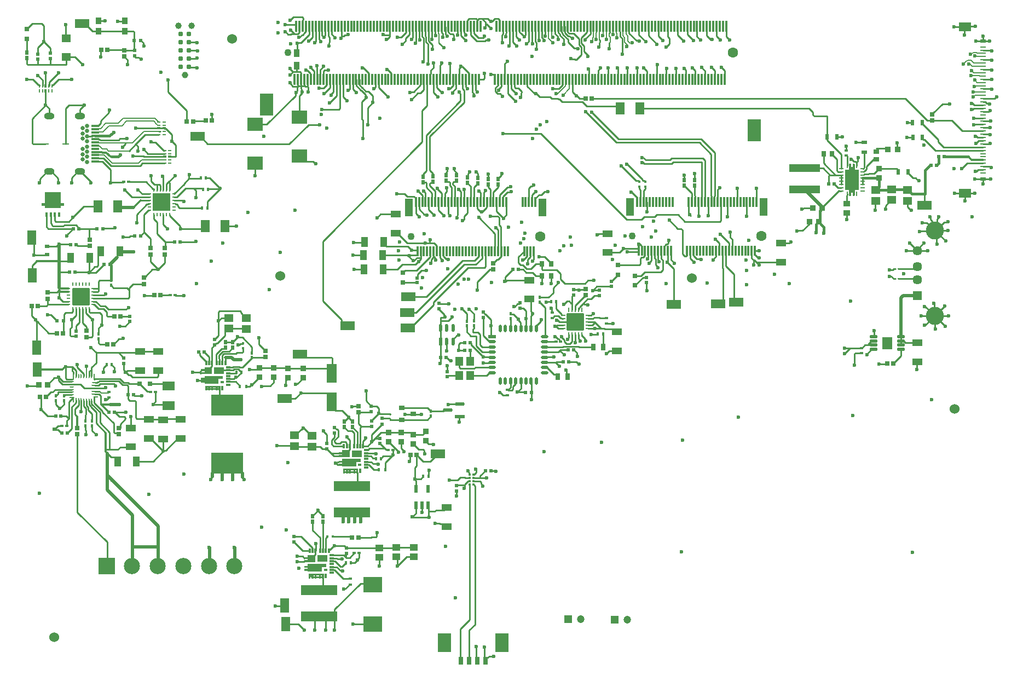
<source format=gbr>
%TF.GenerationSoftware,Altium Limited,Altium Designer,25.8.1 (18)*%
G04 Layer_Physical_Order=1*
G04 Layer_Color=255*
%FSLAX45Y45*%
%MOMM*%
%TF.SameCoordinates,C91546C2-10F2-4142-A55A-9FF34A01A7B4*%
%TF.FilePolarity,Positive*%
%TF.FileFunction,Copper,L1,Top,Signal*%
%TF.Part,Single*%
G01*
G75*
%TA.AperFunction,SMDPad,CuDef*%
%ADD10R,0.60000X0.55000*%
%ADD11R,0.90000X0.25000*%
%ADD12R,0.30000X1.75000*%
%ADD13R,0.65000X0.70000*%
%ADD14R,0.50000X0.45000*%
%ADD15R,0.45000X0.50000*%
G04:AMPARAMS|DCode=16|XSize=0.3mm|YSize=1.55mm|CornerRadius=0.0225mm|HoleSize=0mm|Usage=FLASHONLY|Rotation=0.000|XOffset=0mm|YOffset=0mm|HoleType=Round|Shape=RoundedRectangle|*
%AMROUNDEDRECTD16*
21,1,0.30000,1.50500,0,0,0.0*
21,1,0.25500,1.55000,0,0,0.0*
1,1,0.04500,0.12750,-0.75250*
1,1,0.04500,-0.12750,-0.75250*
1,1,0.04500,-0.12750,0.75250*
1,1,0.04500,0.12750,0.75250*
%
%ADD16ROUNDEDRECTD16*%
%ADD17R,0.80000X0.90000*%
%ADD18R,1.85000X1.35000*%
G04:AMPARAMS|DCode=19|XSize=0.45mm|YSize=1.15mm|CornerRadius=0.0495mm|HoleSize=0mm|Usage=FLASHONLY|Rotation=90.000|XOffset=0mm|YOffset=0mm|HoleType=Round|Shape=RoundedRectangle|*
%AMROUNDEDRECTD19*
21,1,0.45000,1.05100,0,0,90.0*
21,1,0.35100,1.15000,0,0,90.0*
1,1,0.09900,0.52550,0.17550*
1,1,0.09900,0.52550,-0.17550*
1,1,0.09900,-0.52550,-0.17550*
1,1,0.09900,-0.52550,0.17550*
%
%ADD19ROUNDEDRECTD19*%
%ADD20R,0.67248X0.71535*%
%ADD21R,0.30000X1.55000*%
%ADD22R,1.60000X1.05000*%
%ADD23R,0.47247X0.51535*%
%ADD24R,0.71535X0.67248*%
%ADD25R,0.57247X0.61535*%
%ADD26R,0.61535X0.57247*%
%ADD27R,1.05000X1.60000*%
G04:AMPARAMS|DCode=28|XSize=0.24mm|YSize=0.58mm|CornerRadius=0.0504mm|HoleSize=0mm|Usage=FLASHONLY|Rotation=0.000|XOffset=0mm|YOffset=0mm|HoleType=Round|Shape=RoundedRectangle|*
%AMROUNDEDRECTD28*
21,1,0.24000,0.47920,0,0,0.0*
21,1,0.13920,0.58000,0,0,0.0*
1,1,0.10080,0.06960,-0.23960*
1,1,0.10080,-0.06960,-0.23960*
1,1,0.10080,-0.06960,0.23960*
1,1,0.10080,0.06960,0.23960*
%
%ADD28ROUNDEDRECTD28*%
%ADD29R,2.20000X1.40000*%
%ADD30R,0.91213X0.95814*%
%ADD31R,1.60000X3.00000*%
%ADD32R,4.95300X3.17500*%
%ADD33R,0.30000X0.72500*%
%ADD34R,0.70000X0.65000*%
%ADD35R,0.90000X0.55000*%
%ADD36R,1.90000X1.40000*%
%ADD37R,0.50000X0.90000*%
%ADD38R,0.95872X0.91213*%
%ADD39R,0.90000X0.50000*%
%ADD40R,0.50000X0.40000*%
%TA.AperFunction,SMDPad,SMDef*%
%ADD41C,1.97100*%
%TA.AperFunction,SMDPad,CuDef*%
G04:AMPARAMS|DCode=42|XSize=0.24mm|YSize=0.6mm|CornerRadius=0.0504mm|HoleSize=0mm|Usage=FLASHONLY|Rotation=0.000|XOffset=0mm|YOffset=0mm|HoleType=Round|Shape=RoundedRectangle|*
%AMROUNDEDRECTD42*
21,1,0.24000,0.49920,0,0,0.0*
21,1,0.13920,0.60000,0,0,0.0*
1,1,0.10080,0.06960,-0.24960*
1,1,0.10080,-0.06960,-0.24960*
1,1,0.10080,-0.06960,0.24960*
1,1,0.10080,0.06960,0.24960*
%
%ADD42ROUNDEDRECTD42*%
%ADD43R,1.45620X1.25464*%
%ADD44R,0.95814X0.91213*%
%ADD45R,1.05000X0.95000*%
G04:AMPARAMS|DCode=46|XSize=1.57mm|YSize=1.89mm|CornerRadius=0.0471mm|HoleSize=0mm|Usage=FLASHONLY|Rotation=0.000|XOffset=0mm|YOffset=0mm|HoleType=Round|Shape=RoundedRectangle|*
%AMROUNDEDRECTD46*
21,1,1.57000,1.79580,0,0,0.0*
21,1,1.47580,1.89000,0,0,0.0*
1,1,0.09420,0.73790,-0.89790*
1,1,0.09420,-0.73790,-0.89790*
1,1,0.09420,-0.73790,0.89790*
1,1,0.09420,0.73790,0.89790*
%
%ADD46ROUNDEDRECTD46*%
G04:AMPARAMS|DCode=47|XSize=2.7mm|YSize=2.7mm|CornerRadius=0.054mm|HoleSize=0mm|Usage=FLASHONLY|Rotation=0.000|XOffset=0mm|YOffset=0mm|HoleType=Round|Shape=RoundedRectangle|*
%AMROUNDEDRECTD47*
21,1,2.70000,2.59200,0,0,0.0*
21,1,2.59200,2.70000,0,0,0.0*
1,1,0.10800,1.29600,-1.29600*
1,1,0.10800,-1.29600,-1.29600*
1,1,0.10800,-1.29600,1.29600*
1,1,0.10800,1.29600,1.29600*
%
%ADD47ROUNDEDRECTD47*%
G04:AMPARAMS|DCode=48|XSize=0.24mm|YSize=0.6mm|CornerRadius=0.0504mm|HoleSize=0mm|Usage=FLASHONLY|Rotation=90.000|XOffset=0mm|YOffset=0mm|HoleType=Round|Shape=RoundedRectangle|*
%AMROUNDEDRECTD48*
21,1,0.24000,0.49920,0,0,90.0*
21,1,0.13920,0.60000,0,0,90.0*
1,1,0.10080,0.24960,0.06960*
1,1,0.10080,0.24960,-0.06960*
1,1,0.10080,-0.24960,-0.06960*
1,1,0.10080,-0.24960,0.06960*
%
%ADD48ROUNDEDRECTD48*%
G04:AMPARAMS|DCode=49|XSize=0.48583mm|YSize=1.18828mm|CornerRadius=0.24292mm|HoleSize=0mm|Usage=FLASHONLY|Rotation=0.000|XOffset=0mm|YOffset=0mm|HoleType=Round|Shape=RoundedRectangle|*
%AMROUNDEDRECTD49*
21,1,0.48583,0.70245,0,0,0.0*
21,1,0.00000,1.18828,0,0,0.0*
1,1,0.48583,0.00000,-0.35123*
1,1,0.48583,0.00000,-0.35123*
1,1,0.48583,0.00000,0.35123*
1,1,0.48583,0.00000,0.35123*
%
%ADD49ROUNDEDRECTD49*%
G04:AMPARAMS|DCode=50|XSize=1.18828mm|YSize=0.48583mm|CornerRadius=0.24292mm|HoleSize=0mm|Usage=FLASHONLY|Rotation=0.000|XOffset=0mm|YOffset=0mm|HoleType=Round|Shape=RoundedRectangle|*
%AMROUNDEDRECTD50*
21,1,1.18828,0.00000,0,0,0.0*
21,1,0.70245,0.48583,0,0,0.0*
1,1,0.48583,0.35123,0.00000*
1,1,0.48583,-0.35123,0.00000*
1,1,0.48583,-0.35123,0.00000*
1,1,0.48583,0.35123,0.00000*
%
%ADD50ROUNDEDRECTD50*%
%ADD51R,1.18828X0.48583*%
%ADD52R,0.56000X0.52000*%
%ADD53R,0.42000X0.31000*%
%TA.AperFunction,ConnectorPad*%
%ADD54R,0.80000X1.30000*%
%TA.AperFunction,SMDPad,CuDef*%
%ADD55R,2.33000X1.99000*%
%ADD56R,0.40000X0.50000*%
%TA.AperFunction,BGAPad,CuDef*%
%ADD57C,0.78700*%
%TA.AperFunction,SMDPad,CuDef*%
%ADD58R,0.60000X0.50000*%
%ADD59R,0.90000X1.00000*%
G04:AMPARAMS|DCode=60|XSize=0.565mm|YSize=0.4mm|CornerRadius=0.05mm|HoleSize=0mm|Usage=FLASHONLY|Rotation=0.000|XOffset=0mm|YOffset=0mm|HoleType=Round|Shape=RoundedRectangle|*
%AMROUNDEDRECTD60*
21,1,0.56500,0.30000,0,0,0.0*
21,1,0.46500,0.40000,0,0,0.0*
1,1,0.10000,0.23250,-0.15000*
1,1,0.10000,-0.23250,-0.15000*
1,1,0.10000,-0.23250,0.15000*
1,1,0.10000,0.23250,0.15000*
%
%ADD60ROUNDEDRECTD60*%
%ADD61R,1.40000X1.30000*%
%ADD62R,0.80000X0.80000*%
G04:AMPARAMS|DCode=63|XSize=0.565mm|YSize=0.4mm|CornerRadius=0.05mm|HoleSize=0mm|Usage=FLASHONLY|Rotation=270.000|XOffset=0mm|YOffset=0mm|HoleType=Round|Shape=RoundedRectangle|*
%AMROUNDEDRECTD63*
21,1,0.56500,0.30000,0,0,270.0*
21,1,0.46500,0.40000,0,0,270.0*
1,1,0.10000,-0.15000,-0.23250*
1,1,0.10000,-0.15000,0.23250*
1,1,0.10000,0.15000,0.23250*
1,1,0.10000,0.15000,-0.23250*
%
%ADD63ROUNDEDRECTD63*%
%ADD64R,1.20000X0.30000*%
%ADD65R,1.00000X0.20000*%
%ADD66R,2.70000X2.70000*%
%ADD67R,0.60000X0.25000*%
%ADD68R,0.25000X0.60000*%
%ADD69R,0.52000X0.56000*%
%ADD70R,1.40000X2.20000*%
%ADD71R,0.80000X0.55000*%
G04:AMPARAMS|DCode=72|XSize=1.20524mm|YSize=0.52981mm|CornerRadius=0.2649mm|HoleSize=0mm|Usage=FLASHONLY|Rotation=90.000|XOffset=0mm|YOffset=0mm|HoleType=Round|Shape=RoundedRectangle|*
%AMROUNDEDRECTD72*
21,1,1.20524,0.00000,0,0,90.0*
21,1,0.67543,0.52981,0,0,90.0*
1,1,0.52980,0.00000,0.33772*
1,1,0.52980,0.00000,-0.33772*
1,1,0.52980,0.00000,-0.33772*
1,1,0.52980,0.00000,0.33772*
%
%ADD72ROUNDEDRECTD72*%
G04:AMPARAMS|DCode=73|XSize=1.52424mm|YSize=0.57799mm|CornerRadius=0.28899mm|HoleSize=0mm|Usage=FLASHONLY|Rotation=180.000|XOffset=0mm|YOffset=0mm|HoleType=Round|Shape=RoundedRectangle|*
%AMROUNDEDRECTD73*
21,1,1.52424,0.00000,0,0,180.0*
21,1,0.94625,0.57799,0,0,180.0*
1,1,0.57799,-0.47313,0.00000*
1,1,0.57799,0.47313,0.00000*
1,1,0.57799,0.47313,0.00000*
1,1,0.57799,-0.47313,0.00000*
%
%ADD73ROUNDEDRECTD73*%
%ADD74R,0.25000X0.36000*%
%ADD75R,0.60000X0.65000*%
%ADD76R,1.57500X1.05000*%
%ADD77R,0.72500X0.30000*%
G04:AMPARAMS|DCode=78|XSize=1.21mm|YSize=0.59mm|CornerRadius=0.07375mm|HoleSize=0mm|Usage=FLASHONLY|Rotation=90.000|XOffset=0mm|YOffset=0mm|HoleType=Round|Shape=RoundedRectangle|*
%AMROUNDEDRECTD78*
21,1,1.21000,0.44250,0,0,90.0*
21,1,1.06250,0.59000,0,0,90.0*
1,1,0.14750,0.22125,0.53125*
1,1,0.14750,0.22125,-0.53125*
1,1,0.14750,-0.22125,-0.53125*
1,1,0.14750,-0.22125,0.53125*
%
%ADD78ROUNDEDRECTD78*%
%ADD79R,0.45000X0.60000*%
%ADD80R,1.30822X1.00573*%
%ADD81R,2.90000X2.40000*%
%ADD82C,1.08000*%
%ADD83R,0.60000X0.45000*%
%TA.AperFunction,ConnectorPad*%
%ADD84R,0.71535X0.67248*%
%TA.AperFunction,SMDPad,CuDef*%
G04:AMPARAMS|DCode=85|XSize=0.2mm|YSize=0.6mm|CornerRadius=0.05mm|HoleSize=0mm|Usage=FLASHONLY|Rotation=270.000|XOffset=0mm|YOffset=0mm|HoleType=Round|Shape=RoundedRectangle|*
%AMROUNDEDRECTD85*
21,1,0.20000,0.50000,0,0,270.0*
21,1,0.10000,0.60000,0,0,270.0*
1,1,0.10000,-0.25000,-0.05000*
1,1,0.10000,-0.25000,0.05000*
1,1,0.10000,0.25000,0.05000*
1,1,0.10000,0.25000,-0.05000*
%
%ADD85ROUNDEDRECTD85*%
%ADD86R,0.85000X0.95000*%
G04:AMPARAMS|DCode=87|XSize=0.2mm|YSize=1mm|CornerRadius=0.05mm|HoleSize=0mm|Usage=FLASHONLY|Rotation=270.000|XOffset=0mm|YOffset=0mm|HoleType=Round|Shape=RoundedRectangle|*
%AMROUNDEDRECTD87*
21,1,0.20000,0.90000,0,0,270.0*
21,1,0.10000,1.00000,0,0,270.0*
1,1,0.10000,-0.45000,-0.05000*
1,1,0.10000,-0.45000,0.05000*
1,1,0.10000,0.45000,0.05000*
1,1,0.10000,0.45000,-0.05000*
%
%ADD87ROUNDEDRECTD87*%
%ADD88R,0.51535X0.47247*%
%ADD89R,0.72000X0.76000*%
%ADD90R,0.55000X0.60000*%
%ADD91R,5.60000X1.55000*%
G04:AMPARAMS|DCode=92|XSize=0.565mm|YSize=0.2mm|CornerRadius=0.05mm|HoleSize=0mm|Usage=FLASHONLY|Rotation=0.000|XOffset=0mm|YOffset=0mm|HoleType=Round|Shape=RoundedRectangle|*
%AMROUNDEDRECTD92*
21,1,0.56500,0.10000,0,0,0.0*
21,1,0.46500,0.20000,0,0,0.0*
1,1,0.10000,0.23250,-0.05000*
1,1,0.10000,-0.23250,-0.05000*
1,1,0.10000,-0.23250,0.05000*
1,1,0.10000,0.23250,0.05000*
%
%ADD92ROUNDEDRECTD92*%
%ADD93C,0.27233*%
%ADD94C,0.82688*%
%ADD95R,0.58000X0.38000*%
%ADD96R,0.30000X0.73000*%
%ADD97R,0.92000X1.30000*%
%ADD98R,0.28000X0.25000*%
%ADD99R,1.20000X2.75000*%
%ADD100R,0.57247X0.63933*%
%ADD101R,0.40000X0.75000*%
%ADD102R,2.45000X2.40000*%
G04:AMPARAMS|DCode=103|XSize=1.2mm|YSize=2.75mm|CornerRadius=0.09mm|HoleSize=0mm|Usage=FLASHONLY|Rotation=0.000|XOffset=0mm|YOffset=0mm|HoleType=Round|Shape=RoundedRectangle|*
%AMROUNDEDRECTD103*
21,1,1.20000,2.57000,0,0,0.0*
21,1,1.02000,2.75000,0,0,0.0*
1,1,0.18000,0.51000,-1.28500*
1,1,0.18000,-0.51000,-1.28500*
1,1,0.18000,-0.51000,1.28500*
1,1,0.18000,0.51000,1.28500*
%
%ADD103ROUNDEDRECTD103*%
%ADD104R,0.55000X0.55000*%
%ADD105R,0.50000X0.55000*%
%ADD106R,0.45000X0.45000*%
%ADD107R,0.43000X0.31000*%
%ADD108R,4.70000X1.18000*%
%ADD109R,0.80000X0.80000*%
%ADD110C,0.17501*%
G04:AMPARAMS|DCode=111|XSize=0.6mm|YSize=0.2mm|CornerRadius=0.05mm|HoleSize=0mm|Usage=FLASHONLY|Rotation=270.000|XOffset=0mm|YOffset=0mm|HoleType=Round|Shape=RoundedRectangle|*
%AMROUNDEDRECTD111*
21,1,0.60000,0.10000,0,0,270.0*
21,1,0.50000,0.20000,0,0,270.0*
1,1,0.10000,-0.05000,-0.25000*
1,1,0.10000,-0.05000,0.25000*
1,1,0.10000,0.05000,0.25000*
1,1,0.10000,0.05000,-0.25000*
%
%ADD111ROUNDEDRECTD111*%
G04:AMPARAMS|DCode=112|XSize=0.2mm|YSize=0.95mm|CornerRadius=0.05mm|HoleSize=0mm|Usage=FLASHONLY|Rotation=270.000|XOffset=0mm|YOffset=0mm|HoleType=Round|Shape=RoundedRectangle|*
%AMROUNDEDRECTD112*
21,1,0.20000,0.85000,0,0,270.0*
21,1,0.10000,0.95000,0,0,270.0*
1,1,0.10000,-0.42500,-0.05000*
1,1,0.10000,-0.42500,0.05000*
1,1,0.10000,0.42500,0.05000*
1,1,0.10000,0.42500,-0.05000*
%
%ADD112ROUNDEDRECTD112*%
%ADD113C,0.15750*%
G04:AMPARAMS|DCode=114|XSize=0.68mm|YSize=0.2mm|CornerRadius=0.05mm|HoleSize=0mm|Usage=FLASHONLY|Rotation=270.000|XOffset=0mm|YOffset=0mm|HoleType=Round|Shape=RoundedRectangle|*
%AMROUNDEDRECTD114*
21,1,0.68000,0.10000,0,0,270.0*
21,1,0.58000,0.20000,0,0,270.0*
1,1,0.10000,-0.05000,-0.29000*
1,1,0.10000,-0.05000,0.29000*
1,1,0.10000,0.05000,0.29000*
1,1,0.10000,0.05000,-0.29000*
%
%ADD114ROUNDEDRECTD114*%
G04:AMPARAMS|DCode=115|XSize=0.65mm|YSize=0.2mm|CornerRadius=0.05mm|HoleSize=0mm|Usage=FLASHONLY|Rotation=270.000|XOffset=0mm|YOffset=0mm|HoleType=Round|Shape=RoundedRectangle|*
%AMROUNDEDRECTD115*
21,1,0.65000,0.10000,0,0,270.0*
21,1,0.55000,0.20000,0,0,270.0*
1,1,0.10000,-0.05000,-0.27500*
1,1,0.10000,-0.05000,0.27500*
1,1,0.10000,0.05000,0.27500*
1,1,0.10000,0.05000,-0.27500*
%
%ADD115ROUNDEDRECTD115*%
G04:AMPARAMS|DCode=116|XSize=0.7mm|YSize=0.2mm|CornerRadius=0.05mm|HoleSize=0mm|Usage=FLASHONLY|Rotation=270.000|XOffset=0mm|YOffset=0mm|HoleType=Round|Shape=RoundedRectangle|*
%AMROUNDEDRECTD116*
21,1,0.70000,0.10000,0,0,270.0*
21,1,0.60000,0.20000,0,0,270.0*
1,1,0.10000,-0.05000,-0.30000*
1,1,0.10000,-0.05000,0.30000*
1,1,0.10000,0.05000,0.30000*
1,1,0.10000,0.05000,-0.30000*
%
%ADD116ROUNDEDRECTD116*%
%ADD117C,0.19159*%
G04:AMPARAMS|DCode=118|XSize=0.6mm|YSize=0.24mm|CornerRadius=0.0504mm|HoleSize=0mm|Usage=FLASHONLY|Rotation=0.000|XOffset=0mm|YOffset=0mm|HoleType=Round|Shape=RoundedRectangle|*
%AMROUNDEDRECTD118*
21,1,0.60000,0.13920,0,0,0.0*
21,1,0.49920,0.24000,0,0,0.0*
1,1,0.10080,0.24960,-0.06960*
1,1,0.10080,-0.24960,-0.06960*
1,1,0.10080,-0.24960,0.06960*
1,1,0.10080,0.24960,0.06960*
%
%ADD118ROUNDEDRECTD118*%
G04:AMPARAMS|DCode=119|XSize=0.58mm|YSize=0.24mm|CornerRadius=0.0504mm|HoleSize=0mm|Usage=FLASHONLY|Rotation=0.000|XOffset=0mm|YOffset=0mm|HoleType=Round|Shape=RoundedRectangle|*
%AMROUNDEDRECTD119*
21,1,0.58000,0.13920,0,0,0.0*
21,1,0.47920,0.24000,0,0,0.0*
1,1,0.10080,0.23960,-0.06960*
1,1,0.10080,-0.23960,-0.06960*
1,1,0.10080,-0.23960,0.06960*
1,1,0.10080,0.23960,0.06960*
%
%ADD119ROUNDEDRECTD119*%
%ADD120R,0.97200X0.80200*%
%ADD121R,0.52981X1.20524*%
%ADD122R,0.75000X1.00000*%
%ADD123R,0.86213X0.73504*%
%ADD124R,0.96213X0.93504*%
%ADD125R,0.60000X0.60000*%
%ADD126R,1.20000X1.40000*%
%TA.AperFunction,ConnectorPad*%
%ADD127R,2.10000X3.00000*%
%TA.AperFunction,SMDPad,CuDef*%
%ADD128R,1.52424X0.57799*%
%ADD129R,1.35000X1.85000*%
%ADD130R,0.73504X0.86213*%
%ADD131R,0.45000X0.45000*%
G04:AMPARAMS|DCode=132|XSize=0.565mm|YSize=0.2mm|CornerRadius=0.05mm|HoleSize=0mm|Usage=FLASHONLY|Rotation=270.000|XOffset=0mm|YOffset=0mm|HoleType=Round|Shape=RoundedRectangle|*
%AMROUNDEDRECTD132*
21,1,0.56500,0.10000,0,0,270.0*
21,1,0.46500,0.20000,0,0,270.0*
1,1,0.10000,-0.05000,-0.23250*
1,1,0.10000,-0.05000,0.23250*
1,1,0.10000,0.05000,0.23250*
1,1,0.10000,0.05000,-0.23250*
%
%ADD132ROUNDEDRECTD132*%
%ADD133R,2.00000X3.50000*%
%TA.AperFunction,Conductor*%
%ADD134C,0.25400*%
%ADD135C,0.40000*%
%ADD136C,0.20629*%
%ADD137C,0.50000*%
%ADD138C,0.35000*%
%ADD139C,0.20000*%
%ADD140C,0.15000*%
%ADD141C,0.14376*%
%ADD142C,0.24883*%
%ADD143C,0.18162*%
%ADD144C,0.45000*%
%ADD145C,0.22000*%
%ADD146C,0.18000*%
%ADD147C,0.30000*%
%ADD148C,0.17000*%
%TA.AperFunction,ComponentPad*%
%ADD149C,2.80000*%
%ADD150C,1.45000*%
%ADD151C,0.65000*%
%ADD152O,1.60000X1.00000*%
%ADD153C,2.50000*%
%ADD154C,0.99100*%
%ADD155R,1.20000X1.20000*%
%ADD156C,1.20000*%
%TA.AperFunction,WasherPad*%
%ADD157C,1.52400*%
%TA.AperFunction,ComponentPad*%
%ADD158R,1.45000X1.45000*%
%ADD159C,1.10000*%
%ADD160C,1.60000*%
%ADD161R,2.50000X2.50000*%
%TA.AperFunction,WasherPad*%
%ADD162C,1.10000*%
%ADD163C,1.60000*%
%TA.AperFunction,ViaPad*%
%ADD164C,0.60000*%
G36*
X15454572Y10394629D02*
X15458508Y10390691D01*
X15460641Y10385545D01*
X15460641Y10382760D01*
X15460641D01*
X15460640Y10344260D01*
X15481641D01*
Y10382760D01*
X15481641Y10385544D01*
X15483771Y10390689D01*
X15487708Y10394627D01*
X15492853Y10396759D01*
X15495638D01*
X15495638Y10396759D01*
X15504425D01*
X15509570Y10394628D01*
X15513509Y10390690D01*
X15515639Y10385545D01*
Y10382760D01*
X15515640D01*
Y10304260D01*
X15566640Y10304259D01*
X15569424D01*
X15574570Y10302128D01*
X15578508Y10298190D01*
X15580640Y10293044D01*
Y10290260D01*
X15580640D01*
X15580640Y9999260D01*
Y9996475D01*
X15578508Y9991330D01*
X15574570Y9987392D01*
X15569424Y9985260D01*
X15566640Y9985260D01*
X15515640Y9985260D01*
X15515640Y9906760D01*
X15515639Y9903975D01*
X15513507Y9898829D01*
X15509567Y9894891D01*
X15504424Y9892760D01*
X15501637Y9892760D01*
X15495638Y9892760D01*
X15492853Y9892760D01*
X15487708Y9894892D01*
X15483771Y9898830D01*
X15481641Y9903975D01*
Y9906760D01*
Y9906760D01*
Y9945260D01*
X15460640D01*
X15460640Y9906760D01*
Y9903975D01*
X15458508Y9898829D01*
X15454570Y9894891D01*
X15449425Y9892760D01*
X15437856D01*
X15432710Y9894891D01*
X15428772Y9898830D01*
X15426640Y9903975D01*
Y9906759D01*
X15426640Y9906760D01*
Y9985260D01*
X15372855D01*
X15367709Y9987392D01*
X15363771Y9991330D01*
X15361639Y9996475D01*
Y9999260D01*
Y9999260D01*
Y10290260D01*
Y10293044D01*
X15363771Y10298190D01*
X15367709Y10302128D01*
X15372855Y10304259D01*
X15375639D01*
X15375639Y10304260D01*
X15426640D01*
Y10382760D01*
Y10385544D01*
X15428770Y10390690D01*
X15432710Y10394628D01*
X15437856Y10396760D01*
X15440640Y10396759D01*
Y10396760D01*
X15446640Y10396759D01*
X15449425Y10396760D01*
X15454572Y10394629D01*
D02*
G37*
G36*
X3232500Y9780000D02*
X3285500D01*
Y9740000D01*
X3232500D01*
Y9710000D01*
X2987500D01*
Y9740000D01*
X2934500D01*
Y9780000D01*
X2987500D01*
Y9950000D01*
X3232500D01*
Y9780000D01*
D02*
G37*
G36*
X5571250Y7140000D02*
X5401250D01*
Y7170000D01*
X5456250D01*
Y7185000D01*
X5401250D01*
Y7215000D01*
X5456250D01*
Y7245000D01*
X5571250D01*
Y7140000D01*
D02*
G37*
G36*
X3755000Y7140000D02*
X3755994D01*
X3757832Y7139239D01*
X3759239Y7137832D01*
X3760000Y7135994D01*
Y7135000D01*
X3760000D01*
Y7065000D01*
X3805000Y7065000D01*
X3805994D01*
X3807832Y7064239D01*
X3809239Y7062832D01*
X3809999Y7060995D01*
Y7060000D01*
X3810000D01*
X3809999Y7050000D01*
X3810000Y7049005D01*
X3809239Y7047168D01*
X3807832Y7045761D01*
X3805994Y7045000D01*
X3805000D01*
X3805000Y7045000D01*
X3745000Y7045000D01*
X3744005Y7045000D01*
X3742167Y7045761D01*
X3740761Y7047168D01*
X3739999Y7049005D01*
X3740000Y7050000D01*
X3740000Y7135000D01*
X3740000Y7135995D01*
X3740761Y7137832D01*
X3742168Y7139239D01*
X3744005Y7140000D01*
X3745000Y7140000D01*
X3745000Y7140000D01*
X3755000Y7140000D01*
D02*
G37*
G36*
X3437832Y7139239D02*
X3439239Y7137832D01*
X3440000Y7135995D01*
X3440000Y7135000D01*
X3440000Y7055000D01*
X3440000Y7055000D01*
X3440000Y7054005D01*
X3439239Y7052167D01*
X3437833Y7050761D01*
X3435994Y7050000D01*
X3435000Y7050000D01*
X3375000D01*
X3374005Y7050000D01*
X3372167Y7050761D01*
X3370761Y7052168D01*
X3370000Y7054005D01*
X3370000Y7055000D01*
Y7065000D01*
X3370000Y7065995D01*
X3370761Y7067832D01*
X3372167Y7069239D01*
X3374005Y7070000D01*
X3375000Y7070000D01*
X3420000Y7070000D01*
Y7135000D01*
Y7135994D01*
X3420761Y7137832D01*
X3422168Y7139238D01*
X3424005Y7140000D01*
X3425000D01*
X3435000Y7140000D01*
Y7140000D01*
X3435994Y7140000D01*
X3437832Y7139239D01*
D02*
G37*
G36*
X5738750Y7064500D02*
X5673750D01*
Y6990000D01*
X5456250D01*
Y7005000D01*
X5401250D01*
Y7035000D01*
X5456250D01*
Y7050000D01*
X5401250D01*
Y7080000D01*
X5456250D01*
Y7110000D01*
X5738750D01*
Y7064500D01*
D02*
G37*
G36*
X5703750Y6887500D02*
X5673750D01*
Y6932500D01*
X5658750D01*
Y6887500D01*
X5628750D01*
Y6932500D01*
X5588750D01*
Y6887500D01*
X5558750D01*
Y6932500D01*
X5543750D01*
Y6887500D01*
X5513750D01*
Y6932500D01*
X5498750D01*
Y6887500D01*
X5468750D01*
Y6960000D01*
X5703750D01*
Y6887500D01*
D02*
G37*
G36*
X3805000Y6795000D02*
X3805994D01*
X3807832Y6794239D01*
X3809239Y6792832D01*
X3810000Y6790995D01*
X3809999Y6790000D01*
X3810000Y6780000D01*
X3810000Y6780000D01*
X3810000Y6779005D01*
X3809239Y6777168D01*
X3807832Y6775761D01*
X3805994Y6775000D01*
X3805000Y6775000D01*
X3760000D01*
Y6705000D01*
X3760000Y6705000D01*
X3760000Y6704006D01*
X3759239Y6702168D01*
X3757832Y6700761D01*
X3755994Y6700000D01*
X3755000Y6700000D01*
X3745000D01*
X3744005Y6700000D01*
X3742168Y6700761D01*
X3740761Y6702168D01*
X3740000Y6704005D01*
X3740000Y6705000D01*
X3740000Y6790000D01*
Y6790000D01*
X3739999Y6790995D01*
X3740761Y6792832D01*
X3742167Y6794239D01*
X3744005Y6795000D01*
X3745000Y6795000D01*
X3805000Y6795000D01*
X3805000Y6795000D01*
D02*
G37*
G36*
X3437833Y6789239D02*
X3439240Y6787833D01*
X3440000Y6785995D01*
X3440000Y6785000D01*
X3440000D01*
X3440000Y6705000D01*
X3440000Y6704005D01*
X3439239Y6702168D01*
X3437832Y6700761D01*
X3435994Y6700000D01*
X3435000Y6700000D01*
X3424005D01*
X3422168Y6700762D01*
X3420761Y6702168D01*
X3420000Y6704006D01*
Y6705000D01*
Y6705000D01*
Y6770000D01*
X3375000D01*
X3374005Y6770000D01*
X3372167Y6770761D01*
X3370761Y6772168D01*
X3370000Y6774006D01*
X3370000Y6775000D01*
Y6775000D01*
Y6785000D01*
X3370000Y6785995D01*
X3370761Y6787832D01*
X3372167Y6789239D01*
X3374005Y6790000D01*
X3375000D01*
Y6790000D01*
X3435000Y6790000D01*
X3435995Y6790000D01*
X3437833Y6789239D01*
D02*
G37*
G36*
X7701250Y5857301D02*
X7531250D01*
Y5887301D01*
X7586250D01*
Y5902301D01*
X7531250D01*
Y5932301D01*
X7586250D01*
Y5962301D01*
X7701250D01*
Y5857301D01*
D02*
G37*
G36*
X7868750Y5781801D02*
X7803750D01*
Y5707301D01*
X7586250D01*
Y5722301D01*
X7531250D01*
Y5752301D01*
X7586250D01*
Y5767301D01*
X7531250D01*
Y5797301D01*
X7586250D01*
Y5827301D01*
X7868750D01*
Y5781801D01*
D02*
G37*
G36*
X7833750Y5604801D02*
X7803750D01*
Y5649801D01*
X7788750D01*
Y5604801D01*
X7758750D01*
Y5649801D01*
X7718750D01*
Y5604801D01*
X7688750D01*
Y5649801D01*
X7673750D01*
Y5604801D01*
X7643750D01*
Y5649801D01*
X7628750D01*
Y5604801D01*
X7598750D01*
Y5677301D01*
X7833750D01*
Y5604801D01*
D02*
G37*
G36*
X7170000Y4232500D02*
X7000000D01*
Y4262500D01*
X7055000D01*
Y4277500D01*
X7000000D01*
Y4307500D01*
X7055000D01*
Y4337500D01*
X7170000D01*
Y4232500D01*
D02*
G37*
G36*
X7337500Y4157000D02*
X7272500D01*
Y4082500D01*
X7055000D01*
Y4097500D01*
X7000000D01*
Y4127500D01*
X7055000D01*
Y4142500D01*
X7000000D01*
Y4172500D01*
X7055000D01*
Y4202500D01*
X7337500D01*
Y4157000D01*
D02*
G37*
G36*
X7302500Y3980000D02*
X7272500D01*
Y4025000D01*
X7257500D01*
Y3980000D01*
X7227500D01*
Y4025000D01*
X7187500D01*
Y3980000D01*
X7157500D01*
Y4025000D01*
X7142500D01*
Y3980000D01*
X7112500D01*
Y4025000D01*
X7097500D01*
Y3980000D01*
X7067500D01*
Y4052500D01*
X7302500D01*
Y3980000D01*
D02*
G37*
%LPC*%
G36*
X15566640Y9985260D02*
X15566640D01*
D01*
X15566640D01*
D02*
G37*
G36*
X15501637Y9892760D02*
X15501637D01*
D01*
X15501637D01*
D02*
G37*
%LPD*%
D10*
X16898000Y10504105D02*
D03*
X16813000D02*
D03*
X16778560Y10365740D02*
D03*
X16693559D02*
D03*
X3515000Y9390000D02*
D03*
X3430000D02*
D03*
X4465000Y9280000D02*
D03*
X4380000D02*
D03*
X4995000Y9180000D02*
D03*
X5080000D02*
D03*
X3246040Y6229600D02*
D03*
X3331040D02*
D03*
D11*
X17500000Y11650000D02*
D03*
Y11350000D02*
D03*
Y11300000D02*
D03*
Y11250000D02*
D03*
Y11200000D02*
D03*
Y11950000D02*
D03*
Y10450000D02*
D03*
Y10900000D02*
D03*
Y11600000D02*
D03*
Y12150000D02*
D03*
Y11850000D02*
D03*
Y12000000D02*
D03*
Y11550000D02*
D03*
Y11700000D02*
D03*
Y11400000D02*
D03*
Y11100000D02*
D03*
Y11050000D02*
D03*
Y10950000D02*
D03*
Y11000000D02*
D03*
Y10850000D02*
D03*
Y10750000D02*
D03*
Y10800000D02*
D03*
Y10700000D02*
D03*
Y10350000D02*
D03*
Y10300000D02*
D03*
Y11500000D02*
D03*
Y10650000D02*
D03*
Y10400000D02*
D03*
Y11900000D02*
D03*
Y12100000D02*
D03*
Y11800000D02*
D03*
Y10600000D02*
D03*
Y11450000D02*
D03*
Y12050000D02*
D03*
Y11750000D02*
D03*
Y10250000D02*
D03*
Y10500000D02*
D03*
Y10550000D02*
D03*
Y11150000D02*
D03*
Y12200000D02*
D03*
D12*
X11975000Y12520000D02*
D03*
X11675000D02*
D03*
X11925000D02*
D03*
X13525000D02*
D03*
X13375000D02*
D03*
X13225000D02*
D03*
X13075000D02*
D03*
X12925000D02*
D03*
X12775000D02*
D03*
X13500000Y11700000D02*
D03*
X13350000D02*
D03*
X13200000D02*
D03*
X13050000D02*
D03*
X12900000D02*
D03*
X12750000D02*
D03*
X12475000Y12520000D02*
D03*
X12325000D02*
D03*
X12625000D02*
D03*
X12025000D02*
D03*
X11875000D02*
D03*
X12175000D02*
D03*
X11575000D02*
D03*
X11725000D02*
D03*
X10875000D02*
D03*
X11425000D02*
D03*
X10725000D02*
D03*
X10575000D02*
D03*
X10425000D02*
D03*
X10175000D02*
D03*
X10025000D02*
D03*
X10325000D02*
D03*
X9375000D02*
D03*
X9675000D02*
D03*
X9525000D02*
D03*
X12600000Y11700000D02*
D03*
X12450000D02*
D03*
X12300000D02*
D03*
X12150000D02*
D03*
X11700000D02*
D03*
X12000000D02*
D03*
X11850000D02*
D03*
X11400000D02*
D03*
X11550000D02*
D03*
X11000000D02*
D03*
X10250000D02*
D03*
X10100000D02*
D03*
X9550000D02*
D03*
X9400000D02*
D03*
X9950000D02*
D03*
X9700000D02*
D03*
X9075000Y12520000D02*
D03*
X9225000D02*
D03*
X8925000D02*
D03*
X8325000D02*
D03*
X7575000D02*
D03*
X7325000D02*
D03*
X7275000D02*
D03*
X7225000D02*
D03*
X7125000D02*
D03*
X7175000D02*
D03*
X9100000Y11700000D02*
D03*
X9250000D02*
D03*
X8950000D02*
D03*
X8350000D02*
D03*
X7200000D02*
D03*
X7300000D02*
D03*
X7250000D02*
D03*
X7150000D02*
D03*
X7100000D02*
D03*
X11050000D02*
D03*
X11625000Y12520000D02*
D03*
X11525000D02*
D03*
X11825000D02*
D03*
X11100000Y11700000D02*
D03*
X11475000Y12520000D02*
D03*
X11775000D02*
D03*
X7075000D02*
D03*
X7025000D02*
D03*
X6975000D02*
D03*
X7050000Y11700000D02*
D03*
X7000000D02*
D03*
X6950000D02*
D03*
X6925000Y12520000D02*
D03*
X6875000D02*
D03*
X6900000Y11700000D02*
D03*
X9600000D02*
D03*
X9650000D02*
D03*
X10475000Y12520000D02*
D03*
X10525000D02*
D03*
X10225000D02*
D03*
X9300000Y11700000D02*
D03*
X9625000Y12520000D02*
D03*
X9475000D02*
D03*
X9575000D02*
D03*
X10125000D02*
D03*
X9425000D02*
D03*
X10075000D02*
D03*
X10275000D02*
D03*
X9350000Y11700000D02*
D03*
X8825000Y12520000D02*
D03*
X10150000Y11700000D02*
D03*
X10200000D02*
D03*
X10050000D02*
D03*
X9500000D02*
D03*
X12650000D02*
D03*
X8875000Y12520000D02*
D03*
X8850000Y11700000D02*
D03*
X7400000D02*
D03*
X7450000D02*
D03*
X11025000Y12520000D02*
D03*
X11075000D02*
D03*
X10975000D02*
D03*
X10925000D02*
D03*
X9000000Y11700000D02*
D03*
X9050000D02*
D03*
X9125000Y12520000D02*
D03*
X8625000D02*
D03*
X8575000D02*
D03*
X9175000D02*
D03*
X10775000D02*
D03*
X10825000D02*
D03*
X10000000Y11700000D02*
D03*
X9450000D02*
D03*
X6850000D02*
D03*
X7350000D02*
D03*
X7500000D02*
D03*
X7550000D02*
D03*
X7600000D02*
D03*
X7650000D02*
D03*
X7700000D02*
D03*
X7750000D02*
D03*
X7800000D02*
D03*
X7850000D02*
D03*
X7900000D02*
D03*
X7950000D02*
D03*
X8000000D02*
D03*
X8050000D02*
D03*
X8100000D02*
D03*
X8150000D02*
D03*
X8200000D02*
D03*
X8250000D02*
D03*
X8300000D02*
D03*
X8400000D02*
D03*
X8450000D02*
D03*
X8500000D02*
D03*
X8550000D02*
D03*
X8600000D02*
D03*
X8650000D02*
D03*
X8700000D02*
D03*
X8750000D02*
D03*
X8900000D02*
D03*
X9150000D02*
D03*
X9200000D02*
D03*
X7425000Y12520000D02*
D03*
X7475000D02*
D03*
X7525000D02*
D03*
X7625000D02*
D03*
X7675000D02*
D03*
X7725000D02*
D03*
X7775000D02*
D03*
X7825000D02*
D03*
X7875000D02*
D03*
X7925000D02*
D03*
X7975000D02*
D03*
X8025000D02*
D03*
X8075000D02*
D03*
X8125000D02*
D03*
X8175000D02*
D03*
X8225000D02*
D03*
X8275000D02*
D03*
X8375000D02*
D03*
X8425000D02*
D03*
X8475000D02*
D03*
X8525000D02*
D03*
X8675000D02*
D03*
X8725000D02*
D03*
X9275000D02*
D03*
X9325000D02*
D03*
X9725000D02*
D03*
X10300000Y11700000D02*
D03*
X10350000D02*
D03*
X10400000D02*
D03*
X10450000D02*
D03*
X10500000D02*
D03*
X10550000D02*
D03*
X10600000D02*
D03*
X10650000D02*
D03*
X10700000D02*
D03*
X10750000D02*
D03*
X10800000D02*
D03*
X10850000D02*
D03*
X10900000D02*
D03*
X10950000D02*
D03*
X11150000D02*
D03*
X11200000D02*
D03*
X11250000D02*
D03*
X11300000D02*
D03*
X11350000D02*
D03*
X11450000D02*
D03*
X11500000D02*
D03*
X11600000D02*
D03*
X11650000D02*
D03*
X11750000D02*
D03*
X11800000D02*
D03*
X11900000D02*
D03*
X11950000D02*
D03*
X12050000D02*
D03*
X12100000D02*
D03*
X12200000D02*
D03*
X12250000D02*
D03*
X12350000D02*
D03*
X12400000D02*
D03*
X12500000D02*
D03*
X12550000D02*
D03*
X12700000D02*
D03*
X12800000D02*
D03*
X12850000D02*
D03*
X12950000D02*
D03*
X13000000D02*
D03*
X13100000D02*
D03*
X13150000D02*
D03*
X13250000D02*
D03*
X13300000D02*
D03*
X13400000D02*
D03*
X13450000D02*
D03*
X9975000Y12520000D02*
D03*
X10375000D02*
D03*
X10625000D02*
D03*
X10675000D02*
D03*
X11125000D02*
D03*
X11175000D02*
D03*
X11225000D02*
D03*
X11275000D02*
D03*
X11325000D02*
D03*
X11375000D02*
D03*
X12075000D02*
D03*
X12125000D02*
D03*
X12225000D02*
D03*
X12275000D02*
D03*
X12375000D02*
D03*
X12425000D02*
D03*
X12525000D02*
D03*
X12575000D02*
D03*
X12675000D02*
D03*
X12725000D02*
D03*
X12825000D02*
D03*
X12875000D02*
D03*
X12975000D02*
D03*
X13025000D02*
D03*
X13125000D02*
D03*
X13175000D02*
D03*
X13275000D02*
D03*
X13325000D02*
D03*
X13425000D02*
D03*
X13475000D02*
D03*
X8800000Y11700000D02*
D03*
X8975000Y12520000D02*
D03*
X9025000D02*
D03*
X8775000D02*
D03*
X7375000D02*
D03*
D13*
X9923780Y8756900D02*
D03*
X6400000Y7497500D02*
D03*
X3630000Y7712500D02*
D03*
X4211320Y12148060D02*
D03*
Y12053060D02*
D03*
X9923780Y8851900D02*
D03*
X3680000Y9217500D02*
D03*
Y9122500D02*
D03*
X3030000Y8305000D02*
D03*
Y8400000D02*
D03*
X3630000Y7807500D02*
D03*
X3489667Y6307232D02*
D03*
Y6212232D02*
D03*
X6400000Y7402500D02*
D03*
D14*
X4695759Y6859600D02*
D03*
X5005000Y8360000D02*
D03*
X10966950Y7639201D02*
D03*
X4210000Y10110000D02*
D03*
X8370450Y5965778D02*
D03*
X7845000Y4370000D02*
D03*
X4285000Y10110000D02*
D03*
X4930000Y8360000D02*
D03*
X4620759Y6859600D02*
D03*
X3250000Y6340000D02*
D03*
X3325000D02*
D03*
X8295450Y5965778D02*
D03*
X7770000Y4370000D02*
D03*
X10891950Y7639201D02*
D03*
D15*
X3715467Y6335148D02*
D03*
X3160000Y6725000D02*
D03*
X3280000D02*
D03*
X3820000Y7757500D02*
D03*
X10645140Y8327460D02*
D03*
X10190480Y8076600D02*
D03*
X6190000Y7467500D02*
D03*
X3610067Y6334965D02*
D03*
X10190480Y8001600D02*
D03*
X4010000Y8515000D02*
D03*
Y8590000D02*
D03*
X3820000Y7682500D02*
D03*
X3280000Y6800000D02*
D03*
X3160000D02*
D03*
X3715467Y6410148D02*
D03*
X3610067Y6409965D02*
D03*
X8960000Y6565000D02*
D03*
Y6490000D02*
D03*
X6190000Y7392500D02*
D03*
X9514321Y7884141D02*
D03*
Y7959141D02*
D03*
X9621520Y7885360D02*
D03*
Y7960360D02*
D03*
X10645140Y8252460D02*
D03*
D16*
X13970760Y9048410D02*
D03*
X13920760D02*
D03*
X12220759D02*
D03*
X12170759D02*
D03*
X13695760Y9803410D02*
D03*
X13995760D02*
D03*
X13845760D02*
D03*
X13395760D02*
D03*
X13245760D02*
D03*
X12295759D02*
D03*
X12145759D02*
D03*
X13095760D02*
D03*
X12945760D02*
D03*
X13545760D02*
D03*
X12570759Y9048410D02*
D03*
X12620759D02*
D03*
X13945760Y9803410D02*
D03*
X13895760D02*
D03*
X13870760Y9048410D02*
D03*
X13820760D02*
D03*
X13795760Y9803410D02*
D03*
X13770760Y9048410D02*
D03*
X13745760Y9803410D02*
D03*
X13720760Y9048410D02*
D03*
X13670760D02*
D03*
X13645760Y9803410D02*
D03*
X13620760Y9048410D02*
D03*
X13595760Y9803410D02*
D03*
X13570760Y9048410D02*
D03*
X13520760D02*
D03*
X13495760Y9803410D02*
D03*
X13470760Y9048410D02*
D03*
X13445760Y9803410D02*
D03*
X13420760Y9048410D02*
D03*
X13345760Y9803410D02*
D03*
X13320760Y9048410D02*
D03*
X13295760Y9803410D02*
D03*
X13270760Y9048410D02*
D03*
X13220760D02*
D03*
X13195760Y9803410D02*
D03*
X13170760Y9048410D02*
D03*
X13145760Y9803410D02*
D03*
X13120760Y9048410D02*
D03*
X13070760D02*
D03*
X12695759Y9803410D02*
D03*
X12645759D02*
D03*
X12595759D02*
D03*
X12545759D02*
D03*
X12520759Y9048410D02*
D03*
X12495759Y9803410D02*
D03*
X12470759Y9048410D02*
D03*
X12445759Y9803410D02*
D03*
X12395759D02*
D03*
X12345759D02*
D03*
X12245759D02*
D03*
X12195759D02*
D03*
X12270759Y9048410D02*
D03*
X12320759D02*
D03*
X12370759D02*
D03*
X12420759D02*
D03*
X12995760Y9803410D02*
D03*
X13045760D02*
D03*
X12920760Y9048410D02*
D03*
X12670759D02*
D03*
X13020760D02*
D03*
X12970760D02*
D03*
X13370760D02*
D03*
D17*
X10817640Y8659506D02*
D03*
X10672640D02*
D03*
X10817640Y8844506D02*
D03*
X10672640D02*
D03*
D18*
X4903659Y6652212D02*
D03*
Y6957212D02*
D03*
D19*
X15807500Y7522500D02*
D03*
Y7717500D02*
D03*
X16232500Y7587500D02*
D03*
Y7652500D02*
D03*
Y7717500D02*
D03*
Y7522500D02*
D03*
X15807500Y7587500D02*
D03*
Y7652500D02*
D03*
D20*
X16708121Y11155680D02*
D03*
X11353487Y8455256D02*
D03*
X16708121Y11059967D02*
D03*
X4838476Y8991112D02*
D03*
X4620000Y8992144D02*
D03*
X4520000Y8630000D02*
D03*
X7840000Y6645713D02*
D03*
X11353487Y8359544D02*
D03*
X7840000Y6550000D02*
D03*
X4620000Y9087856D02*
D03*
X4838476Y9086824D02*
D03*
X4520000Y8534287D02*
D03*
D21*
X10550257Y9042100D02*
D03*
X10450257D02*
D03*
X9150257D02*
D03*
X10500257D02*
D03*
X9050257D02*
D03*
X9000257D02*
D03*
X9100257D02*
D03*
X8800257D02*
D03*
X8750257D02*
D03*
X10475257Y9797100D02*
D03*
X10575257D02*
D03*
X10525257D02*
D03*
X10125257D02*
D03*
X9975257D02*
D03*
X9825257D02*
D03*
X9675257D02*
D03*
X9525257D02*
D03*
X9375257D02*
D03*
X9075257D02*
D03*
X8925257D02*
D03*
X9225257D02*
D03*
X8775257D02*
D03*
X8725257D02*
D03*
X8975257D02*
D03*
X9025257D02*
D03*
X9325257D02*
D03*
X9575257D02*
D03*
X9625257D02*
D03*
X9875257D02*
D03*
X10375257D02*
D03*
X10425257D02*
D03*
X8850257Y9042100D02*
D03*
X8900257D02*
D03*
X8950257D02*
D03*
X9200257D02*
D03*
X9250257D02*
D03*
X9300257D02*
D03*
X9350257D02*
D03*
X9400257D02*
D03*
X9450257D02*
D03*
X9500257D02*
D03*
X9550257D02*
D03*
X9600257D02*
D03*
X9650257D02*
D03*
X9700257D02*
D03*
X9750257D02*
D03*
X9800257D02*
D03*
X9850257D02*
D03*
X9900257D02*
D03*
X10100257D02*
D03*
X10150257D02*
D03*
X10400257D02*
D03*
X10025257Y9797100D02*
D03*
X9125257D02*
D03*
X9725257D02*
D03*
X9950257Y9042100D02*
D03*
X9475257Y9797100D02*
D03*
X8875257D02*
D03*
X10000257Y9042100D02*
D03*
X10075257Y9797100D02*
D03*
X9425257D02*
D03*
X9175257D02*
D03*
X8825257D02*
D03*
X9775257D02*
D03*
X10050257Y9042100D02*
D03*
X9275257Y9797100D02*
D03*
X9925257D02*
D03*
D22*
X11687404Y9018479D02*
D03*
X14376401Y8869320D02*
D03*
X8412480Y9319260D02*
D03*
X14376401Y9164320D02*
D03*
X16484599Y7330440D02*
D03*
X11687404Y9313479D02*
D03*
X10479740Y8593838D02*
D03*
X11838059Y7500000D02*
D03*
X8412480Y9614260D02*
D03*
X9200000Y4782500D02*
D03*
X4740000Y7195000D02*
D03*
X4460000D02*
D03*
X5090000Y6142500D02*
D03*
X4820000Y6132500D02*
D03*
X4320000Y6307500D02*
D03*
X4594600Y6142746D02*
D03*
X16484599Y7625440D02*
D03*
X11838059Y7795000D02*
D03*
X4460000Y7490000D02*
D03*
X4740000D02*
D03*
X4320000Y6012500D02*
D03*
X4594600Y6437746D02*
D03*
X4820000Y6427500D02*
D03*
X5090000Y6437500D02*
D03*
X9200000Y5077500D02*
D03*
X10479740Y8298838D02*
D03*
D23*
X12288520Y8559800D02*
D03*
X11748684Y8494499D02*
D03*
X8745220Y8628136D02*
D03*
X2880000Y12087857D02*
D03*
X3470000Y7724287D02*
D03*
X2880000Y12012144D02*
D03*
X3470000Y7800000D02*
D03*
X8745220Y8552424D02*
D03*
X11748684Y8570212D02*
D03*
X12288520Y8635513D02*
D03*
D24*
X16014288Y7300000D02*
D03*
X2784288Y8190000D02*
D03*
X2908199Y6785976D02*
D03*
X8640000Y5890000D02*
D03*
X8735713D02*
D03*
X5277811Y11043607D02*
D03*
X5182099D02*
D03*
X2880000Y8190000D02*
D03*
X3003911Y6785976D02*
D03*
X3951433Y12152529D02*
D03*
X3855720D02*
D03*
X16110001Y7300000D02*
D03*
D25*
X11567160Y8435016D02*
D03*
X11165840Y8450256D02*
D03*
X10334504Y8240883D02*
D03*
X9765544Y8098132D02*
D03*
X9085580Y8231493D02*
D03*
X4378960Y12058027D02*
D03*
X3070000Y12102857D02*
D03*
X8037647Y6640523D02*
D03*
X8040507Y6417876D02*
D03*
X7344726Y6070169D02*
D03*
X9352280Y5331460D02*
D03*
X5612647Y7674285D02*
D03*
X4210000Y7304287D02*
D03*
X7344726Y5984457D02*
D03*
X5612647Y7588573D02*
D03*
X9765544Y8012419D02*
D03*
X11165840Y8364544D02*
D03*
X3070000Y12017144D02*
D03*
X4210000Y7390000D02*
D03*
X8040507Y6332164D02*
D03*
X7470000Y6230000D02*
D03*
Y6315713D02*
D03*
X6841666Y4626879D02*
D03*
Y4541167D02*
D03*
X4378960Y12143740D02*
D03*
X9352280Y5417173D02*
D03*
X10334504Y8155171D02*
D03*
X9085580Y8145780D02*
D03*
X8037647Y6554811D02*
D03*
X11567160Y8349304D02*
D03*
D26*
X10312969Y8757855D02*
D03*
X10227257D02*
D03*
X11170273Y7513320D02*
D03*
X11093424Y7330673D02*
D03*
X10424807Y6855460D02*
D03*
X9483004Y7623619D02*
D03*
X9887573Y5646420D02*
D03*
X3906031Y8835976D02*
D03*
X3452856Y8720000D02*
D03*
X9197267Y7400206D02*
D03*
X4362856Y6820000D02*
D03*
X4065712Y6550000D02*
D03*
X3980000D02*
D03*
X11084560Y7513320D02*
D03*
X15110783Y10081260D02*
D03*
X15196497D02*
D03*
X3472856Y9140000D02*
D03*
X3387144D02*
D03*
X3367144Y8720000D02*
D03*
X3991743Y8835976D02*
D03*
X4277144Y6820000D02*
D03*
X5452856Y7480000D02*
D03*
X5367144D02*
D03*
X9801860Y5646420D02*
D03*
X9568716Y7623619D02*
D03*
X11007711Y7330673D02*
D03*
X9111554Y7400206D02*
D03*
X10510520Y6855460D02*
D03*
D27*
X8227060Y9182100D02*
D03*
X8221980Y8760460D02*
D03*
X8211018Y8982120D02*
D03*
X7932060Y9182100D02*
D03*
X7916018Y8982120D02*
D03*
X7926980Y8760460D02*
D03*
X3852500Y9040000D02*
D03*
X3678941Y8935976D02*
D03*
X4405000Y5790000D02*
D03*
X3383940Y8935976D02*
D03*
X4147500Y9040000D02*
D03*
X4110000Y5790000D02*
D03*
D28*
X3670000Y8147500D02*
D03*
X3620000D02*
D03*
X3470000D02*
D03*
X3670000Y8530000D02*
D03*
X3620000D02*
D03*
X3570000D02*
D03*
X3520000D02*
D03*
X3470000D02*
D03*
X3420000D02*
D03*
X3570000Y8147500D02*
D03*
X3520000D02*
D03*
X3420000D02*
D03*
D29*
X6934853Y7451206D02*
D03*
X6700000Y6760000D02*
D03*
X7668260Y7886700D02*
D03*
X12717780Y8219440D02*
D03*
X16596359Y9748520D02*
D03*
X5349240Y10812780D02*
D03*
X13682980Y8249920D02*
D03*
X13401041Y8229600D02*
D03*
X8603632Y7852367D02*
D03*
X8590280Y8087360D02*
D03*
X8605520Y8333740D02*
D03*
X3564456Y12562900D02*
D03*
X9065000Y5905000D02*
D03*
D30*
X6980000Y7225399D02*
D03*
X6745779Y7225088D02*
D03*
X6529166Y7236693D02*
D03*
X6305592D02*
D03*
X8879247Y6105662D02*
D03*
X8688034Y6057602D02*
D03*
X8496820Y6088728D02*
D03*
X8305607Y6091256D02*
D03*
X6980000Y7080000D02*
D03*
X6745779Y7079689D02*
D03*
X6529166Y7091294D02*
D03*
X6305592D02*
D03*
X8496820Y6234127D02*
D03*
X8305607Y6236655D02*
D03*
X8688034Y6203001D02*
D03*
X8879247Y6251061D02*
D03*
D31*
X7420000Y7150000D02*
D03*
Y6710000D02*
D03*
D32*
X5808980Y5759450D02*
D03*
Y6661150D02*
D03*
D33*
X5778750Y7311250D02*
D03*
X7377500Y4403750D02*
D03*
X7172500D02*
D03*
X7082500D02*
D03*
X7127500D02*
D03*
X7242500D02*
D03*
X7287500D02*
D03*
X7332500D02*
D03*
X7703750Y6028551D02*
D03*
X5573750Y7311250D02*
D03*
X5643750D02*
D03*
X5528750D02*
D03*
X5483750D02*
D03*
X5688750D02*
D03*
X5733750D02*
D03*
X7818750Y6028551D02*
D03*
X7773750D02*
D03*
X7863750D02*
D03*
X7658750D02*
D03*
X7613750D02*
D03*
X7908750D02*
D03*
D34*
X11447020Y11404600D02*
D03*
X5573780Y11059160D02*
D03*
X5478780D02*
D03*
X7740000Y4610000D02*
D03*
X7835000D02*
D03*
X11352020Y11404600D02*
D03*
X4777500Y8360000D02*
D03*
X4682500D02*
D03*
X4157500Y8030000D02*
D03*
X4062500D02*
D03*
X3952500Y7600000D02*
D03*
X4047500D02*
D03*
D35*
X17500000Y12290000D02*
D03*
Y10160000D02*
D03*
D36*
X17217999Y12510000D02*
D03*
Y9940000D02*
D03*
D37*
X16411288Y11030720D02*
D03*
X16412141Y10797540D02*
D03*
X15238799Y10810240D02*
D03*
X16341159Y10269220D02*
D03*
X16561287Y11030720D02*
D03*
X16562138Y10797540D02*
D03*
X15088802Y10810240D02*
D03*
X16191161Y10269220D02*
D03*
D38*
X16174918Y10610772D02*
D03*
X16029576D02*
D03*
D39*
X15661639Y10720139D02*
D03*
Y10570141D02*
D03*
D40*
X15382320Y10597260D02*
D03*
X15620000Y7460000D02*
D03*
X10838180Y8089900D02*
D03*
X11676380Y7922900D02*
D03*
X10142567Y6816065D02*
D03*
X11676380Y8002900D02*
D03*
X10838180Y8009900D02*
D03*
X15382320Y10517260D02*
D03*
X3980180Y6779900D02*
D03*
Y6859900D02*
D03*
X15620000Y7540000D02*
D03*
X10142567Y6896064D02*
D03*
D41*
X15471140Y10144760D02*
D03*
D42*
X15546140Y10359760D02*
D03*
X11193780Y7752620D02*
D03*
X11093780Y8135120D02*
D03*
X11193780D02*
D03*
X11293780D02*
D03*
Y7752620D02*
D03*
X11243780D02*
D03*
X11093780D02*
D03*
X11143780D02*
D03*
X11243780Y8135120D02*
D03*
X11143780D02*
D03*
X15546140Y9929760D02*
D03*
X15396140D02*
D03*
Y10359760D02*
D03*
D43*
X16330679Y9821696D02*
D03*
X16085060Y9830563D02*
D03*
X15839439Y9820882D02*
D03*
X6103857Y8004208D02*
D03*
X5832837Y8010069D02*
D03*
X7117893Y6183945D02*
D03*
X6846873Y6190071D02*
D03*
X7117893Y6018789D02*
D03*
X5832837Y7844912D02*
D03*
X6103857Y7839052D02*
D03*
X6846873Y6024915D02*
D03*
X15839439Y9986038D02*
D03*
X16330679Y9986852D02*
D03*
X16085060Y9995719D02*
D03*
D44*
X14863976Y9711453D02*
D03*
X14814241Y9491980D02*
D03*
X15009375Y9711453D02*
D03*
X14959639Y9491980D02*
D03*
D45*
X15388506Y9630260D02*
D03*
Y9775260D02*
D03*
D46*
X16020000Y7620000D02*
D03*
D47*
X11193780Y7945120D02*
D03*
X3545000Y8338750D02*
D03*
D48*
X11001280Y7945120D02*
D03*
X11386280Y8045120D02*
D03*
X11001280Y7995120D02*
D03*
Y8045120D02*
D03*
X11386280Y7995120D02*
D03*
Y7845120D02*
D03*
X11001280D02*
D03*
Y7895120D02*
D03*
X11386280D02*
D03*
Y7945120D02*
D03*
D49*
X10590000Y7849121D02*
D03*
X10350000D02*
D03*
Y7030879D02*
D03*
X10030000D02*
D03*
X10110000D02*
D03*
X10190000D02*
D03*
X10270000D02*
D03*
X10430000D02*
D03*
X10590000D02*
D03*
X10270000Y7849121D02*
D03*
X10190000D02*
D03*
X10110000D02*
D03*
X10030000D02*
D03*
X10510000Y7030879D02*
D03*
Y7849121D02*
D03*
X10430000D02*
D03*
D50*
X10719121Y7400000D02*
D03*
X9900879Y7320000D02*
D03*
Y7640000D02*
D03*
Y7560000D02*
D03*
Y7480000D02*
D03*
X10719121Y7160000D02*
D03*
Y7560000D02*
D03*
Y7640000D02*
D03*
X9900879Y7160000D02*
D03*
Y7240000D02*
D03*
X10719121D02*
D03*
Y7720000D02*
D03*
Y7320000D02*
D03*
X9900879Y7400000D02*
D03*
X10719121Y7480000D02*
D03*
D51*
X9900879Y7720000D02*
D03*
D52*
X9484668Y7505000D02*
D03*
X9562668D02*
D03*
D53*
X9618000Y5481720D02*
D03*
X9559000Y5431720D02*
D03*
Y5481720D02*
D03*
X9618000Y5581720D02*
D03*
X9559000D02*
D03*
Y5531720D02*
D03*
X9618000D02*
D03*
D54*
X9798860Y2708300D02*
D03*
X9423860D02*
D03*
X9548860D02*
D03*
X9673860D02*
D03*
D55*
X6927888Y10510900D02*
D03*
X6236846Y10403212D02*
D03*
X6927888Y11112900D02*
D03*
X6236846Y11005212D02*
D03*
D56*
X5510980Y9999600D02*
D03*
X5500000Y9710000D02*
D03*
X5480000Y10170000D02*
D03*
X8920000Y5560000D02*
D03*
X8190000Y5830000D02*
D03*
X7721610Y4219200D02*
D03*
X6026650Y7167295D02*
D03*
X4020000Y7290000D02*
D03*
X3940000D02*
D03*
X5400000Y10170000D02*
D03*
X5420000Y9710000D02*
D03*
X5430980Y9999600D02*
D03*
X8110000Y5830000D02*
D03*
X5946650Y7167295D02*
D03*
X7641610Y4219200D02*
D03*
X8840000Y5560000D02*
D03*
X10895320Y8260080D02*
D03*
X10815320D02*
D03*
X11621231Y7756940D02*
D03*
X11541231D02*
D03*
D57*
X5214915Y12270212D02*
D03*
Y12397212D02*
D03*
X5087915D02*
D03*
Y12270212D02*
D03*
Y12143212D02*
D03*
Y12016212D02*
D03*
Y11889212D02*
D03*
X5214915D02*
D03*
Y12143212D02*
D03*
Y12016212D02*
D03*
D58*
X4470617Y12294907D02*
D03*
X4370617D02*
D03*
D59*
X4223280Y12602200D02*
D03*
X3813280D02*
D03*
Y12442200D02*
D03*
X4223280D02*
D03*
D60*
X4830000Y10940000D02*
D03*
X4746500D02*
D03*
X4838250Y10500000D02*
D03*
X4921750D02*
D03*
D61*
X3320000Y12335000D02*
D03*
Y12045000D02*
D03*
D62*
X2710000Y12475000D02*
D03*
X8524240Y8704720D02*
D03*
Y8554720D02*
D03*
X2710000Y12325000D02*
D03*
X11852287Y8675979D02*
D03*
Y8825979D02*
D03*
X12113011Y8510910D02*
D03*
Y8660910D02*
D03*
D63*
X3000000Y11516500D02*
D03*
Y11600000D02*
D03*
D64*
X3768000Y10975000D02*
D03*
Y10425000D02*
D03*
Y10475000D02*
D03*
Y10525000D02*
D03*
Y10625000D02*
D03*
Y10675000D02*
D03*
Y10725000D02*
D03*
Y10775000D02*
D03*
Y10875000D02*
D03*
Y10925000D02*
D03*
Y10825000D02*
D03*
Y10575000D02*
D03*
D65*
X3310000Y10700000D02*
D03*
X3000000D02*
D03*
D66*
X4795000Y9800000D02*
D03*
D67*
X4985000Y9825000D02*
D03*
X4605000Y9775000D02*
D03*
Y9825000D02*
D03*
Y9725000D02*
D03*
Y9675000D02*
D03*
X4985000D02*
D03*
Y9725000D02*
D03*
Y9775000D02*
D03*
Y9875000D02*
D03*
Y9925000D02*
D03*
X4605000D02*
D03*
Y9875000D02*
D03*
D68*
X4820000Y9990000D02*
D03*
X4920000D02*
D03*
X4870000D02*
D03*
X4770000D02*
D03*
X4720000D02*
D03*
X4670000D02*
D03*
Y9610000D02*
D03*
X4720000D02*
D03*
X4770000D02*
D03*
X4870000D02*
D03*
X4920000D02*
D03*
X4820000D02*
D03*
D69*
X4300000Y7951000D02*
D03*
X9214600Y7177916D02*
D03*
X4300000Y8029000D02*
D03*
X9214600Y7099916D02*
D03*
D70*
X2780000Y9250000D02*
D03*
X2860000Y7550000D02*
D03*
X6700000Y3560000D02*
D03*
X6710977Y3274600D02*
D03*
X2790000Y8670000D02*
D03*
X2870000Y7210000D02*
D03*
D71*
X3020000Y8987500D02*
D03*
Y9112500D02*
D03*
D72*
X9204960Y7644492D02*
D03*
X9109960Y7854588D02*
D03*
X9204960D02*
D03*
X9299960D02*
D03*
Y7644492D02*
D03*
D73*
X9402038Y6675000D02*
D03*
X9220000Y6580000D02*
D03*
D74*
X8332900Y6516904D02*
D03*
Y6432904D02*
D03*
D75*
X7622667Y6402100D02*
D03*
X7748738D02*
D03*
X7288750Y4943750D02*
D03*
X7130000Y4945000D02*
D03*
X5895400Y7635000D02*
D03*
X5780000D02*
D03*
X5895400Y7550000D02*
D03*
X2710000Y12112501D02*
D03*
Y12027500D02*
D03*
X7622667Y6317100D02*
D03*
X7748738D02*
D03*
X7130000Y4860000D02*
D03*
X7288750Y4858750D02*
D03*
X5780000Y7550000D02*
D03*
D76*
X7810000Y5909801D02*
D03*
X7278750Y4285000D02*
D03*
X5680000Y7192500D02*
D03*
D77*
X7955000Y5917301D02*
D03*
Y5782301D02*
D03*
X7423750Y4292500D02*
D03*
Y4157500D02*
D03*
X5825000Y7200000D02*
D03*
Y7065000D02*
D03*
X7423750Y4337500D02*
D03*
Y4247500D02*
D03*
Y4202500D02*
D03*
Y4112500D02*
D03*
Y4067500D02*
D03*
X5825000Y6975000D02*
D03*
Y7110000D02*
D03*
Y7020000D02*
D03*
Y7245000D02*
D03*
Y7155000D02*
D03*
X7955000Y5827301D02*
D03*
Y5692301D02*
D03*
Y5737301D02*
D03*
Y5872301D02*
D03*
Y5962301D02*
D03*
D78*
X8820000Y5114500D02*
D03*
X8915000Y5365500D02*
D03*
X8725000Y5114500D02*
D03*
X8915000D02*
D03*
X8725000Y5365500D02*
D03*
D79*
X8250520Y5657100D02*
D03*
X6100000Y6950000D02*
D03*
X6005000D02*
D03*
X8155520Y5657100D02*
D03*
D80*
X8691200Y4315585D02*
D03*
X8425800Y4313760D02*
D03*
X8160400Y4302130D02*
D03*
X8691200Y4460833D02*
D03*
X8425800Y4459008D02*
D03*
X8160400Y4447378D02*
D03*
D81*
X8060000Y3275000D02*
D03*
Y3885000D02*
D03*
D82*
X7700000Y5767301D02*
D03*
X7168750Y4142500D02*
D03*
X5570000Y7050000D02*
D03*
D83*
X7710000Y3882500D02*
D03*
Y3977500D02*
D03*
D84*
X3171690Y7770976D02*
D03*
X3267403D02*
D03*
D85*
X3400000Y6980000D02*
D03*
Y7020000D02*
D03*
Y6820000D02*
D03*
Y6860000D02*
D03*
Y6900000D02*
D03*
Y6940000D02*
D03*
D86*
X3027500Y6970000D02*
D03*
X2892500D02*
D03*
D87*
X3760000Y6920000D02*
D03*
Y6830000D02*
D03*
Y6965000D02*
D03*
Y6875000D02*
D03*
D88*
X3160000Y6490000D02*
D03*
X3235713D02*
D03*
D89*
X4134600Y6308164D02*
D03*
Y6210164D02*
D03*
D90*
X7649167Y4449600D02*
D03*
Y4364600D02*
D03*
X8200000Y6452500D02*
D03*
Y6367500D02*
D03*
D91*
X7230669Y3392100D02*
D03*
Y3797100D02*
D03*
X7741189Y5404600D02*
D03*
Y4999600D02*
D03*
D92*
X4746500Y11040000D02*
D03*
Y10990000D02*
D03*
Y10890000D02*
D03*
Y10840000D02*
D03*
X4830000D02*
D03*
Y10890000D02*
D03*
Y10990000D02*
D03*
Y11040000D02*
D03*
X4921750Y10600000D02*
D03*
Y10550000D02*
D03*
Y10450000D02*
D03*
Y10400000D02*
D03*
X4838250D02*
D03*
Y10450000D02*
D03*
Y10550000D02*
D03*
Y10600000D02*
D03*
D93*
X7085625Y4034375D02*
D03*
X5486875Y6941875D02*
D03*
X7616875Y5659176D02*
D03*
D94*
X7111563Y4291562D02*
D03*
X7642813Y5916364D02*
D03*
X5512813Y7199063D02*
D03*
D95*
X7328500Y4111000D02*
D03*
X5729750Y7018500D02*
D03*
X7859750Y5735801D02*
D03*
D96*
X7332500Y4016500D02*
D03*
X5733750Y6924000D02*
D03*
X7863750Y5641301D02*
D03*
D97*
X6883400Y11913100D02*
D03*
Y12103100D02*
D03*
D98*
X16190199Y8771449D02*
D03*
Y8611946D02*
D03*
X16146201D02*
D03*
Y8771449D02*
D03*
D99*
X8615257Y9719600D02*
D03*
X10685257D02*
D03*
D100*
X9352280Y10131042D02*
D03*
X9841844Y10075162D02*
D03*
X9195034Y10133708D02*
D03*
X8994135Y10112895D02*
D03*
X9999092Y10075175D02*
D03*
X8836894Y10105745D02*
D03*
X9527350Y10094555D02*
D03*
X9684597Y10091324D02*
D03*
Y10174639D02*
D03*
X8836894Y10189060D02*
D03*
X8994135Y10196210D02*
D03*
X9195034Y10217023D02*
D03*
X13034991Y10141191D02*
D03*
Y10057876D02*
D03*
X12876874Y10141191D02*
D03*
Y10057876D02*
D03*
X9999092Y10158490D02*
D03*
X9841844Y10158477D02*
D03*
X9527350Y10177870D02*
D03*
X9352280Y10214358D02*
D03*
D101*
X3077500Y9607500D02*
D03*
X3207500D02*
D03*
X3142500D02*
D03*
X3012500D02*
D03*
D102*
X3110000Y9830000D02*
D03*
D103*
X14105759Y9725910D02*
D03*
X12035759D02*
D03*
D104*
X3795000Y9390000D02*
D03*
X3885000D02*
D03*
D105*
X8170000Y6070000D02*
D03*
Y6145000D02*
D03*
D106*
X6050000Y7540000D02*
D03*
Y7620000D02*
D03*
X12185871Y10115910D02*
D03*
Y10035910D02*
D03*
X12272040Y10115910D02*
D03*
Y10035910D02*
D03*
D107*
X9617500Y5431720D02*
D03*
D108*
X14741579Y10322560D02*
D03*
Y9991560D02*
D03*
D109*
X4615000Y6990000D02*
D03*
X4450000D02*
D03*
D110*
X3753125Y6781875D02*
D03*
X3426875Y6776875D02*
D03*
D111*
X3590000Y7110000D02*
D03*
X3630000D02*
D03*
X3710000D02*
D03*
X3670000D02*
D03*
X3470000D02*
D03*
X3630000Y6730000D02*
D03*
X3590000D02*
D03*
X3510000Y7110000D02*
D03*
X3550000D02*
D03*
X3670000Y6730000D02*
D03*
X3710000D02*
D03*
D112*
X3762500Y7010000D02*
D03*
D113*
X3413750Y7061250D02*
D03*
D114*
X3550000Y6734000D02*
D03*
D115*
X3510000Y6732500D02*
D03*
D116*
X3470000Y6735000D02*
D03*
D117*
X3753125Y7056875D02*
D03*
D118*
X15306140Y9969760D02*
D03*
X15636140Y10319760D02*
D03*
Y10269760D02*
D03*
Y10219760D02*
D03*
Y10169760D02*
D03*
Y10119760D02*
D03*
Y10069760D02*
D03*
Y10019760D02*
D03*
Y9969760D02*
D03*
X15306140Y10019760D02*
D03*
Y10069760D02*
D03*
Y10119760D02*
D03*
Y10169760D02*
D03*
Y10219760D02*
D03*
Y10269760D02*
D03*
Y10319760D02*
D03*
D119*
X3353750Y8363750D02*
D03*
Y8313750D02*
D03*
Y8213750D02*
D03*
X3736250Y8313750D02*
D03*
X3353750Y8413750D02*
D03*
Y8263750D02*
D03*
Y8463750D02*
D03*
X3736250Y8263750D02*
D03*
Y8363750D02*
D03*
Y8463750D02*
D03*
Y8413750D02*
D03*
Y8213750D02*
D03*
D120*
X8510000Y6430000D02*
D03*
Y6620000D02*
D03*
X8687000Y6525000D02*
D03*
D121*
X9109960Y7644492D02*
D03*
D122*
X11474380Y7559040D02*
D03*
X11624380D02*
D03*
X11072000Y7099300D02*
D03*
X10922000D02*
D03*
D123*
X15851640Y10459235D02*
D03*
Y10582314D02*
D03*
D124*
X15889372Y10175202D02*
D03*
Y10318281D02*
D03*
D125*
X3170000Y7960000D02*
D03*
X3275000D02*
D03*
D126*
X9565000Y7120000D02*
D03*
Y7340000D02*
D03*
X9395000D02*
D03*
Y7120000D02*
D03*
D127*
X9168860Y2983300D02*
D03*
X10053860D02*
D03*
D128*
X9402038Y6485000D02*
D03*
D129*
X12192200Y11247120D02*
D03*
X11887200D02*
D03*
X4112500Y9730000D02*
D03*
X3807500D02*
D03*
X5467500Y9430000D02*
D03*
X5772500D02*
D03*
D130*
X15036761Y10546060D02*
D03*
X15159840D02*
D03*
D131*
X7360000Y4630000D02*
D03*
X7440000D02*
D03*
D132*
X3100000Y11516500D02*
D03*
X3050000D02*
D03*
X2950000D02*
D03*
X2900000D02*
D03*
Y11600000D02*
D03*
X2950000D02*
D03*
X3050000D02*
D03*
X3100000D02*
D03*
D133*
X6412500Y11310000D02*
D03*
X13962500Y10910000D02*
D03*
D134*
X15803204Y10459235D02*
X15824245D01*
Y10480276D01*
Y10444994D02*
Y10459235D01*
X15851640D01*
X15821234Y10441983D02*
X15824245Y10444994D01*
X15697501Y10353530D02*
X15803204Y10459235D01*
X15697501Y10305727D02*
Y10353530D01*
X16009599Y10630749D02*
X16029576Y10610772D01*
X15851640Y10630749D02*
X16009599D01*
X15653439Y10270460D02*
X15664340Y10281360D01*
X15668646D01*
X15669347Y10282060D02*
X15673833D01*
X15697501Y10305727D01*
X15668646Y10281360D02*
X15669347Y10282060D01*
X15534641Y10721340D02*
X15535240Y10720740D01*
X15661040D01*
X15661639Y10720139D01*
X15659100Y10334639D02*
Y10567601D01*
X15652740Y10319760D02*
X15653439Y10320460D01*
Y10328979D01*
X15659100Y10334639D01*
X15636140Y10319760D02*
X15652740D01*
X15545470Y10415460D02*
X15558501Y10428490D01*
Y10475960D01*
X15565120Y10482580D01*
X15545470Y10409740D02*
Y10415460D01*
X15460980Y10457180D02*
X15470343D01*
X15502904Y10424619D02*
X15530591D01*
X15545470Y10409740D01*
X15470343Y10457180D02*
X15502904Y10424619D01*
X16795860Y10380540D02*
Y10383040D01*
X16781059Y10365740D02*
X16795860Y10380540D01*
X16778560Y10365740D02*
X16781059D01*
X17555112Y11326988D02*
X17595992D01*
X17604739Y11318240D01*
X17500000Y11350000D02*
X17532100D01*
X17555112Y11326988D01*
X17583348Y11200000D02*
X17599988Y11216640D01*
X17612360D01*
X17337712Y11323320D02*
X17361032Y11300000D01*
X17500000D01*
X17325340Y11323320D02*
X17337712D01*
X16870680Y11318240D02*
X16984979D01*
X17337712Y11229340D02*
X17358372Y11250000D01*
X17500000D01*
X16731187Y11178748D02*
X16870680Y11318240D01*
X17325340Y11229340D02*
X17337712D01*
X17500000Y11200000D02*
X17583348D01*
X16729044Y11178748D02*
X16731187D01*
X16708121Y11157824D02*
X16729044Y11178748D01*
X16708121Y11155680D02*
Y11157824D01*
X14012201Y8944468D02*
X14024751D01*
X14033501Y8935720D01*
X13970760Y9048410D02*
X13971689Y9047480D01*
X13970760Y8985910D02*
Y9048410D01*
X13971689Y9047480D02*
X14038580D01*
X12192789Y9151620D02*
X12218459Y9125950D01*
Y9050710D02*
X12220759Y9048410D01*
X13970760Y8985910D02*
X14012201Y8944468D01*
X13920760Y8928753D02*
Y9048410D01*
X12171680Y9151620D02*
X12192789D01*
X12218459Y9050710D02*
Y9125950D01*
X11938000Y9080500D02*
X12168459D01*
X12170759Y9078200D01*
Y9048410D02*
Y9078200D01*
X11875979Y9018479D02*
X11938000Y9080500D01*
X9004083Y9167119D02*
X9047957Y9123245D01*
X8939670Y9167119D02*
X9004083D01*
X9047957Y9044400D02*
Y9123245D01*
X8942212Y9169660D02*
Y9203832D01*
X8950960Y9212580D01*
X8939670Y9167119D02*
X8942212Y9169660D01*
X12170759Y9029460D02*
Y9048410D01*
X12168459Y9027160D02*
X12170759Y9029460D01*
X11998960Y9027160D02*
X12168459D01*
X10497957Y9039800D02*
X10500257Y9042100D01*
X10447957Y9039800D02*
X10450257Y9042100D01*
X11687404Y9018479D02*
X11875979D01*
X10550257Y8919249D02*
Y9042100D01*
X10497957Y8953637D02*
Y9039800D01*
X10454200Y8909880D02*
X10497957Y8953637D01*
X10447957Y8960955D02*
Y9039800D01*
X9194444Y8919068D02*
X9221612D01*
X9230360Y8910320D01*
X9150257Y9042100D02*
X9152557Y9039800D01*
X9047957Y9044400D02*
X9050257Y9042100D01*
X9152557Y8960955D02*
Y9039800D01*
X9002557Y8960955D02*
Y9039800D01*
X9000257Y9042100D02*
X9002557Y9039800D01*
X8988760Y8947157D02*
X9002557Y8960955D01*
X9152557D02*
X9194444Y8919068D01*
X9100257Y8933619D02*
Y9042100D01*
X9026032Y8908908D02*
Y8937480D01*
X9002557Y8960955D02*
X9026032Y8937480D01*
X8988760Y8939534D02*
Y8947157D01*
X8964788Y8915562D02*
X8988760Y8939534D01*
X13993221Y8869320D02*
X14033501Y8829040D01*
X13993221Y8869320D02*
X14376401D01*
X13949680Y8899832D02*
X13962708D01*
X13920760Y8928753D02*
X13949680Y8899832D01*
X13962708D02*
X13993221Y8869320D01*
X13949680Y8823960D02*
Y8899832D01*
X12288520Y8452792D02*
Y8559800D01*
X11524719Y8494499D02*
X11748684D01*
X11463020Y8432800D02*
X11524719Y8494499D01*
X15716109Y7466108D02*
X15768221Y7518221D01*
X15803221D01*
X15716109Y7445868D02*
Y7466108D01*
X15707359Y7437120D02*
X15716109Y7445868D01*
X16011726Y7297440D02*
X16014288Y7300000D01*
X15895340Y7297440D02*
X16011726D01*
X15892780Y7294880D02*
X15895340Y7297440D01*
X12288520Y8452792D02*
X12298680Y8442632D01*
X11346069Y8447838D02*
X11353487Y8455256D01*
X11262158Y8447838D02*
X11346069D01*
X11254740Y8440420D02*
X11262158Y8447838D01*
X11170758Y8445338D02*
X11249822D01*
X11254740Y8440420D01*
X12298680Y8430260D02*
Y8442632D01*
X11566052Y8433908D02*
X11567160Y8435016D01*
X11463020Y8432800D02*
X11464128Y8433908D01*
X11566052D01*
X10528300Y8897292D02*
X10550257Y8919249D01*
X10528300Y8884920D02*
Y8897292D01*
X10389703Y8902700D02*
X10447957Y8960955D01*
X10378440Y8902700D02*
X10389703D01*
X10452100Y8844280D02*
X10454200Y8846380D01*
Y8909880D01*
X10312969Y8757855D02*
X10383980D01*
X10433154Y8708681D01*
X9131300Y8897620D02*
Y8902576D01*
X9100257Y8933619D02*
X9131300Y8902576D01*
X9026032Y8908908D02*
X9034780Y8900160D01*
X8964788Y8863188D02*
Y8915562D01*
X8956040Y8854440D02*
X8964788Y8863188D01*
X10815320Y8657186D02*
X10817640Y8659506D01*
X10673080Y8542020D02*
Y8659067D01*
X10672640Y8659506D02*
X10673080Y8659067D01*
X10815320Y8542020D02*
Y8657186D01*
X11165840Y8450256D02*
X11170758Y8445338D01*
X10533743Y8708681D02*
X10582917Y8659506D01*
X10672640D01*
X9866880Y8756900D02*
X9923780D01*
X9672320Y8562340D02*
X9866880Y8756900D01*
X10433154Y8708681D02*
X10533743D01*
X9672320Y8437880D02*
Y8562340D01*
X8875257Y9167119D02*
X8939670D01*
X8747957Y9055100D02*
X8750257Y9052800D01*
X8656320Y9055100D02*
X8747957D01*
X8750257Y9042100D02*
Y9052800D01*
X8800257Y8945880D02*
Y9042100D01*
X8750257Y8979600D02*
Y9042100D01*
X8747957Y8977300D02*
X8750257Y8979600D01*
X8592121Y9167119D02*
X8875257D01*
X8266860Y9114800D02*
X8596620D01*
X8656320Y9055100D01*
X8412480Y9319260D02*
X8439980D01*
X8592121Y9167119D01*
X8594680Y8982120D02*
X8684260Y8892540D01*
X8211018Y8982120D02*
X8594680D01*
X8623300Y8973820D02*
X8626780Y8977300D01*
X8800257Y8916769D02*
Y8945880D01*
X8770620Y8887132D02*
X8800257Y8916769D01*
X8816340Y8740140D02*
X8884920D01*
X8791586Y8937209D02*
X8800257Y8945880D01*
X8770620Y8874760D02*
Y8887132D01*
X8758248Y8874760D02*
X8770620D01*
X8884920Y8740140D02*
X8890000Y8745220D01*
X8756144Y8639060D02*
Y8679944D01*
X8816340Y8740140D01*
X8745220Y8628136D02*
X8756144Y8639060D01*
X8741301Y8937209D02*
X8791586D01*
X8626780Y8977300D02*
X8747957D01*
X8696632Y8892540D02*
X8741301Y8937209D01*
X8684260Y8892540D02*
X8696632D01*
X8717608Y8834120D02*
X8758248Y8874760D01*
X8517470Y8834120D02*
X8717608D01*
X8443810Y8760460D02*
X8517470Y8834120D01*
X8221980Y8760460D02*
X8443810D01*
X8227060Y9154600D02*
X8266860Y9114800D01*
X8227060Y9154600D02*
Y9182100D01*
X5005000Y8360000D02*
X5010000Y8355000D01*
X5135000D01*
X5140000Y8350000D01*
X3670000Y8104879D02*
Y8147500D01*
X3870000Y7900000D02*
Y8055121D01*
X3684879Y8090000D02*
X3835121D01*
X3670000Y8104879D02*
X3684879Y8090000D01*
X3835121D02*
X3870000Y8055121D01*
X6300000Y7600000D02*
X6400000Y7500000D01*
Y7497500D02*
Y7500000D01*
X6300000Y7600000D02*
Y7700000D01*
X6986058Y7400000D02*
X7415121D01*
X7430000Y7385121D01*
X6934853Y7451206D02*
X6986058Y7400000D01*
X5778750Y7396600D02*
X5782150Y7400000D01*
X3820000Y7757500D02*
Y7850000D01*
X3870000Y7900000D01*
X6979689Y7225088D02*
X6980000Y7225399D01*
X7352700D01*
X6734173Y7236693D02*
X6745779Y7225088D01*
X6529166Y7236693D02*
X6734173D01*
X6745779Y7225088D02*
X6979689D01*
X7430000Y7160000D02*
Y7385121D01*
X7352700Y7225399D02*
X7420000Y7158099D01*
X6305592Y7236693D02*
X6529166D01*
X6278900Y7210000D02*
X6305592Y7236693D01*
X6150000Y7210000D02*
X6278900D01*
X7420000Y7150000D02*
X7430000Y7160000D01*
X7420000Y7150000D02*
Y7158099D01*
X6043930Y5543564D02*
X6069788Y5517706D01*
Y5505334D02*
Y5517706D01*
X5778750Y7311250D02*
Y7396600D01*
X4660000Y6679363D02*
X4695759Y6715122D01*
X4660000Y6670000D02*
X4917500D01*
X4695759Y6715122D02*
Y6859600D01*
X4660000Y6670000D02*
Y6679363D01*
X3280000Y6670000D02*
Y6725000D01*
X3160000Y6670000D02*
Y6725000D01*
X3220000Y6610000D02*
X3280000Y6670000D01*
X5729230Y5679700D02*
X5808980Y5759450D01*
X5889789Y5678641D01*
X4917500Y6670000D02*
X4920000Y6667500D01*
X5549230Y5522750D02*
X5574030Y5547549D01*
X5549230Y5510378D02*
Y5522750D01*
X3715467Y6264533D02*
Y6335148D01*
Y6264533D02*
X3780000Y6200000D01*
X3160000Y6670000D02*
X3220000Y6610000D01*
X16706131Y11061956D02*
X16708121Y11059967D01*
X16636395Y11061956D02*
X16706131D01*
X16293752Y11404600D02*
X16636395Y11061956D01*
X11447020Y11404600D02*
X16293752D01*
X17178456Y10900000D02*
X17500000D01*
X17018488Y11059967D02*
X17178456Y10900000D01*
X16708121Y11059967D02*
X17018488D01*
X16330679Y9720864D02*
X16370064Y9681480D01*
X16386540D01*
X16393159Y9674860D01*
X16330679Y9720864D02*
Y9821696D01*
X15989029Y9744609D02*
X16074982Y9830563D01*
X15989029Y9692911D02*
X15994380Y9687560D01*
X15989029Y9692911D02*
Y9744609D01*
X15831821Y9813262D02*
X15839439Y9820882D01*
X15831821Y9677400D02*
Y9813262D01*
X16327119Y11026140D02*
X16406708D01*
X16411288Y11030720D01*
X16409601Y10800080D02*
X16412141Y10797540D01*
X16322040Y10800080D02*
X16409601D01*
X16174220Y10611470D02*
Y10716852D01*
Y10611470D02*
X16174918Y10610772D01*
X15240984Y10808056D02*
X15320454D01*
X15238799Y10810240D02*
X15240984Y10808056D01*
X15382240Y10665460D02*
X15382280Y10665420D01*
Y10597300D02*
X15382320Y10597260D01*
X15382280Y10597300D02*
Y10665420D01*
X17499471Y12290530D02*
X17500000Y12290000D01*
X17389371Y12290530D02*
X17499471D01*
X17498061Y12291940D02*
X17500000Y12290000D01*
X17601460Y12289260D02*
X17602200Y12288520D01*
X17500740Y12289260D02*
X17601460D01*
X17626421Y12150000D02*
X17635220Y12141200D01*
X17500000Y12150000D02*
X17626421D01*
X17500000Y12290000D02*
X17500740Y12289260D01*
X17500000Y12000000D02*
X17631641D01*
X17225121Y12517120D02*
X17383760D01*
X17215961Y12512040D02*
X17217999Y12510000D01*
X17225121Y12517120D01*
X17211040Y12503040D02*
X17217999Y12510000D01*
X17048480Y12512040D02*
X17215961D01*
X17498061Y12291940D02*
Y12369800D01*
X17388840Y12291060D02*
X17389371Y12290530D01*
X17211040Y12382500D02*
Y12503040D01*
X17631641Y12000000D02*
X17642841Y11988800D01*
X17629379Y11700000D02*
X17632680Y11696700D01*
X17626700Y11850000D02*
X17632680Y11844020D01*
X17500000Y11850000D02*
X17626700D01*
X17500000Y11700000D02*
X17629379D01*
X17699048Y11422380D02*
X17711420D01*
X17629520Y11550000D02*
X17632680Y11546840D01*
X17676668Y11400000D02*
X17699048Y11422380D01*
X17500000Y11550000D02*
X17629520D01*
X17500000Y11400000D02*
X17676668D01*
X17356020Y11100000D02*
X17500000D01*
X17353281Y11097260D02*
X17356020Y11100000D01*
X13525000Y12360140D02*
Y12520000D01*
X13375000Y12370440D02*
Y12520000D01*
X13225000Y12378200D02*
Y12520000D01*
X13525000Y12360140D02*
X13578841Y12306300D01*
X13375000Y12370440D02*
X13439140Y12306300D01*
X13225000Y12378200D02*
X13284200Y12319000D01*
X13075000Y12360560D02*
Y12520000D01*
X12925000Y12388640D02*
Y12520000D01*
X12775000Y12386240D02*
Y12520000D01*
X13075000Y12360560D02*
X13131799Y12303760D01*
X12925000Y12388640D02*
X13017500Y12296140D01*
X12775000Y12386240D02*
X12870180Y12291060D01*
X12625000Y12355900D02*
X12651379Y12329521D01*
X13449300Y11884660D02*
X13500000Y11833960D01*
X13296899Y11882120D02*
X13350000Y11829020D01*
X13147040Y11879580D02*
X13200000Y11826620D01*
X13500000Y11700000D02*
Y11833960D01*
X13350000Y11700000D02*
Y11829020D01*
X13200000Y11700000D02*
Y11826620D01*
X13007339Y11871960D02*
X13050000Y11829300D01*
X12872720Y11869420D02*
X12900000Y11842140D01*
X12745720Y11866880D02*
X12750000Y11862600D01*
Y11700000D02*
Y11862600D01*
X13050000Y11700000D02*
Y11829300D01*
X12900000Y11700000D02*
Y11842140D01*
X17621519Y11050000D02*
X17622520Y11049000D01*
X17500000Y10950000D02*
X17604680D01*
X17604739Y10949940D01*
X17500000Y11050000D02*
X17621519D01*
X17614900Y10949940D02*
X17617439Y10947400D01*
X17604739Y10949940D02*
X17614900D01*
X17600740Y10849800D02*
X17607280Y10843260D01*
X17500200Y10849800D02*
X17600740D01*
X17500000Y10850000D02*
X17500200Y10849800D01*
X17360159Y11000000D02*
X17500000D01*
X17355820Y10995660D02*
X17360159Y11000000D01*
X17430200Y10750000D02*
X17500000D01*
X17396132Y10820400D02*
X17416531Y10800000D01*
X17383760Y10820400D02*
X17396132D01*
X17416531Y10800000D02*
X17500000D01*
X17601379Y10700200D02*
X17607280Y10706100D01*
X17597948Y10350000D02*
X17617767Y10330180D01*
X17500200Y10700200D02*
X17601379D01*
X17500000Y10350000D02*
X17597948D01*
X17617767Y10330180D02*
X17630141D01*
X17528329Y10158730D02*
X17618710D01*
X17619980Y10157460D01*
X17514799Y10145200D02*
X17528329Y10158730D01*
X17500000Y10700000D02*
X17500200Y10700200D01*
X17396132Y10276840D02*
X17419292Y10300000D01*
X17388840Y10708640D02*
X17430200Y10750000D01*
X17419292Y10300000D02*
X17500000D01*
X17503140Y10078720D02*
Y10145200D01*
X17500000Y10160000D02*
X17500000Y10160000D01*
X17373599Y10160000D02*
X17500000D01*
X17383760Y10276840D02*
X17396132D01*
X16341159Y10249220D02*
Y10269220D01*
X15545470Y10360430D02*
X15546140Y10359760D01*
X15545470Y10360430D02*
Y10409740D01*
X16456053Y10171095D02*
X16492548Y10134600D01*
X16419284Y10171095D02*
X16456053D01*
X16492548Y10134600D02*
X16504919D01*
X16341159Y10249220D02*
X16419284Y10171095D01*
X13990320Y10012680D02*
X13995760Y10007241D01*
X13695760Y10012759D02*
X13698219Y10015220D01*
X13395760Y9994699D02*
X13423900Y10022840D01*
X12175000Y12386800D02*
Y12520000D01*
X12025000Y12409800D02*
Y12520000D01*
X12325000Y12371420D02*
Y12520000D01*
X11884300Y12367651D02*
Y12438200D01*
X11877300Y12445200D02*
X11884300Y12438200D01*
X11875000Y12520000D02*
X11877300Y12517700D01*
X11725000Y12419996D02*
Y12520000D01*
X10875000D02*
X10877300Y12517700D01*
X11425000Y12398705D02*
Y12520000D01*
X11877300Y12445200D02*
Y12517700D01*
X10877300Y12404615D02*
Y12517700D01*
X10726496Y12371296D02*
X10727992Y12369800D01*
X12625000Y12355900D02*
Y12520000D01*
X12475000Y12363660D02*
Y12520000D01*
Y12363660D02*
X12542520Y12296140D01*
X12325000Y12371420D02*
X12456160Y12240260D01*
X11888985Y12359431D02*
Y12362966D01*
X11884300Y12367651D02*
X11888985Y12362966D01*
X12175000Y12386800D02*
X12283440Y12278360D01*
X12025000Y12409800D02*
X12138645Y12296155D01*
X12176745D02*
X12184380Y12288520D01*
X12651379Y12248272D02*
Y12329521D01*
X12138645Y12296155D02*
X12176745D01*
X11888985Y12359431D02*
X11920220Y12328196D01*
Y12085320D02*
Y12328196D01*
X11347720Y12321426D02*
X11425000Y12398705D01*
X10920460Y12323080D02*
Y12361455D01*
X10877300Y12404615D02*
X10920460Y12361455D01*
X11347720Y12310380D02*
Y12321426D01*
X11572060Y12269763D02*
Y12306000D01*
X11341100Y12303760D02*
X11347720Y12310380D01*
X10920460Y12323080D02*
X10927080Y12316460D01*
X10000645Y12633200D02*
X10022700Y12611145D01*
X9943012Y12633200D02*
X10000645D01*
X10022700Y12522300D02*
Y12611145D01*
X9903132Y12593320D02*
X9943012Y12633200D01*
X9838508D02*
X9878388Y12593320D01*
X9750645Y12633200D02*
X9838508D01*
X9878388Y12593320D02*
X9890760D01*
X10022700Y12522300D02*
X10025000Y12520000D01*
X9890760Y12593320D02*
X9903132D01*
X10725000Y12520000D02*
X10726496Y12518504D01*
X10325000Y12520000D02*
X10327300Y12517700D01*
X9805764Y12552681D02*
X9819639D01*
X9802988Y12549904D02*
X9805764Y12552681D01*
X9819639D02*
X9888220Y12484100D01*
X9699355Y12633200D02*
X9750645D01*
X9677300Y12611145D02*
X9699355Y12633200D01*
X9750645D02*
X9805764Y12578081D01*
X9677300Y12522300D02*
Y12611145D01*
X9549355Y12633200D02*
X9655245D01*
X9527300Y12611145D02*
X9549355Y12633200D01*
X9655245D02*
X9677300Y12611145D01*
X9527300Y12522300D02*
Y12611145D01*
X9805764Y12552681D02*
Y12578081D01*
X9675000Y12520000D02*
X9677300Y12522300D01*
X9794240Y12491720D02*
X9802988Y12500468D01*
Y12549904D01*
X9525000Y12520000D02*
X9527300Y12522300D01*
X9372740Y12517740D02*
X9375000Y12520000D01*
X10575000Y12399821D02*
Y12520000D01*
X10726496Y12371296D02*
Y12518504D01*
X10573600Y12398420D02*
X10575000Y12399821D01*
X10425000Y12390632D02*
Y12520000D01*
X10354140Y12406800D02*
X10403840Y12357100D01*
X10573600Y12278811D02*
Y12398420D01*
X10403840Y12369472D02*
X10425000Y12390632D01*
X10403840Y12357100D02*
X10403840D01*
Y12369472D01*
X10175000Y12219700D02*
Y12520000D01*
X10327300Y12428855D02*
X10349355Y12406800D01*
X10327300Y12428855D02*
Y12517700D01*
X10349355Y12406800D02*
X10354140D01*
X9372740Y12384620D02*
Y12517740D01*
X9370480Y12382360D02*
X9372740Y12384620D01*
X12600940Y12197833D02*
X12651379Y12248272D01*
X12600940Y12194540D02*
Y12197833D01*
X12452300Y11918900D02*
X12458700Y11925300D01*
X11844020Y11871960D02*
X11850000Y11865980D01*
X12148820Y11871960D02*
X12150000Y11870780D01*
X11993880Y11871960D02*
X12000000Y11865840D01*
X11566160Y12263863D02*
X11572060Y12269763D01*
X11716880Y12169280D02*
Y12257900D01*
X11566160Y12203700D02*
Y12263863D01*
X11559540Y12197080D02*
X11566160Y12203700D01*
X11716880Y12169280D02*
X11717020Y12169140D01*
X11697080Y11879200D02*
X11700000Y11876280D01*
X11694160Y11882120D02*
X11697080Y11879200D01*
X11577320Y11864668D02*
Y11877040D01*
X12600000Y11860860D02*
X12603480Y11864340D01*
X12452300Y11702300D02*
Y11918900D01*
X12247880Y11871960D02*
X12297700Y11822140D01*
X12150000Y11700000D02*
Y11870780D01*
X12600000Y11700000D02*
Y11860860D01*
X12450000Y11700000D02*
X12452300Y11702300D01*
X12297700D02*
X12300000Y11700000D01*
X12297700Y11702300D02*
Y11822140D01*
X11700000Y11700000D02*
Y11876280D01*
X12000000Y11700000D02*
Y11865840D01*
X11850000Y11700000D02*
Y11865980D01*
X11394680Y11856480D02*
X11400000Y11851160D01*
X11550000Y11837348D02*
X11577320Y11864668D01*
X11550000Y11700000D02*
Y11837348D01*
X11400000Y11700000D02*
Y11851160D01*
X10586720Y12164060D02*
Y12265691D01*
X10573600Y12278811D02*
X10586720Y12265691D01*
X10584180Y12161520D02*
X10586720Y12164060D01*
X10170160Y12214860D02*
X10175000Y12219700D01*
X10100000Y11938960D02*
X10139680Y11978640D01*
X11389360Y11861800D02*
X11394680Y11856480D01*
X10100000Y11700000D02*
Y11938960D01*
X9947700Y11774800D02*
X9950000Y11772500D01*
X9886710Y11774800D02*
X9947700D01*
X9950000Y11700000D02*
Y11772500D01*
X9429325Y11893700D02*
X9445145D01*
X9420577Y11902448D02*
X9429325Y11893700D01*
X9445145D02*
X9547700Y11791145D01*
X9420577Y11890077D02*
Y11902448D01*
X9400000Y11869500D02*
X9420577Y11890077D01*
X9400000Y11700000D02*
Y11869500D01*
X9786620Y11714879D02*
Y11786570D01*
X9771741Y11700000D02*
X9786620Y11714879D01*
X9700000Y11700000D02*
X9771741D01*
X9547700Y11702300D02*
Y11791145D01*
Y11702300D02*
X9550000Y11700000D01*
X10997700Y11697700D02*
X11000000Y11700000D01*
X10940765Y11551920D02*
X10997700Y11608855D01*
Y11697700D01*
X10840720Y11551920D02*
X10940765D01*
X10576978Y9964420D02*
X10584180D01*
X10536248Y10060940D02*
X10548620D01*
X10761965Y9959325D02*
X10764520Y9961880D01*
X10713705Y9959325D02*
X10761965D01*
X10521008Y10045700D02*
X10536248Y10060940D01*
X10508786Y10045700D02*
X10521008D01*
X10475257Y10012171D02*
X10508786Y10045700D01*
X10250000Y11581300D02*
X10269220Y11562080D01*
X10250000Y11581300D02*
Y11700000D01*
X10354168Y11486680D02*
X10360299Y11492811D01*
Y11513853D01*
X10345420Y11414760D02*
X10354168Y11423508D01*
Y11486680D01*
X10312072Y11562080D02*
X10360299Y11513853D01*
X10269220Y11562080D02*
X10312072D01*
X17217999Y9940000D02*
X17218980Y9939020D01*
X17218660Y9817100D02*
Y9939340D01*
X17217999Y9940000D02*
X17218660Y9939340D01*
X17214481Y9936480D02*
X17217999Y9940000D01*
X17218980Y9939020D02*
X17371060D01*
X17061180Y9936480D02*
X17214481D01*
X16786472Y9535100D02*
X16814799Y9563428D01*
X16945752Y9488312D02*
X16954500Y9497060D01*
X16899052Y9488312D02*
X16945752D01*
X16074982Y9830563D02*
X16085060D01*
X16814799Y9563428D02*
Y9575800D01*
X16675101D02*
X16683849Y9567052D01*
Y9528831D02*
X16707886Y9504795D01*
X16683849Y9528831D02*
Y9567052D01*
X16564043Y9479983D02*
X16627711D01*
X16799661Y9388922D02*
Y9388922D01*
X16786472Y9402112D02*
X16794092Y9394492D01*
X16786472Y9402112D02*
Y9535100D01*
X16799661Y9388922D02*
X16899052Y9488312D01*
X16955589Y9358450D02*
X16957040Y9359900D01*
X16917599Y9202420D02*
X16924020D01*
X16820567Y9358450D02*
X16955589D01*
X16820567Y9299452D02*
Y9357000D01*
Y9299452D02*
X16917599Y9202420D01*
X16780652Y9155288D02*
Y9332948D01*
X16707886Y9454115D02*
X16756599Y9405400D01*
X16707886Y9454115D02*
Y9504795D01*
X16756599Y9357000D02*
Y9405400D01*
X16700533Y9357000D02*
Y9407163D01*
X16560800Y9476740D02*
X16564043Y9479983D01*
X16627711D02*
X16700533Y9407163D01*
X16755150Y9358450D02*
X16756599Y9357000D01*
X16700533Y9358450D02*
X16755150D01*
X16756599Y9357000D02*
X16780652Y9332948D01*
X16694182Y9352100D02*
X16700533Y9358450D01*
X16522520Y9352100D02*
X16694182D01*
X16517619Y9347200D02*
X16522520Y9352100D01*
X13995760Y9803410D02*
Y10007241D01*
X15388506Y9630260D02*
X15389861Y9628906D01*
X14730165Y9711453D02*
X14863976D01*
X14696440Y9690100D02*
X14708812D01*
X14730165Y9711453D01*
X13695760Y9803410D02*
Y10012759D01*
X13395760Y9803410D02*
Y9994699D01*
X12297219Y9645840D02*
Y9801949D01*
X12945760Y9619601D02*
Y9803410D01*
X12297219Y9645840D02*
X12298680Y9644380D01*
X12295759Y9803410D02*
X12297219Y9801949D01*
X12145759Y9803410D02*
Y9865910D01*
X15389861Y9530080D02*
Y9628906D01*
X13845540Y9583420D02*
X13845760Y9583639D01*
Y9803410D01*
X14813280Y9464593D02*
X14825703Y9477016D01*
X14625633Y9360213D02*
X14706601D01*
X14812131Y9465743D01*
X14620239Y9354820D02*
X14625633Y9360213D01*
X13245760Y9591381D02*
Y9803410D01*
X13095760Y9588981D02*
Y9803410D01*
X13545760Y9575861D02*
Y9803410D01*
X12945760Y9619601D02*
X12979401Y9585960D01*
X13545760Y9575861D02*
X13548360Y9573260D01*
X13245760Y9591381D02*
X13258800Y9578340D01*
X13095760Y9588981D02*
X13114020Y9570720D01*
X12632420Y9198340D02*
X12639040Y9204960D01*
X12632420Y9166904D02*
Y9198340D01*
X16903130Y8188960D02*
X16903700D01*
X16780652Y9155288D02*
X16789400Y9146540D01*
X16763519Y8049350D02*
X16903130Y8188960D01*
X16736060Y8237220D02*
X16744807Y8228472D01*
Y8054792D02*
Y8228472D01*
X16763519Y8048780D02*
Y8049350D01*
X16756599Y8043000D02*
X16757761Y8041840D01*
X16758549Y8041050D02*
X16965250D01*
X16756599Y8043000D02*
X16758549Y8041050D01*
X16756599Y8043000D02*
X16757080D01*
X16734700D02*
Y8053950D01*
X16755920Y8042320D02*
X16756599Y8043000D01*
X16541161Y8042320D02*
X16755920D01*
X16485600Y9050000D02*
Y9071668D01*
Y9043160D02*
Y9050000D01*
Y9071668D02*
X16583659Y9169728D01*
X16485091Y9050000D02*
X16485600D01*
X16484340Y9048740D02*
X16485600Y9050000D01*
X16485110D02*
X16485600D01*
X16643359Y9048740D02*
X16644620Y9047480D01*
X16593820Y8183880D02*
X16604770D01*
X16734700Y8053950D01*
X16486861Y9048740D02*
X16643359D01*
X16485600Y9050000D02*
X16486861Y9048740D01*
X16540480Y8041640D02*
X16541161Y8042320D01*
X16965250Y8041050D02*
X16967200Y8039100D01*
X16757080Y8043000D02*
X16918460Y7881620D01*
X16757761Y7837060D02*
Y8041840D01*
X16600870Y7891780D02*
X16743394Y8034305D01*
X16918460Y7881620D02*
X16918941D01*
X16757761Y7837060D02*
X16758920Y7835900D01*
X16596359Y7891780D02*
X16600870D01*
X16367760Y9166860D02*
X16368250D01*
X16485110Y9050000D01*
X14516428Y9182100D02*
X14528799D01*
X14498648Y9164320D02*
X14516428Y9182100D01*
X16316960Y9047480D02*
X16318221Y9048740D01*
X16484340D01*
X14376401Y9164320D02*
X14498648D01*
X12596432Y9151610D02*
X12617125D01*
X12632420Y9166904D01*
X12580059Y9120210D02*
Y9135237D01*
X12596432Y9151610D01*
X12570759Y9110910D02*
X12580059Y9120210D01*
X12570759Y9048410D02*
Y9110910D01*
X16474440Y7320280D02*
X16484599Y7330440D01*
X16474440Y7208520D02*
Y7320280D01*
X15807500Y7717500D02*
X15811501Y7721500D01*
Y7810500D01*
X15521579Y7460000D02*
X15620000D01*
X15506700Y7445121D02*
X15521579Y7460000D01*
X15506700Y7277100D02*
Y7445121D01*
X12052329Y9959340D02*
X12145759Y9865910D01*
X11558511Y9313479D02*
X11687404D01*
X11538892Y9293860D02*
X11558511Y9313479D01*
X11526520Y9293860D02*
X11538892D01*
X10817640Y8844506D02*
Y8849506D01*
X10716261Y8950886D02*
X10817640Y8849506D01*
X10629277Y9913620D02*
X10668000D01*
X10713705Y9959325D01*
X10575257Y9859600D02*
X10629277Y9913620D01*
X10525257Y9912700D02*
X10576978Y9964420D01*
X10475257Y9797100D02*
Y10012171D01*
X10525257Y9797100D02*
Y9912700D01*
X10629900Y8956040D02*
X10635054Y8950886D01*
X10575257Y9797100D02*
Y9859600D01*
X10635054Y8950886D02*
X10716261D01*
X11193780Y8055120D02*
X11303780Y7945120D01*
X10849466Y8474566D02*
X10929620Y8554720D01*
X10906760Y7975600D02*
X10917476D01*
X10947255Y7945820D01*
X10849466Y8399466D02*
Y8474566D01*
X10815320Y8150304D02*
Y8161020D01*
Y8150304D02*
X10825880Y8139744D01*
X10780600Y8330600D02*
X10849466Y8399466D01*
X10645140Y8330600D02*
X10780600D01*
X10334504Y8238739D02*
Y8240883D01*
X10825880Y8097200D02*
X10828189Y8094891D01*
X10825880Y8097200D02*
Y8139744D01*
X10828189Y8094891D02*
X10833189D01*
X10658952Y7953196D02*
Y7971932D01*
X10667700Y7980680D01*
X10125257Y9599149D02*
Y9797100D01*
X9975257Y9658943D02*
Y9797100D01*
X9822957Y9794800D02*
X9825257Y9797100D01*
X9753923Y9646920D02*
X9822957Y9715955D01*
Y9794800D01*
X10225113Y8757855D02*
X10227257D01*
X10086340Y9547860D02*
Y9560232D01*
X10111628Y8644370D02*
X10225113Y8757855D01*
X10086340Y9560232D02*
X10125257Y9599149D01*
X9975257Y9658943D02*
X10086340Y9547860D01*
X9675257Y9797100D02*
X9677557Y9794800D01*
Y9697563D02*
X9728200Y9646920D01*
X9677557Y9697563D02*
Y9794800D01*
X9525257Y9634477D02*
Y9797100D01*
X9375257Y9601317D02*
Y9797100D01*
X9728200Y9646920D02*
X9753923D01*
X9469120Y9578340D02*
X9525257Y9634477D01*
X9448800Y9509760D02*
X9469120Y9530080D01*
Y9578340D01*
X9364980Y9591040D02*
X9375257Y9601317D01*
X9364980Y9558020D02*
Y9591040D01*
X10295127Y8222816D02*
X10318580D01*
X10334504Y8238739D01*
X10258732Y8186420D02*
X10295127Y8222816D01*
X10134112Y8593838D02*
X10479740D01*
X10246360Y8186420D02*
X10258732D01*
X10307320Y7975928D02*
Y7988300D01*
Y7975928D02*
X10345564Y7937684D01*
X10200280Y8064300D02*
X10231320D01*
X10190480Y8074100D02*
X10200280Y8064300D01*
X10231320D02*
X10307320Y7988300D01*
X10102880Y8574978D02*
X10111628Y8583726D01*
Y8644370D01*
X10115252Y8574978D02*
X10134112Y8593838D01*
X10102880Y8574978D02*
X10115252D01*
X10190480Y8074100D02*
Y8076600D01*
X9890760Y7889240D02*
Y7982939D01*
X9804813Y8068887D02*
X9890760Y7982939D01*
X9765544Y8095988D02*
X9792645Y8068887D01*
X9765544Y8095988D02*
Y8098132D01*
X9792645Y8068887D02*
X9804813D01*
X11677970Y7921310D02*
X11771310D01*
X11676380Y7922900D02*
X11677970Y7921310D01*
X11001280Y7945120D02*
X11083780D01*
X11303780D02*
X11303780D01*
X11771310Y7921310D02*
X11772900Y7919720D01*
X11194044Y7623608D02*
X11194308Y7623344D01*
X11194044Y7623608D02*
Y7752356D01*
X11193780Y7752620D02*
X11194044Y7752356D01*
X11000580Y7945820D02*
X11001280Y7945120D01*
X10947255Y7945820D02*
X11000580D01*
X10885643Y7721600D02*
X10919842Y7687401D01*
X10876280Y7721600D02*
X10885643D01*
X10590000Y7884244D02*
X10658952Y7953196D01*
X10590000Y7849121D02*
Y7884244D01*
X10942650Y7661001D02*
X10964451Y7639201D01*
X10942650Y7661001D02*
Y7672346D01*
X10964451Y7639201D02*
X10966950D01*
X10927595Y7687401D02*
X10942650Y7672346D01*
X10919842Y7687401D02*
X10927595D01*
X11719959Y7500000D02*
X11838059D01*
X11677399Y7457440D02*
X11719959Y7500000D01*
X11671300Y7457440D02*
X11677399D01*
X11172416Y7513320D02*
X11217640Y7468097D01*
Y7418340D02*
Y7468097D01*
X11240297Y7297420D02*
X11249660D01*
X11217640Y7418340D02*
X11224260Y7411720D01*
X11093424Y7330673D02*
X11207045D01*
X11240297Y7297420D01*
X11170273Y7513320D02*
X11172416D01*
X10857720Y7400780D02*
X10858500Y7401560D01*
X10719901Y7400780D02*
X10857720D01*
X10719121Y7400000D02*
X10719901Y7400780D01*
X10420997Y6859270D02*
X10424807Y6855460D01*
X10350000Y6915920D02*
Y7030879D01*
X10345564Y7853557D02*
X10350000Y7849121D01*
X10345564Y7853557D02*
Y7937684D01*
X9896443Y7315564D02*
X9900879Y7320000D01*
X9890760Y7730119D02*
X9900879Y7720000D01*
X10297160Y6863080D02*
X10350000Y6915920D01*
X10300970Y6859270D02*
X10420997D01*
X10297160Y6863080D02*
X10300970Y6859270D01*
X10020300Y6858000D02*
X10032672D01*
X9890760Y7730119D02*
Y7889240D01*
X9415526Y7623619D02*
X9483004D01*
X9390000Y7598093D02*
X9415526Y7623619D01*
X9390000Y7510000D02*
Y7598093D01*
X9775564Y7315564D02*
X9896443D01*
X9482168Y7507500D02*
X9484668Y7505000D01*
X9770000Y7310000D02*
X9775564Y7315564D01*
X9390000Y7510000D02*
X9392500Y7507500D01*
X9482168D01*
X10074607Y6816065D02*
X10142567D01*
X10032672Y6858000D02*
X10074607Y6816065D01*
X9891383Y5642610D02*
X9963150D01*
X9887573Y5646420D02*
X9891383Y5642610D01*
X9963150D02*
X9966960Y5638800D01*
X9852660Y2771140D02*
X9926320D01*
X9842120Y2760600D02*
X9852660Y2771140D01*
X9821600Y2760600D02*
X9842120D01*
X9734511Y5441660D02*
Y5462497D01*
X9716758Y5480250D02*
X9734511Y5462497D01*
Y5441660D02*
X9761220Y5414952D01*
X9618000Y5481720D02*
X9619470Y5480250D01*
X9399538Y6672500D02*
X9402038Y6675000D01*
X9619470Y5480250D02*
X9716758D01*
X9784080Y2723080D02*
Y2918460D01*
X9761220Y5402580D02*
Y5414952D01*
X9784080Y2723080D02*
X9821600Y2760600D01*
X9352280Y5257800D02*
Y5331460D01*
X9231549Y12424606D02*
Y12513451D01*
X9225000Y12520000D02*
X9231549Y12513451D01*
Y12424606D02*
X9259673Y12396482D01*
X9075000Y12520000D02*
X9077300Y12517700D01*
X9296632Y12396482D02*
X9311511Y12381603D01*
Y12314049D02*
X9311640Y12313920D01*
X9311511Y12314049D02*
Y12381603D01*
X9259673Y12396482D02*
X9296632D01*
X8323580Y12444880D02*
Y12518580D01*
X8925000Y12370194D02*
Y12520000D01*
X8325000Y12406800D02*
Y12435580D01*
X8323580Y12518580D02*
X8325000Y12520000D01*
X8921608Y12366802D02*
X8925000Y12370194D01*
X8323580Y12359395D02*
Y12406800D01*
X8921608Y12291797D02*
Y12366802D01*
X8275565Y12311380D02*
X8323580Y12359395D01*
X8221980Y12385040D02*
X8313305D01*
X8219440Y12387580D02*
X8221980Y12385040D01*
X8272780Y12311380D02*
X8275565D01*
X7674340Y12380960D02*
X7680960Y12387580D01*
X9085324Y12255756D02*
X9156700Y12184380D01*
X9252300Y11942160D02*
X9255760Y11945620D01*
X9252300Y11702300D02*
Y11942160D01*
X9123680Y11940150D02*
Y11948160D01*
X9100000Y11916470D02*
X9123680Y11940150D01*
X9100000Y11700000D02*
Y11916470D01*
X8978705Y12169635D02*
X8981740Y12166600D01*
X8978705Y12169635D02*
Y12234700D01*
X8921608Y12291797D02*
X8978705Y12234700D01*
X8996680Y11875679D02*
Y11948160D01*
X8959300Y11838299D02*
X8996680Y11875679D01*
X8959300Y11781800D02*
Y11838299D01*
X8280400Y11849100D02*
X8289745D01*
X8347700Y11791145D01*
X7628209Y12380960D02*
X7674340D01*
X7610921Y12363672D02*
X7628209Y12380960D01*
X7575000Y12363672D02*
Y12520000D01*
X7325000Y12380568D02*
Y12520000D01*
X7313400Y12368968D02*
X7325000Y12380568D01*
X7575000Y12363672D02*
X7610921D01*
X7569200Y12329160D02*
X7575000Y12334960D01*
Y12363672D01*
X7313400Y12360900D02*
Y12368968D01*
X7302500Y12350000D02*
X7313400Y12360900D01*
X7225000Y12319503D02*
Y12520000D01*
X7175000Y12284683D02*
Y12520000D01*
X7125000Y12347372D02*
Y12520000D01*
X7275000Y12377500D02*
Y12520000D01*
Y12377500D02*
X7302500Y12350000D01*
X7225000Y12319503D02*
X7256780Y12287723D01*
X7068820Y12291192D02*
X7125000Y12347372D01*
X7068820Y12288520D02*
Y12291192D01*
X7256780Y12278360D02*
Y12287723D01*
X7160260Y12269943D02*
X7175000Y12284683D01*
X7195820Y11907520D02*
X7197910Y11905430D01*
X7372619Y11840479D02*
X7373620Y11841480D01*
X7314879Y11840479D02*
X7372619D01*
X7300000Y11825600D02*
X7314879Y11840479D01*
X7250000Y11848472D02*
X7294880Y11893352D01*
Y11899900D01*
X7250000Y11700000D02*
Y11848472D01*
X7197910Y11702090D02*
Y11905430D01*
X7160260Y12260580D02*
Y12269943D01*
X7105000Y11872628D02*
Y11885000D01*
Y11872628D02*
X7150000Y11827628D01*
X7032260Y11834860D02*
X7053985D01*
X7150000Y11700000D02*
Y11827628D01*
X7053985Y11834860D02*
X7097700Y11791145D01*
X7025640Y11841480D02*
X7032260Y11834860D01*
X9250000Y11700000D02*
X9252300Y11702300D01*
X8950000Y11772500D02*
X8959300Y11781800D01*
X8950000Y11700000D02*
Y11772500D01*
X9225257Y9619003D02*
Y9797100D01*
Y9619003D02*
X9253220Y9591040D01*
X9075257Y9672320D02*
X9161415Y9586162D01*
X9075257Y9672320D02*
Y9797100D01*
X8925257Y9680243D02*
Y9797100D01*
Y9680243D02*
X9006840Y9598660D01*
X8888872Y9604868D02*
X8897620Y9596120D01*
X8553124Y9923780D02*
X8590132Y9886773D01*
X8432800Y9923780D02*
X8553124D01*
X8698084Y9886773D02*
X8725257Y9859600D01*
X8590132Y9886773D02*
X8698084D01*
X8347700Y11702300D02*
X8350000Y11700000D01*
X8347700Y11702300D02*
Y11791145D01*
X8775257Y9688003D02*
Y9797100D01*
X8858392Y9604868D02*
X8888872D01*
X8775257Y9688003D02*
X8858392Y9604868D01*
X8725257Y9626243D02*
Y9859600D01*
X8181700Y9614260D02*
X8412480D01*
X9233224Y8229276D02*
X9235440Y8227060D01*
X9085580Y8231493D02*
X9087796Y8229276D01*
X9233224D01*
X8780780Y9568180D02*
Y9570720D01*
X8725257Y9626243D02*
X8780780Y9570720D01*
X8125460Y9558020D02*
X8181700Y9614260D01*
X7924440Y9174480D02*
X7932060Y9182100D01*
X7915338Y8981440D02*
X7916018Y8982120D01*
X7300000Y11700000D02*
Y11825600D01*
X7097700Y11702300D02*
X7100000Y11700000D01*
X7097700Y11702300D02*
Y11791145D01*
X7197910Y11702090D02*
X7200000Y11700000D01*
X7171217Y10391140D02*
X7180580D01*
X7014688Y10424100D02*
X7138257D01*
X7171217Y10391140D01*
X6927888Y10510900D02*
X7014688Y10424100D01*
X6235700Y10208260D02*
Y10402067D01*
X6236846Y10403212D01*
X5540000Y10170000D02*
X5700000Y10010000D01*
X5516180Y10004800D02*
X5694800D01*
X5700000Y10010000D01*
X5480000Y10170000D02*
X5540000D01*
X5510980Y9999600D02*
X5516180Y10004800D01*
X7759700Y9174480D02*
X7924440D01*
X7757160Y8981440D02*
X7915338D01*
X7774940Y8760460D02*
X7926980D01*
X6093779Y8004208D02*
X6103857D01*
X6043747Y8054240D02*
Y8064318D01*
X6020000Y8088065D02*
X6043747Y8064318D01*
Y8054240D02*
X6093779Y8004208D01*
X5687181Y8117181D02*
X6007940D01*
X6020000Y8105121D01*
X5670000Y8100000D02*
X5687181Y8117181D01*
X5500000Y9810000D02*
X5694800Y10004800D01*
X6020000Y8088065D02*
Y8105121D01*
X5721927Y8010069D02*
X5832837D01*
X5671858Y7960000D02*
X5721927Y8010069D01*
X5670000Y7960000D02*
X5671858D01*
X5670000D02*
Y8100000D01*
X5334528Y12270212D02*
X5341620Y12263120D01*
X5214915Y12270212D02*
X5334528D01*
X4470617Y12294907D02*
X4475617D01*
X4514992Y12218528D02*
Y12255532D01*
X4475617Y12294907D02*
X4514992Y12255532D01*
Y12218528D02*
X4523740Y12209780D01*
X4434808Y12039960D02*
X4465648Y12009120D01*
X4478020D01*
X4216940Y12595860D02*
X4223280Y12602200D01*
X4114800Y12595860D02*
X4216940D01*
X3813280Y12602200D02*
X3814540Y12600940D01*
X3919220D01*
X4378960Y12055884D02*
Y12058027D01*
X4394884Y12039960D02*
X4434808D01*
X4378960Y12055884D02*
X4394884Y12039960D01*
X3981252Y11211252D02*
X3990000Y11220000D01*
X3981252Y11188252D02*
Y11211252D01*
X4837300Y10932700D02*
X4858966D01*
X4830000Y10940000D02*
X4837300Y10932700D01*
X4950000Y10740000D02*
Y10841666D01*
X4858966Y10932700D02*
X4950000Y10841666D01*
X4746500Y10940000D02*
X4830000D01*
X4390000D02*
X4746500D01*
X4950000Y10740000D02*
X5010000Y10680000D01*
Y10500000D02*
Y10680000D01*
X4921750Y10500000D02*
X5010000D01*
X4523271D02*
X4838250D01*
X3850000Y11021079D02*
Y11057000D01*
X3981252Y11188252D01*
X3815300Y10986379D02*
X3850000Y11021079D01*
X3813000Y10975000D02*
X3815300Y10977300D01*
Y10986379D01*
X4350000Y10510000D02*
X4513271D01*
X4523271Y10500000D01*
X3875000Y10425000D02*
X4000000Y10300000D01*
Y10100000D02*
Y10300000D01*
X3310000Y12345000D02*
X3320000Y12335000D01*
X3310000Y12345000D02*
Y12540000D01*
X2970000Y12280000D02*
X3070000Y12180001D01*
X3360000Y11300000D02*
X3600000D01*
X3070000Y12102857D02*
Y12180001D01*
X3310000Y11250000D02*
X3360000Y11300000D01*
X2970000Y12280000D02*
Y12530000D01*
X2940000Y12560000D02*
X2970000Y12530000D01*
X2880000Y12087857D02*
Y12190000D01*
X2795000Y12560000D02*
X2940000D01*
X2710000Y12475000D02*
X2795000Y12560000D01*
X2880000Y12190000D02*
X2970000Y12280000D01*
X3000000Y11600000D02*
Y11800000D01*
Y11300000D02*
Y11516500D01*
X3768000Y10975000D02*
X3813000D01*
X3528000Y11228000D02*
X3600000Y11300000D01*
X3768000Y10425000D02*
X3875000D01*
X3055000Y11127000D02*
Y11245000D01*
X3000000Y11300000D02*
X3055000Y11245000D01*
X3528000Y11127000D02*
Y11228000D01*
X3310000Y10700000D02*
Y11250000D01*
X2790000Y11090000D02*
X3000000Y11300000D01*
X2790000Y10714879D02*
X2804879Y10700000D01*
X2790000Y10714879D02*
Y11090000D01*
X3025000Y10273000D02*
X3055000D01*
X3498000D02*
X3528000D01*
X2804879Y10700000D02*
X3000000D01*
X2908748Y10156748D02*
X3025000Y10273000D01*
X4810000Y10189284D02*
X4820000Y10179284D01*
Y9990000D02*
Y10179284D01*
X5130637Y9810000D02*
X5140000D01*
X5115637Y9825000D02*
X5130637Y9810000D01*
X5500000Y9710000D02*
Y9810000D01*
X4985000Y9825000D02*
X5115637D01*
X4810000Y10189284D02*
Y10200000D01*
X4205000Y10105000D02*
X4210000Y10110000D01*
X4005000Y10105000D02*
X4205000D01*
X4000000Y10100000D02*
X4005000Y10105000D01*
X4587900Y9775000D02*
X4605000D01*
X4576100Y9763200D02*
X4587900Y9775000D01*
X4564355Y9763200D02*
X4576100D01*
X4410000Y9608845D02*
X4564355Y9763200D01*
X4838476Y8858476D02*
Y8991112D01*
X4740000Y8760000D02*
X4838476Y8858476D01*
X4620000Y8880000D02*
X4740000Y8760000D01*
X4620000Y8880000D02*
Y8992144D01*
X4650000Y8760000D02*
X4740000D01*
X4543068Y8653068D02*
X4650000Y8760000D01*
X4540924Y8653068D02*
X4543068D01*
X4520000Y8632144D02*
X4540924Y8653068D01*
X4520000Y8630000D02*
Y8632144D01*
X4410000Y9480000D02*
Y9608845D01*
X3903887Y8835976D02*
X3906031D01*
X3812700Y8822700D02*
Y9000200D01*
X3852500Y9040000D01*
X3777911Y8710000D02*
X3903887Y8835976D01*
X3790000Y8800000D02*
X3812700Y8822700D01*
X4300000Y7949000D02*
Y7951000D01*
X4284700Y7935700D02*
X4286700D01*
X4300000Y7949000D01*
X4232103Y7883103D02*
X4284700Y7935700D01*
X4155708Y7883103D02*
X4232103D01*
X4151303Y7878697D02*
X4155708Y7883103D01*
X3539372Y10273000D02*
X3700000Y10112372D01*
X3400000Y10100000D02*
Y10175000D01*
X3700000Y10100000D02*
Y10112372D01*
X3400000Y10175000D02*
X3498000Y10273000D01*
X3670000Y8927036D02*
X3678941Y8935976D01*
X3760000Y8800000D02*
X3790000D01*
X3670000Y8710000D02*
Y8927036D01*
X3457856Y8715000D02*
X3665000D01*
X3452856Y8720000D02*
X3457856Y8715000D01*
X3085000Y10273000D02*
X3191252Y10166748D01*
X3055000Y10273000D02*
X3085000D01*
X3191252Y10108748D02*
X3200000Y10100000D01*
X3191252Y10108748D02*
Y10166748D01*
X2900000Y10100000D02*
X2908748Y10108748D01*
Y10156748D01*
X3016250Y8983750D02*
X3020000Y8987500D01*
X2823750Y8983750D02*
X3016250D01*
X2820000Y8980000D02*
X2823750Y8983750D01*
X2820000Y8980000D02*
Y9210000D01*
X2780000Y9250000D02*
X2820000Y9210000D01*
X3670000Y8710000D02*
X3760000Y8800000D01*
X3665000Y8715000D02*
X3670000Y8710000D01*
X3777911D01*
X3620000Y8080000D02*
X3720000Y7980000D01*
X3620000Y8080000D02*
Y8147500D01*
X3470000Y8050000D02*
Y8147500D01*
X3400000Y7980000D02*
X3470000Y8050000D01*
X2784288Y8035712D02*
Y8190000D01*
X3400000Y7864225D02*
Y7980000D01*
X2840000Y7967628D02*
X2860000Y7947628D01*
X2840000Y7967628D02*
Y7980000D01*
X2784288Y8035712D02*
X2840000Y7980000D01*
X9244777Y7354840D02*
X9264380D01*
X9271000Y7348220D01*
X9199410Y7400206D02*
X9244777Y7354840D01*
X9232500Y6672500D02*
X9399538D01*
X9230000Y6670000D02*
X9232500Y6672500D01*
X9211050Y7181466D02*
X9214600Y7177916D01*
X9211050Y7181466D02*
Y7268470D01*
X9204960Y7498080D02*
Y7644492D01*
X9197267Y7400206D02*
X9199410D01*
X9207500Y7272020D02*
X9211050Y7268470D01*
X8332700Y6522204D02*
X8332900Y6522004D01*
X8879247Y6103362D02*
Y6107963D01*
X8332900Y6516904D02*
Y6522004D01*
X8150000Y6530000D02*
X8157796Y6522204D01*
X8150000Y6529513D02*
Y6530000D01*
X8157796Y6522204D02*
X8332700D01*
X8925642Y6061568D02*
X8990472D01*
X8916755Y6070455D02*
X8925642Y6061568D01*
X8990472D02*
X8999220Y6052820D01*
X8879247Y6103362D02*
X8912154Y6070455D01*
X8916755D01*
X8855054Y5915046D02*
Y5956661D01*
X8840175Y5971540D02*
X8855054Y5956661D01*
Y5915046D02*
X8860932Y5909168D01*
X8688034Y6055302D02*
X8771796Y5971540D01*
X8688034Y6055302D02*
Y6057602D01*
X8771796Y5971540D02*
X8840175D01*
X8496820Y5992411D02*
Y6088728D01*
Y5992411D02*
X8544560Y5944671D01*
X8305607Y6088956D02*
Y6091256D01*
Y6088956D02*
X8455660Y5938903D01*
X8544560Y5935980D02*
Y5944671D01*
X8455660Y5930900D02*
Y5938903D01*
X8370225Y5890225D02*
Y5965553D01*
X8370450Y5965778D01*
X8370000Y5890000D02*
X8370225Y5890225D01*
X8037647Y6640523D02*
Y6642667D01*
X8119477Y6640523D02*
X8150000Y6610000D01*
X8037647Y6640523D02*
X8119477D01*
X7955280Y6725035D02*
Y6883400D01*
Y6725035D02*
X8037647Y6642667D01*
X8150000Y6530000D02*
Y6610000D01*
X8040507Y6420020D02*
X8150000Y6529513D01*
X8040507Y6417876D02*
Y6420020D01*
X7690000Y6463338D02*
Y6470000D01*
Y6463338D02*
X7748738Y6404600D01*
X6952700Y6847300D02*
X7352700D01*
X6980000Y7077700D02*
Y7080000D01*
X7352700Y6847300D02*
X7420000Y6780000D01*
X6893921Y6991620D02*
X6980000Y7077700D01*
X7587300Y6572700D02*
X7690000Y6470000D01*
X7487300Y6572700D02*
X7587300D01*
X7688067Y6470000D02*
X7690000D01*
X7622667Y6404600D02*
X7688067Y6470000D01*
X7420000Y6640000D02*
Y6710000D01*
Y6780000D01*
Y6640000D02*
X7487300Y6572700D01*
X7748738Y6402100D02*
Y6404600D01*
X7622667Y6402100D02*
Y6404600D01*
X8097931Y5905078D02*
X8110000D01*
X8085708Y5917301D02*
X8097931Y5905078D01*
X7955000Y5917301D02*
X8085708D01*
X6980000Y6300000D02*
X6991760D01*
X7107815Y6183945D01*
X6971252Y6291252D02*
X6980000Y6300000D01*
X6958132Y6291252D02*
X6971252D01*
X6856951Y6190071D02*
X6958132Y6291252D01*
X7344726Y6070169D02*
Y6206502D01*
X7299960Y6251268D02*
X7344726Y6206502D01*
X7299960Y6251268D02*
Y6263640D01*
X7107815Y6183945D02*
X7117893D01*
X8925000Y5645000D02*
X8930000Y5650000D01*
X8925000Y5565000D02*
Y5645000D01*
X8920000Y5560000D02*
X8925000Y5565000D01*
X9020000Y4830000D02*
X9093660D01*
X9101360Y4822300D02*
X9160200D01*
X9093660Y4830000D02*
X9101360Y4822300D01*
X8224600Y5869600D02*
X8337228D01*
X8214600D02*
X8224600D01*
X8250520Y5770520D02*
X8370000Y5890000D01*
X8190000Y5830000D02*
Y5835000D01*
X8224600Y5869600D01*
X7955000Y5782301D02*
X8035149D01*
X8250520Y5657100D02*
Y5770520D01*
X8138310Y5750410D02*
X8140700Y5748020D01*
X8820000Y5000000D02*
Y5114500D01*
X8067040Y5750410D02*
X8138310D01*
X8035149Y5782301D02*
X8067040Y5750410D01*
X9160200Y4822300D02*
X9200000Y4782500D01*
X8585585Y4315585D02*
X8691200D01*
X8440000Y4170000D02*
Y4299560D01*
X8425800Y4313760D02*
X8440000Y4299560D01*
Y4170000D02*
X8585585Y4315585D01*
X8158480Y4300210D02*
X8160400Y4302130D01*
X8158480Y4170680D02*
Y4300210D01*
X7845000Y4297372D02*
Y4370000D01*
X7820000Y4272372D02*
X7845000Y4297372D01*
X7820000Y4260000D02*
Y4272372D01*
X7779200Y4219200D02*
X7820000Y4260000D01*
X8058680Y3276320D02*
X8060000Y3275000D01*
X7754600Y3276320D02*
X8058680D01*
X7582699Y5797301D02*
X7600000Y5780000D01*
X7514673Y5782301D02*
X7531250D01*
X7480000Y5760000D02*
X7492372D01*
X7514673Y5782301D01*
X7515071Y5737301D02*
X7531250D01*
X7492372Y5760000D02*
X7515071Y5737301D01*
X7210000Y5025000D02*
Y5027500D01*
Y5030000D01*
X7288750Y4943750D02*
Y4946250D01*
X7210000Y5025000D02*
X7288750Y4946250D01*
X7130000Y4947500D02*
X7210000Y5027500D01*
X7130000Y4945000D02*
Y4947500D01*
X7588537Y4279799D02*
X7588560Y4279777D01*
X7721610Y4219200D02*
X7779200D01*
X7514900Y4279799D02*
X7588537D01*
X7555223Y4100377D02*
X7584476D01*
X7702500Y3882500D02*
X7710000D01*
X7639160Y3819160D02*
X7702500Y3882500D01*
X7613920Y3819160D02*
X7639160D01*
X7584476Y4100377D02*
X7593224Y4091629D01*
X7607300Y3812540D02*
X7613920Y3819160D01*
X7423750Y4292500D02*
X7502199D01*
X7514900Y4279799D01*
X7423750Y4157500D02*
X7498100D01*
X7555223Y4100377D01*
X6040093Y7711252D02*
X6190000Y7561345D01*
X5978748Y7711252D02*
X6040093D01*
X6190000Y7467500D02*
Y7561345D01*
X5970000Y7720000D02*
X5978748Y7711252D01*
X5970000Y7712100D02*
Y7720000D01*
X5895400Y7637500D02*
X5970000Y7712100D01*
X6026650Y7167295D02*
Y7172295D01*
Y7162295D02*
Y7167295D01*
X5977295Y7217995D02*
X6015695Y7179595D01*
X5916005Y7217995D02*
X5977295D01*
X6019350Y7179595D02*
X6026650Y7172295D01*
X6015695Y7179595D02*
X6019350D01*
X5895400Y7635000D02*
Y7637500D01*
X5780000Y7635000D02*
X5895400D01*
X5670000Y7733782D02*
Y7960000D01*
X5612647Y7674285D02*
Y7676429D01*
X5898010Y7200000D02*
X5916005Y7217995D01*
X5825000Y7200000D02*
X5898010D01*
X5934068Y7090000D02*
X5946440D01*
X5687500Y7200000D02*
X5825000D01*
X5680000Y7192500D02*
X5687500Y7200000D01*
X6712872Y7044482D02*
X6745779Y7077388D01*
X6712872Y7031795D02*
Y7044482D01*
X6710680Y6962140D02*
Y7029603D01*
X6712872Y7031795D01*
X6529166Y7011766D02*
Y7091294D01*
X6874780Y6991620D02*
X6893921D01*
X6868160Y6985000D02*
X6874780Y6991620D01*
X6473460Y6956060D02*
X6529166Y7011766D01*
X6346460Y6956060D02*
X6473460D01*
X6339840Y6949440D02*
X6346460Y6956060D01*
X6305592Y7088994D02*
Y7091294D01*
X5953761Y7089406D02*
X6026650Y7162295D01*
X6190000Y6973401D02*
X6305592Y7088994D01*
X5947034Y7089406D02*
X5953761D01*
X5909068Y7065000D02*
X5934068Y7090000D01*
X6190000Y6970000D02*
Y6973401D01*
X6177628Y6970000D02*
X6190000D01*
X6157628Y6950000D02*
X6177628Y6970000D01*
X6100000Y6950000D02*
X6157628D01*
X5825000Y7065000D02*
X5909068D01*
X5612647Y7676429D02*
X5670000Y7733782D01*
X4210000Y7199363D02*
X4230000Y7179363D01*
X4210000Y7199363D02*
Y7304287D01*
X4264363Y7195000D02*
X4460000D01*
X4239363Y7170000D02*
X4281904Y7127458D01*
X4740000Y7110000D02*
Y7195000D01*
X4281904Y7127458D02*
X4311153D01*
X4230000Y7170000D02*
X4239363D01*
X4230000D02*
Y7179363D01*
X4239363Y7170000D02*
X4264363Y7195000D01*
X3380000Y7844225D02*
X3400000Y7864225D01*
X3720000Y7727379D02*
Y7980000D01*
X3380000Y7739166D02*
Y7844225D01*
X3049024Y7770976D02*
X3171690D01*
X2866186Y7953814D02*
X3049024Y7770976D01*
X2860000Y7550000D02*
Y7947628D01*
X3705121Y7712500D02*
X3720000Y7727379D01*
X3630000Y7712500D02*
X3705121D01*
X3394879Y7724287D02*
X3470000D01*
X3380000Y7739166D02*
X3394879Y7724287D01*
X4725121Y7095121D02*
X4740000Y7110000D01*
X4343491Y7095121D02*
X4725121D01*
X4311153Y7127458D02*
X4343491Y7095121D01*
X5350000Y7040000D02*
X5510000D01*
X3538650Y6980000D02*
X3598650Y6920000D01*
X3200000Y7090000D02*
X3270000Y7020000D01*
X3200000Y7040000D02*
Y7090000D01*
X3270000Y7020000D02*
X3400000D01*
X3200000Y7040000D02*
X3260000Y6980000D01*
X3191252Y7081252D02*
X3200000Y7090000D01*
X3133752Y7081252D02*
X3191252D01*
X3027500Y6975000D02*
X3133752Y7081252D01*
X3400000Y6980000D02*
X3538650D01*
X3260000D02*
X3400000D01*
X3027500Y6970000D02*
Y6975000D01*
X6950000Y6850000D02*
X6952700Y6847300D01*
X6860000Y6760000D02*
X6950000Y6850000D01*
X6846873Y6190071D02*
X6856951D01*
X6700000Y6760000D02*
X6860000D01*
X5052814Y6157100D02*
X5080314D01*
X4854462Y5958748D02*
X5052814Y6157100D01*
X4820000Y5950000D02*
Y6132500D01*
X4622100Y6142746D02*
X4814846Y5950000D01*
X4828748Y5958748D02*
X4854462D01*
X4820000Y5950000D02*
X4828748Y5958748D01*
X4814846Y5950000D02*
X4820000D01*
X4660000Y5790000D02*
X4820000Y5950000D01*
X6690000Y3550000D02*
X6700000Y3560000D01*
X6550000Y3550000D02*
X6690000D01*
X5530000Y4460000D02*
X5532000Y4458000D01*
X5920000Y4460000D02*
X5925000Y4455000D01*
Y4195000D02*
X5930000Y4190000D01*
X5532000Y4192000D02*
X5534000Y4190000D01*
X4391727Y6804076D02*
X4395803Y6800000D01*
X4378780Y6804076D02*
X4391727D01*
X4395803Y6800000D02*
X4490000D01*
X4362856Y6820000D02*
X4378780Y6804076D01*
X4238930Y6550330D02*
X4239260Y6550660D01*
X4234079Y6444079D02*
Y6465121D01*
X4066042Y6550330D02*
X4238930D01*
X4219200Y6480000D02*
X4234079Y6465121D01*
X4137856Y6480000D02*
X4219200D01*
X3920017Y6934200D02*
X3929380D01*
X3905817Y6920000D02*
X3920017Y6934200D01*
X3598650Y6920000D02*
X3905817D01*
X2908199Y6785976D02*
X2909076D01*
X2930000Y6590000D02*
Y6765053D01*
X2909076Y6785976D02*
X2930000Y6765053D01*
X4065712Y6550000D02*
X4066042Y6550330D01*
X4067856Y6550000D02*
X4137856Y6480000D01*
X2930000Y6590000D02*
X3030000Y6490000D01*
X3160000D01*
X4318442Y6309058D02*
Y6480000D01*
X4154923Y6364923D02*
X4234079Y6444079D01*
X4153455Y6301336D02*
X4154923Y6302804D01*
X4594600Y6142746D02*
X4622100D01*
X4405000Y5790000D02*
X4660000D01*
X4154923Y6302804D02*
Y6364923D01*
X3610067Y6334965D02*
X3617392Y6327640D01*
Y6271865D02*
X3620000Y6269257D01*
X3617392Y6271865D02*
Y6327640D01*
X3620000Y6200000D02*
Y6269257D01*
X17499800Y10649800D02*
X17500000Y10650000D01*
X17463741Y10649800D02*
X17499800D01*
X17461320Y10647380D02*
X17463741Y10649800D01*
X16891299Y10647380D02*
X17461320D01*
X16807179Y10731500D02*
X16891299Y10647380D01*
X16807179Y10731500D02*
Y10764827D01*
X16561287Y11010720D02*
X16807179Y10764827D01*
X16561287Y11010720D02*
Y11030720D01*
X17250380Y10400000D02*
X17500000D01*
X17170399Y10320020D02*
X17250380Y10400000D01*
X8689375Y4459008D02*
X8691200Y4460833D01*
X7634366Y4466900D02*
X7649167Y4452100D01*
X7618206Y4480560D02*
X7631867Y4466900D01*
X7634366D01*
X8425800Y4459008D02*
X8689375D01*
X7970000Y4450000D02*
X8157778D01*
X7649367Y4449800D02*
X7969800D01*
X7970000Y4450000D01*
X8414170Y4447378D02*
X8425800Y4459008D01*
X8160400Y4447378D02*
X8414170D01*
X8157778Y4450000D02*
X8160400Y4447378D01*
X7649167Y4449600D02*
X7649367Y4449800D01*
X7649167Y4449600D02*
Y4452100D01*
X7470000Y3500000D02*
X7870000Y3900000D01*
X8044080D01*
X8055400Y3888680D01*
X7470000Y3392100D02*
Y3500000D01*
Y3180000D02*
Y3392100D01*
X7467600Y4480560D02*
X7618206D01*
X7460980Y4473940D02*
X7467600Y4480560D01*
X7447690Y4473940D02*
X7460980D01*
X7379800Y4427300D02*
X7401050D01*
X7447690Y4473940D01*
X7377500Y4425000D02*
X7379800Y4427300D01*
X7377500Y4403750D02*
Y4425000D01*
X7330000Y3180000D02*
Y3327300D01*
X7265200Y3392100D02*
X7330000Y3327300D01*
X7230669Y3392100D02*
X7265200D01*
X7224800D02*
X7230669D01*
X7160000Y3180000D02*
Y3327300D01*
X7224800Y3392100D01*
X6710977Y3274600D02*
X6905400D01*
X7000000Y3180000D01*
X16759679Y10600000D02*
X17500000D01*
X16594440Y10765240D02*
X16759679Y10600000D01*
X16574438Y10765240D02*
X16594440D01*
X16562138Y10777540D02*
X16574438Y10765240D01*
X16562138Y10777540D02*
Y10797540D01*
X15083720Y10760379D02*
Y11130280D01*
X14889481D02*
X15083720D01*
X14868803Y11150956D02*
X14889481Y11130280D01*
X14868803Y11150956D02*
Y11189056D01*
X14810741Y11247120D02*
X14868803Y11189056D01*
X12192200Y11247120D02*
X14810741D01*
X11851640Y11282680D02*
X11887200Y11247120D01*
X11370095Y11282680D02*
X11851640D01*
X15305440Y9969060D02*
X15306140Y9969760D01*
X15269283Y9969060D02*
X15305440D01*
X15009375Y9711453D02*
X15011674D01*
X15396140Y9913160D02*
Y9929760D01*
X15388506Y9905526D02*
X15396140Y9913160D01*
X15388506Y9775260D02*
Y9905526D01*
X7891564Y11569591D02*
X7895394D01*
X7852300Y11608855D02*
X7891564Y11569591D01*
X7875658Y11531191D02*
X7879489D01*
X7802300Y11604549D02*
Y11697700D01*
X7800000Y11700000D02*
X7802300Y11697700D01*
X7952846Y11422274D02*
Y11457834D01*
X7802300Y11604549D02*
X7875658Y11531191D01*
X7952846Y11422274D02*
X7957820Y11417300D01*
X7895394Y11569591D02*
X7951166Y11513820D01*
X7852300Y11608855D02*
Y11697700D01*
X7879489Y11531191D02*
X7952846Y11457834D01*
X7951166Y11513820D02*
X7988300D01*
X7085625Y4034375D02*
X7117500Y4002500D01*
X7276921D01*
X7291800Y3858231D02*
Y3987621D01*
X7276921Y4002500D02*
X7291800Y3987621D01*
X7230669Y3797100D02*
X7291800Y3858231D01*
X6748163Y12395200D02*
X6786880D01*
X6712423Y12430940D02*
X6748163Y12395200D01*
X6703060Y12430940D02*
X6712423D01*
X8775000Y12323983D02*
Y12520000D01*
Y12323983D02*
X8785860Y12313123D01*
Y12303760D02*
Y12313123D01*
X8825000Y12357596D02*
Y12520000D01*
X8844280Y11973560D02*
Y12338316D01*
X8825000Y12357596D02*
X8844280Y12338316D01*
X8725000Y12261020D02*
Y12520000D01*
X8716940Y12252960D02*
X8725000Y12261020D01*
X8882680Y12276419D02*
Y12361655D01*
Y12276419D02*
X8910320Y12248779D01*
Y11930380D02*
Y12248779D01*
X8875000Y12369335D02*
X8882680Y12361655D01*
X8030127Y4610000D02*
X8040127Y4620000D01*
X7835000Y4610000D02*
X8030127D01*
X7022700Y12517700D02*
X7025000Y12520000D01*
X6980000Y12622900D02*
Y12645121D01*
X7022700Y12445200D02*
Y12517700D01*
X7075000Y12391635D02*
Y12520000D01*
X6988748Y12411248D02*
X7022700Y12445200D01*
X6988748Y12396744D02*
Y12411248D01*
X6978492Y12386488D02*
X6988748Y12396744D01*
X6965121Y12660000D02*
X6980000Y12645121D01*
X6977300Y12620200D02*
X6980000Y12622900D01*
X6977300Y12522300D02*
Y12620200D01*
X6975000Y12520000D02*
X6977300Y12522300D01*
X6949613Y12266248D02*
X7075000Y12391635D01*
X6963260Y12386488D02*
X6978492D01*
X6926252Y12349480D02*
X6963260Y12386488D01*
X7002300Y11602579D02*
Y11697700D01*
Y11602579D02*
X7014879Y11590000D01*
X7000000Y11700000D02*
X7002300Y11697700D01*
X7050000Y11590000D02*
X7060000Y11580000D01*
Y11500000D02*
Y11580000D01*
X7050000Y11590000D02*
Y11700000D01*
X7014879Y11590000D02*
X7050000D01*
X6912700Y11592700D02*
X6952300D01*
X7002300D01*
X6950000Y11700000D02*
X6952300Y11697700D01*
X6961252Y11508748D02*
X6970000Y11500000D01*
Y11487628D02*
Y11500000D01*
X6952300Y11556779D02*
X6961252Y11547827D01*
Y11508748D02*
Y11547827D01*
X6925000Y12447500D02*
Y12520000D01*
X6922700Y12445200D02*
X6925000Y12447500D01*
X6922700Y12428855D02*
Y12445200D01*
X6898145Y12404300D02*
X6922700Y12428855D01*
X6913880Y12349480D02*
X6926252D01*
X6898748Y12266248D02*
X6949613D01*
X6890000Y12257500D02*
X6898748Y12266248D01*
X6890000Y12109700D02*
Y12257500D01*
X6875000Y12442700D02*
X6877500Y12445200D01*
X6872700Y12540020D02*
X6875000Y12537720D01*
Y12520000D02*
Y12537720D01*
X6883400Y12103100D02*
X6890000Y12109700D01*
X6883400Y11913100D02*
X6883581Y11912919D01*
X6947700Y11702300D02*
Y11797861D01*
Y11702300D02*
X6950000Y11700000D01*
X6932021Y11813540D02*
X6947700Y11797861D01*
X6900000Y11700000D02*
X6900000Y11700000D01*
X6952300Y11592700D02*
Y11697700D01*
Y11556779D02*
Y11592700D01*
X6900000D02*
Y11700000D01*
X6883581Y11813540D02*
X6932021D01*
X6894669Y11574669D02*
X6912700Y11592700D01*
X6883581Y11813540D02*
Y11912919D01*
X6882538Y11586800D02*
X6894669Y11574669D01*
Y11527041D02*
Y11574669D01*
X6870000Y11502372D02*
X6894669Y11527041D01*
X6870000Y11490000D02*
Y11502372D01*
X6861252Y11481252D02*
X6870000Y11490000D01*
X7833114Y6638826D02*
X7840000Y6645713D01*
X7741186Y6638826D02*
X7833114D01*
X7734300Y6631940D02*
X7741186Y6638826D01*
X7701450Y6026251D02*
X7703750Y6028551D01*
Y6113878D01*
X7701450Y5975001D02*
Y6026251D01*
X7660000Y6157628D02*
Y6170000D01*
Y6157628D02*
X7703750Y6113878D01*
X7117893Y6018789D02*
X7245271D01*
X7278003Y5986057D01*
X7643750Y5917301D02*
X7701450Y5975001D01*
X7411882Y5917301D02*
X7643750D01*
X7360650Y5966389D02*
X7362794D01*
X7411882Y5917301D01*
X7456882Y5872301D01*
X7531250D01*
X7344726Y5982313D02*
Y5984457D01*
X7278003Y5986057D02*
X7343126D01*
Y5983913D02*
Y5986057D01*
X7344726Y5982313D02*
X7360650Y5966389D01*
X7174800Y4514800D02*
X7180000Y4520000D01*
X7174800Y4406050D02*
Y4514800D01*
X6927888Y11445516D02*
X6970000Y11487628D01*
X6861252Y11447407D02*
Y11481252D01*
X6852998Y6018789D02*
X7117893D01*
X6927888Y11112900D02*
Y11445516D01*
X7172500Y4403750D02*
X7174800Y4406050D01*
X7170200Y4401450D02*
X7172500Y4403750D01*
X7170200Y4350200D02*
Y4401450D01*
X7111563Y4291562D02*
X7170200Y4350200D01*
X6992500Y4240000D02*
X7000000Y4247500D01*
X6890000Y4320000D02*
X6972500D01*
X7000000Y4292500D01*
X6890000Y4240000D02*
X6992500D01*
X6834170Y12660000D02*
X6965121D01*
X6795980Y12404300D02*
X6846360D01*
X6898145D01*
X6784170Y12610000D02*
X6834170Y12660000D01*
X6791960Y12458700D02*
X6846360Y12404300D01*
X6786880Y12395200D02*
X6795980Y12404300D01*
X6705600Y12540020D02*
X6872700D01*
X6780000Y12610000D02*
X6784170D01*
X6796560Y11841675D02*
X6824695Y11813540D01*
X6835140D02*
X6883581D01*
X6796560Y11841675D02*
Y11842757D01*
X6808509Y11602646D02*
Y11609360D01*
Y11602646D02*
X6824355Y11586800D01*
X6882538D01*
X6776720Y11765565D02*
X6824695Y11813540D01*
X6779260Y11860057D02*
X6796560Y11842757D01*
X6781800Y11636068D02*
Y11648440D01*
X6419057Y11005212D02*
X6861252Y11447407D01*
X6781800Y11636068D02*
X6808509Y11609360D01*
X6702805Y12542814D02*
X6705600Y12540020D01*
X6779260Y11860057D02*
Y11869420D01*
X6776720Y11762740D02*
Y11765565D01*
X6236846Y11005212D02*
X6419057D01*
X6097996Y7844912D02*
X6103857Y7839052D01*
X5822759Y7844912D02*
X5832837D01*
X6097996D01*
X5772727Y7794881D02*
X5822759Y7844912D01*
X5772727Y7738629D02*
Y7794881D01*
X5651916Y7617818D02*
X5772727Y7738629D01*
X5612647Y7590717D02*
X5639749Y7617818D01*
X5651916D01*
X5612647Y7586429D02*
Y7588573D01*
Y7590717D01*
X5573750Y7311250D02*
Y7547532D01*
X5612647Y7586429D01*
X5571450Y7308950D02*
X5573750Y7311250D01*
X5571450Y7257700D02*
Y7308950D01*
X5512813Y7199063D02*
X5571450Y7257700D01*
X5408747Y7199063D02*
X5512813D01*
X5270000Y7170000D02*
X5379684D01*
X5386250D01*
X5401250Y7155000D01*
X6578600Y6029960D02*
X6841827D01*
X5379684Y7170000D02*
X5408747Y7199063D01*
X6846873Y6024915D02*
X6852998Y6018789D01*
X6841827Y6029960D02*
X6846873Y6024915D01*
X3762700Y6827300D02*
X3822700D01*
X3850000Y6800000D01*
X3760000Y6830000D02*
X3762700Y6827300D01*
X3857856Y6670000D02*
X3977856Y6550000D01*
X3850000Y6670000D02*
Y6800000D01*
Y6670000D02*
X3857856D01*
X3977856Y6550000D02*
X3980000D01*
X11010900Y12235180D02*
Y12325320D01*
X10957500Y12378720D02*
X11010900Y12325320D01*
X10995900Y12394626D02*
X11078626Y12311900D01*
X11175566Y12177194D02*
X11224824D01*
X10957500Y12378720D02*
Y12394294D01*
X11224824Y12177194D02*
X11231444Y12170573D01*
X10995900Y12394626D02*
Y12410200D01*
X11078626Y12274134D02*
X11175566Y12177194D01*
X11078626Y12274134D02*
Y12311900D01*
X11138228Y12329160D02*
X11150600D01*
X11098988Y12368400D02*
X11138228Y12329160D01*
X11099355Y12406800D02*
X11166940D01*
X11083449Y12368400D02*
X11098988D01*
X11034300Y12417549D02*
X11083449Y12368400D01*
X11077300Y12428855D02*
X11099355Y12406800D01*
X11034300Y12417549D02*
Y12426106D01*
X11077300Y12428855D02*
Y12517700D01*
X10977300Y12428800D02*
X10995900Y12410200D01*
X11325544Y12131028D02*
X11389360Y12067212D01*
X11325544Y12131028D02*
Y12216220D01*
X11209020Y12004040D02*
X11287144Y12082164D01*
X11247000Y12233789D02*
X11287144Y12193645D01*
X11285400Y12256363D02*
X11325544Y12216220D01*
X11247000Y12233789D02*
Y12326740D01*
X11285400Y12256363D02*
Y12341555D01*
X11365700Y12421855D01*
X11287144Y12082164D02*
Y12193645D01*
X11375000Y12447500D02*
Y12520000D01*
X11365700Y12438200D02*
X11375000Y12447500D01*
X11365700Y12421855D02*
Y12438200D01*
X11166940Y12406800D02*
X11247000Y12326740D01*
X7347700Y11608855D02*
Y11697700D01*
X7232912Y11560412D02*
X7299257D01*
X7347700Y11608855D01*
X7231157Y11558657D02*
X7232912Y11560412D01*
X4370617Y12152083D02*
X4374640Y12148060D01*
X4223280Y12442200D02*
X4355738D01*
X3813280D02*
X4223280D01*
X4355738D02*
X4370617Y12427321D01*
Y12294907D02*
Y12427321D01*
Y12152083D02*
Y12294907D01*
X4374640Y12148060D02*
X4378960Y12143740D01*
X4211320Y12148060D02*
X4374640D01*
X4206851Y12152529D02*
X4211320Y12148060D01*
X3951433Y12152529D02*
X4206851D01*
X4211320Y12053060D02*
X4267200Y11997180D01*
Y11922760D02*
Y11997180D01*
X9109960Y7644492D02*
Y7854588D01*
X9586784Y7583216D02*
X9589724D01*
X9768840Y7404100D01*
X9898829Y7402050D02*
X9900879Y7400000D01*
X9770890Y7402050D02*
X9898829D01*
X9768840Y7404100D02*
X9770890Y7402050D01*
X9570860Y7623619D02*
X9586784Y7607695D01*
Y7583216D02*
Y7607695D01*
X9568716Y7623619D02*
X9570860D01*
X9104900Y7311660D02*
Y7403424D01*
X9098280Y7305040D02*
X9104900Y7311660D01*
Y7403424D02*
X9109960Y7408484D01*
Y7644492D01*
X15653439Y10220460D02*
X15664340Y10231360D01*
X15723572D01*
X15736032Y10243820D01*
X5572000Y11060940D02*
X5573780Y11059160D01*
X5572000Y11060940D02*
Y11151360D01*
X7634019Y7886700D02*
X7668260D01*
X7576719Y7944000D02*
Y7978241D01*
X7289800Y8265160D02*
Y9194800D01*
X7576719Y7944000D02*
X7634019Y7886700D01*
X7289800Y8265160D02*
X7576719Y7978241D01*
X7289800Y9194800D02*
X8823960Y10728960D01*
Y11216640D01*
X7380000Y12263365D02*
X7391260Y12274625D01*
X7380000Y12210000D02*
Y12263365D01*
X7391260Y12274625D02*
Y12352932D01*
X3930920Y6747780D02*
X3943060D01*
X3975180Y6779900D01*
X3924300Y6741160D02*
X3930920Y6747780D01*
X3975180Y6779900D02*
X3980180D01*
X5222007Y11882120D02*
X5257800D01*
X9065000Y5905000D02*
X9080000Y5920000D01*
X8951200Y5791200D02*
X9065000Y5905000D01*
X13023059Y8968583D02*
X13073860Y8917782D01*
X13137038D01*
X13141960Y8912860D01*
X13023059Y8968583D02*
Y9046110D01*
X13027660Y8869680D02*
Y8870147D01*
X12970760Y8927048D02*
X13027660Y8870147D01*
X12970760Y8927048D02*
Y9048410D01*
X12903580Y8959103D02*
X12918459Y8973983D01*
Y9046110D01*
X12920760Y9048410D01*
X12882538Y8959103D02*
X12903580D01*
X12847958Y8993683D02*
X12882538Y8959103D01*
X12827361Y9387840D02*
X12847958Y9367242D01*
Y8993683D02*
Y9367242D01*
X12420759Y8929642D02*
X12433080Y8917321D01*
X12468860Y8780780D02*
Y8791496D01*
X12433080Y8827276D02*
Y8917321D01*
X12420759Y8929642D02*
Y9048410D01*
X12433080Y8827276D02*
X12468860Y8791496D01*
X12613640Y8867140D02*
X12712700Y8768080D01*
Y8215591D02*
Y8768080D01*
X12618459Y9046110D02*
X12620759Y9048410D01*
X12618459Y8871959D02*
Y9046110D01*
X12613640Y8867140D02*
X12618459Y8871959D01*
X7274560Y11231880D02*
X7535121D01*
X7550000Y11246759D02*
Y11700000D01*
X7535121Y11231880D02*
X7550000Y11246759D01*
X9000000Y11490180D02*
X9062720Y11427460D01*
X9125158Y11492022D02*
X9135780D01*
X9050000Y11567180D02*
X9125158Y11492022D01*
X9000000Y11490180D02*
Y11700000D01*
X9555480Y10266162D02*
Y10269220D01*
X9529985Y10240668D02*
X9555480Y10266162D01*
X9529985Y10180505D02*
Y10240668D01*
X9527350Y10177870D02*
X9529985Y10180505D01*
X9684809Y10174851D02*
Y10238128D01*
X9659620Y10263316D02*
Y10266680D01*
Y10263316D02*
X9684809Y10238128D01*
X9684597Y10174639D02*
X9684809Y10174851D01*
X10927300Y12424494D02*
X10957500Y12394294D01*
X10977300Y12428800D02*
Y12517700D01*
X11027300Y12433106D02*
X11034300Y12426106D01*
X11027300Y12433106D02*
Y12517700D01*
X16232500Y7587500D02*
Y7652500D01*
Y7717500D01*
X16294559Y7625440D02*
X16484599D01*
X16267500Y7652500D02*
X16294559Y7625440D01*
X16232500Y7652500D02*
X16267500D01*
X9027300Y12382360D02*
Y12517700D01*
X9025000Y12520000D02*
X9027300Y12517700D01*
Y12382360D02*
X9032240Y12377420D01*
X8975680Y12316496D02*
Y12519320D01*
X8975000Y12520000D02*
X8975680Y12519320D01*
Y12316496D02*
X8977308Y12314868D01*
X9050000Y11567180D02*
Y11700000D01*
X11187978Y12004040D02*
X11209020D01*
X11178946Y12013072D02*
X11187978Y12004040D01*
X11128868Y12013072D02*
X11178946D01*
X11120120Y12021820D02*
X11128868Y12013072D01*
X9513310Y7960151D02*
Y8071110D01*
Y7960151D02*
X9514321Y7959141D01*
X9438640Y8145780D02*
X9513310Y8071110D01*
X9622790Y7961630D02*
Y8070850D01*
X9621520Y7960360D02*
X9622790Y7961630D01*
X9550400Y8143240D02*
X9622790Y8070850D01*
X10450000Y11587040D02*
X10555112Y11481928D01*
X10575432D02*
X10584180Y11473180D01*
X10591831D01*
X10555112Y11481928D02*
X10575432D01*
X10591831Y11473180D02*
X10640091Y11424920D01*
X10802345D01*
X9642181Y7240000D02*
X9900879D01*
X10511530Y6745230D02*
Y7029349D01*
X8823960Y11216640D02*
X8900000Y11292680D01*
Y11700000D01*
X8656320Y11384280D02*
X8756517Y11484477D01*
X8794617D01*
X8639668Y11502248D02*
X8691093D01*
X8630920Y11493500D02*
X8639668Y11502248D01*
X8691093D02*
X8797700Y11608855D01*
X8794617Y11484477D02*
X8850000Y11539860D01*
X8797700Y11608855D02*
Y11697700D01*
X9700260Y9563100D02*
X9950257Y9313103D01*
Y9042100D02*
Y9313103D01*
X9527350Y10091212D02*
Y10094555D01*
Y10091212D02*
X9575257Y10043305D01*
Y9797100D02*
Y10043305D01*
X3427500Y9390000D02*
X3430000D01*
X3040000D02*
X3427500D01*
X8735060Y8740140D02*
X8947957Y8953037D01*
X8559660Y8740140D02*
X8735060D01*
X11298975Y11353800D02*
X11370095Y11282680D01*
X10988040Y11353800D02*
X11298975D01*
X10949940Y11391900D02*
X10988040Y11353800D01*
X10932160Y11391900D02*
X10949940D01*
X10924840Y11399220D02*
X10932160Y11391900D01*
X10828045Y11399220D02*
X10924840D01*
X10802345Y11424920D02*
X10828045Y11399220D01*
X11259492Y11404600D02*
X11352020D01*
X11218852Y11445240D02*
X11259492Y11404600D01*
X11206480Y11445240D02*
X11218852D01*
X16596359Y9923780D02*
X16603979Y9931400D01*
X16596359Y9748520D02*
Y9923780D01*
X15736032Y10243820D02*
X15813557D01*
X15888019Y10318281D01*
X16330679Y9986852D02*
X16340758D01*
X5692280Y6777850D02*
X5808980Y6661150D01*
X5692280Y6777850D02*
Y6895499D01*
X5677401Y6910378D02*
X5692280Y6895499D01*
X5497980Y6910378D02*
X5677401D01*
X7957300Y5735001D02*
X7999426D01*
X8001426Y5733001D02*
X8001895D01*
X8077796Y5657100D02*
X8155520D01*
X8001895Y5733001D02*
X8077796Y5657100D01*
X7999426Y5735001D02*
X8001426Y5733001D01*
X8879247Y6248760D02*
Y6251061D01*
X8833488Y6203001D02*
X8879247Y6248760D01*
X8688034Y6203001D02*
X8833488D01*
X8758780Y5866932D02*
X8834512Y5791200D01*
X8735713Y5890000D02*
X8737856D01*
X8758780Y5869076D01*
Y5866932D02*
Y5869076D01*
X8710000Y5695016D02*
X8735713Y5720729D01*
X8834512Y5791200D02*
X8951200D01*
X8710000Y5520000D02*
Y5695016D01*
X8735713Y5720729D02*
Y5890000D01*
X8902500Y6430000D02*
X8960000Y6487500D01*
X8510000Y6430000D02*
X8902500D01*
X8656908Y6234127D02*
X8688034Y6203001D01*
X8496820Y6234127D02*
X8656908D01*
X8494292Y6236655D02*
X8496820Y6234127D01*
X8305607Y6236655D02*
X8494292D01*
X8095000Y6145000D02*
X8186655Y6236655D01*
X8632920Y5882920D02*
X8640000Y5890000D01*
X8632920Y5798280D02*
Y5882920D01*
X8625840Y5791200D02*
X8632920Y5798280D01*
X8186655Y6236655D02*
X8305607D01*
X8040000Y6090000D02*
X8095000Y6145000D01*
X7741189Y5404600D02*
X7753829D01*
X7818629Y5469400D01*
Y5616843D01*
X7808171Y5627301D02*
X7818629Y5616843D01*
X7628750Y5627301D02*
X7808171D01*
X15036761Y10399519D02*
X15216521Y10219760D01*
X15036761Y10399519D02*
Y10546060D01*
X15216521Y10219760D02*
X15306140D01*
X15110783Y10203644D02*
X15126900Y10219760D01*
X15110783Y10081260D02*
Y10203644D01*
X15306140Y10119760D02*
Y10169760D01*
Y10219760D01*
Y10069760D02*
Y10119760D01*
X15126900Y10219760D02*
X15216521D01*
X15024100Y10322560D02*
X15126900Y10219760D01*
X14741579Y10322560D02*
X15024100D01*
X16321812Y9995719D02*
X16330679Y9986852D01*
X16075378Y9986038D02*
X16085060Y9995719D01*
X15839439Y9986038D02*
X15889372Y10035971D01*
X15883929Y10169760D02*
X15889372Y10175202D01*
X15636140Y10119760D02*
Y10169760D01*
Y10069760D02*
Y10119760D01*
X16191161Y10269220D02*
Y10289220D01*
X16162100Y10318281D02*
X16191161Y10289220D01*
X15889372Y10318281D02*
X16162100D01*
X15888019D02*
X15889372D01*
X15159840Y10539706D02*
Y10546060D01*
Y10539706D02*
X15234920Y10464626D01*
Y10294259D02*
Y10464626D01*
X15083720Y10760379D02*
X15306140Y10537960D01*
Y10319760D02*
Y10537960D01*
X15382320Y10517260D02*
X15387320D01*
X15396140Y10508441D01*
Y10359760D02*
Y10508441D01*
X15305440Y10020460D02*
X15306140Y10019760D01*
X15259441Y10020460D02*
X15305440D01*
X15198640Y10081260D02*
X15259441Y10020460D01*
X15196497Y10081260D02*
X15198640D01*
X15305440Y10270460D02*
X15306140Y10269760D01*
X15258719Y10270460D02*
X15305440D01*
X15234920Y10294259D02*
X15258719Y10270460D01*
X14961940Y9491980D02*
X14978394Y9508433D01*
X14959639Y9491980D02*
X14961940D01*
X14957339D02*
X14959639D01*
X14924432Y9459073D02*
X14957339Y9491980D01*
X14924432Y9456773D02*
Y9459073D01*
X14917419Y9449761D02*
X14924432Y9456773D01*
X14961940Y9491980D02*
X14994847Y9459073D01*
Y9456773D02*
Y9459073D01*
X10040957Y9113900D02*
X10050257Y9104600D01*
X10040957Y9113900D02*
Y9423063D01*
X10050257Y9042100D02*
Y9104600D01*
X10047957Y9039800D02*
X10050257Y9042100D01*
X9992721Y9583420D02*
X10015220Y9560921D01*
X9883140Y9583420D02*
X9992721D01*
X10015220Y9448800D02*
X10040957Y9423063D01*
X10015220Y9448800D02*
Y9560921D01*
X10047957Y8960955D02*
Y9039800D01*
X10001080Y8914077D02*
X10047957Y8960955D01*
X9983457Y8914077D02*
X10001080D01*
X9923780Y8854400D02*
X9983457Y8914077D01*
X9923780Y8851900D02*
Y8854400D01*
X8875000Y12369335D02*
Y12520000D01*
X11028955Y8542020D02*
X11346180D01*
X10962640Y8608335D02*
Y8689340D01*
Y8608335D02*
X11028955Y8542020D01*
X10904220Y8747760D02*
X10962640Y8689340D01*
X10672640Y8762639D02*
X10687519Y8747760D01*
X10904220D01*
X11346180Y8542020D02*
X11390155Y8585995D01*
X10672640Y8762639D02*
Y8844506D01*
X11390155Y8585995D02*
X11476763D01*
X13322301Y8902700D02*
Y8914552D01*
X13368459Y8960712D02*
Y9046110D01*
X13322301Y8914552D02*
X13368459Y8960712D01*
Y9046110D02*
X13370760Y9048410D01*
X10578385Y8844506D02*
X10672640D01*
X10314940Y8859385D02*
X10349093Y8825233D01*
X10314940Y8859385D02*
Y8956782D01*
X10400257Y9042100D01*
X10501959Y8768080D02*
X10578385Y8844506D01*
X10377167Y8825233D02*
X10434320Y8768080D01*
X10501959D01*
X10349093Y8825233D02*
X10377167D01*
X9625257Y9797100D02*
Y10028642D01*
X9684597Y10087982D01*
Y10091324D01*
X9697957Y9039800D02*
X9700257Y9042100D01*
X9697957Y8960955D02*
Y9039800D01*
X9629543Y8892540D02*
X9697957Y8960955D01*
X9446260Y8892540D02*
X9629543D01*
X8887460Y8333740D02*
X9446260Y8892540D01*
X8605520Y8333740D02*
X8887460D01*
X9800257Y9042100D02*
X9801860Y9040497D01*
Y8798199D02*
Y9040497D01*
X9786981Y8783320D02*
X9801860Y8798199D01*
X9532620Y8783320D02*
X9786981D01*
X9001760Y8252460D02*
X9532620Y8783320D01*
X9001760Y8210495D02*
Y8252460D01*
X8643632Y7852367D02*
X9001760Y8210495D01*
X8603632Y7852367D02*
X8643632D01*
X8590280Y8087360D02*
X8724900D01*
X9469120Y8831580D01*
X9652000D01*
X9750257Y8929837D01*
Y9042100D01*
X8850000Y11539860D02*
Y11700000D01*
X9959340Y9408160D02*
X10000257Y9367243D01*
Y9042100D02*
Y9367243D01*
X8947957Y9039800D02*
X8950257Y9042100D01*
X8947957Y8953037D02*
Y9039800D01*
X8524240Y8704720D02*
X8559660Y8740140D01*
X15444115Y7539360D02*
X15619360D01*
X15359656Y7454900D02*
X15444115Y7539360D01*
X15354300Y7454900D02*
X15359656D01*
X15357480Y7539360D02*
X15444115D01*
X15619360D02*
X15620000Y7540000D01*
X15356841Y7538720D02*
X15357480Y7539360D01*
X11013440Y8214360D02*
X11066451Y8267371D01*
X11097261D01*
X8660302Y12315155D02*
Y12327527D01*
X8675000Y12342226D02*
Y12520000D01*
X8660302Y12327527D02*
X8675000Y12342226D01*
X7375000Y12369192D02*
Y12520000D01*
X8526536Y8552424D02*
X8745220D01*
X8524240Y8554720D02*
X8526536Y8552424D01*
X8495865Y12352020D02*
X8572700Y12428855D01*
X8440420Y12352020D02*
X8495865D01*
X5349240Y10812780D02*
X5389240D01*
X5506080Y10695940D01*
X6763273D01*
X7065533Y10998200D01*
X7233920D01*
X8077200Y11554460D02*
X8100000Y11577260D01*
Y11700000D01*
X5570220Y11153140D02*
X5572000Y11151360D01*
X7899400Y11877040D02*
X7911805D01*
X7997700Y11791145D01*
Y11702300D02*
Y11791145D01*
Y11702300D02*
X8000000Y11700000D01*
X4894580Y11501120D02*
Y11689080D01*
Y11501120D02*
X5182099Y11213601D01*
Y11043607D02*
Y11213601D01*
X5471003Y11051383D02*
X5478780Y11059160D01*
X5285588Y11051383D02*
X5471003D01*
X5277811Y11043607D02*
X5285588Y11051383D01*
X5214915Y12143212D02*
X5339608D01*
X5346700Y12136120D01*
X7305000Y11480000D02*
X7399400Y11574400D01*
Y11699400D01*
X7400000Y11700000D01*
X3853180Y12040769D02*
X3854450Y12042039D01*
Y12151259D01*
X3855720Y12152529D01*
X5220820Y11883306D02*
X5338254D01*
X5220820D02*
X5222007Y11882120D01*
X5338254Y11883306D02*
X5344160Y11877401D01*
X8725000Y5365500D02*
Y5492628D01*
X8710000Y5507628D02*
X8725000Y5492628D01*
X8710000Y5507628D02*
Y5520000D01*
X8800000D02*
X8827700Y5547700D01*
X8710000Y5520000D02*
X8800000D01*
X8832700Y5547700D02*
X8840000Y5555000D01*
X8827700Y5547700D02*
X8832700D01*
X8840000Y5555000D02*
Y5560000D01*
X9248140Y5496560D02*
X9372600D01*
X9415780Y5539740D01*
X9480630D01*
X9488650Y5531720D01*
X9559000D01*
X9818570Y5530650D02*
X9819640Y5529580D01*
X9618000Y5531720D02*
X9619070Y5530650D01*
X9718820D01*
X9818570D01*
X9799716Y5646420D02*
X9801860D01*
X9718820Y5565524D02*
X9799716Y5646420D01*
X9718820Y5530650D02*
Y5565524D01*
X5214915Y12016212D02*
X5318560D01*
X5329248Y12026900D01*
X5341620D01*
X7417500Y11455000D02*
Y11467372D01*
X7450000Y11499872D01*
Y11700000D01*
X13445760Y9516018D02*
Y9803410D01*
X13429341Y9499600D02*
X13445760Y9516018D01*
X12887959Y9499600D02*
X13429341D01*
X12783820Y9603740D02*
X12887959Y9499600D01*
X12453620Y9603740D02*
X12783820D01*
X12418360Y9568480D02*
X12453620Y9603740D01*
X12258340Y9568480D02*
X12418360D01*
X12217400Y9527540D02*
X12258340Y9568480D01*
X11991340Y9527540D02*
X12217400D01*
X10657840Y10861040D02*
X11991340Y9527540D01*
X10076180Y10861040D02*
X10657840D01*
X7907020Y10784840D02*
Y11066616D01*
X7891780Y11081856D02*
Y11351260D01*
Y11081856D02*
X7907020Y11066616D01*
X7891780Y11351260D02*
X7957820Y11417300D01*
X7983220Y11259820D02*
X8061960Y11338560D01*
X7983220Y10998200D02*
Y11259820D01*
X7680960Y11529060D02*
X7700000Y11548100D01*
Y11700000D01*
X7750000Y11548920D02*
X7807960Y11490960D01*
X7750000Y11548920D02*
Y11700000D01*
X8061960Y11338560D02*
Y11440160D01*
X7988300Y11513820D02*
X8061960Y11440160D01*
X7850000Y11700000D02*
X7852300Y11697700D01*
X12370759Y8896584D02*
Y9048410D01*
X12336545Y8862369D02*
X12370759Y8896584D01*
X12336545Y8851654D02*
Y8862369D01*
X12471480Y8903963D02*
X12488780Y8886663D01*
X12305570Y8933956D02*
X12318459Y8946845D01*
Y9046110D01*
X12470759Y9048410D02*
X12471480Y9047689D01*
X12509861Y8717280D02*
X12544480Y8751899D01*
X12471480Y8903963D02*
Y9047689D01*
X12520759Y8924092D02*
X12544480Y8900372D01*
Y8751899D02*
Y8900372D01*
X12305570Y8923240D02*
Y8933956D01*
X12520759Y8924092D02*
Y9048410D01*
X12488780Y8877300D02*
Y8886663D01*
X12318459Y9046110D02*
X12320759Y9048410D01*
X13583920Y9255760D02*
Y9331960D01*
Y9255760D02*
X13620760Y9218921D01*
Y9048410D02*
Y9218921D01*
X13439140Y9298940D02*
X13570760Y9167321D01*
Y9048410D02*
Y9167321D01*
X13360400Y9227820D02*
X13420760Y9167461D01*
Y9048410D02*
Y9167461D01*
X13401041Y8229600D02*
X13417400D01*
X13474699Y8286900D01*
Y8773160D01*
X13470760Y8777101D02*
X13474699Y8773160D01*
X13470760Y8777101D02*
Y9048410D01*
X13520760Y8808381D02*
Y9048410D01*
Y8808381D02*
X13647420Y8681720D01*
Y8265480D02*
Y8681720D01*
Y8265480D02*
X13662981Y8249920D01*
X12773660Y9387840D02*
X12827361D01*
X12644120Y9517380D02*
X12773660Y9387840D01*
X11025000Y12520000D02*
X11027300Y12517700D01*
X13020760Y9048410D02*
X13023059Y9046110D01*
X11075000Y12520000D02*
X11077300Y12517700D01*
X10975000Y12520000D02*
X10977300Y12517700D01*
X12670759Y8909081D02*
X12727940Y8851900D01*
X12670759Y8909081D02*
Y9048410D01*
X10925000Y12520000D02*
X10927300Y12517700D01*
Y12424494D02*
Y12517700D01*
X12265075Y8717280D02*
X12509861D01*
X12208705Y8660910D02*
X12265075Y8717280D01*
X12113011Y8660910D02*
X12208705D01*
X12268459Y9046110D02*
X12270759Y9048410D01*
X12268459Y8968583D02*
Y9046110D01*
X12245086Y8945210D02*
X12268459Y8968583D01*
X12216730Y8945210D02*
X12245086D01*
X12199620Y8928100D02*
X12216730Y8945210D01*
X12199620Y8840858D02*
Y8928100D01*
X12184741Y8825979D02*
X12199620Y8840858D01*
X11852287Y8825979D02*
X12184741D01*
X11824987Y8648679D02*
X11852287Y8675979D01*
X11824987Y8648659D02*
Y8648679D01*
X11748684Y8572355D02*
X11824987Y8648659D01*
X11748684Y8570212D02*
Y8572355D01*
X12113011Y8510910D02*
X12237614Y8635513D01*
X12288520D01*
X8625000Y12391820D02*
Y12520000D01*
X8567420Y12334240D02*
X8625000Y12391820D01*
X8567420Y12296140D02*
Y12334240D01*
X8514080Y12242800D02*
X8567420Y12296140D01*
X8572700Y12517700D02*
X8575000Y12520000D01*
X8572700Y12428855D02*
Y12517700D01*
X8797700Y11697700D02*
X8800000Y11700000D01*
X7375000Y12369192D02*
X7391260Y12352932D01*
X5980000Y7590000D02*
X5989363D01*
X6009563Y7610200D02*
X6040200D01*
X5989363Y7590000D02*
X6009563Y7610200D01*
X6040200D02*
X6050000Y7620000D01*
X8110617Y4620000D02*
X8121869Y4631252D01*
Y4681252D02*
X8130617Y4690000D01*
X8121869Y4631252D02*
Y4681252D01*
X9400000Y6400000D02*
Y6482962D01*
X9402038Y6485000D01*
X8040127Y4620000D02*
X8100000D01*
X7717500Y4630000D02*
X7737500Y4610000D01*
X7740000D02*
X7742500D01*
X7440000Y4630000D02*
X7717500D01*
X7737500Y4610000D02*
X7740000D01*
X11150000Y11501720D02*
Y11700000D01*
Y11501720D02*
X11206480Y11445240D01*
X11097261Y8267371D02*
X11126902Y8237730D01*
X11143780D01*
X11165840Y8362400D02*
Y8364544D01*
X11143780Y8340340D02*
X11165840Y8362400D01*
X11143780Y8237730D02*
Y8340340D01*
Y8135120D02*
Y8237730D01*
X4335000Y9875000D02*
X4605000D01*
X4220000Y9990000D02*
X4335000Y9875000D01*
X7390000Y11330000D02*
X7500000Y11440000D01*
Y11700000D01*
X9530080Y5634048D02*
X9550700Y5613428D01*
X9530080Y5634048D02*
Y5646420D01*
X9553500Y5581720D02*
X9559000D01*
X9550700Y5584520D02*
Y5613428D01*
Y5584520D02*
X9553500Y5581720D01*
X7600000Y11429680D02*
X7660640Y11369040D01*
X7600000Y11429680D02*
Y11700000D01*
X9656559Y5614779D02*
Y5649809D01*
X9618000Y5581720D02*
X9620800Y5584520D01*
X9646920Y5659448D02*
Y5671820D01*
X9620800Y5584520D02*
X9626300D01*
X9656559Y5614779D01*
X9646920Y5659448D02*
X9656559Y5649809D01*
X8150000Y11568020D02*
X8293100Y11424920D01*
X8150000Y11568020D02*
Y11700000D01*
X7472680Y12341860D02*
Y12346720D01*
X7425000Y12394400D02*
X7472680Y12346720D01*
X7425000Y12394400D02*
Y12520000D01*
X11389360Y12054840D02*
Y12067212D01*
X9379092Y7735712D02*
X9387840Y7744460D01*
X9357409Y7735712D02*
X9379092D01*
X9299960Y7678263D02*
X9357409Y7735712D01*
X9299960Y7644492D02*
Y7678263D01*
X10450000Y11587040D02*
Y11700000D01*
X4430000Y9990000D02*
X4495000Y9925000D01*
X4605000D01*
X7347700Y11697700D02*
X7350000Y11700000D01*
X3564456Y12562900D02*
X3604456D01*
X3725156Y12442200D01*
X3813280D01*
X11491904Y8349304D02*
X11567160D01*
X11440676Y8298076D02*
X11491904Y8349304D01*
X11381343Y8298076D02*
X11440676D01*
X11318712Y8235445D02*
X11381343Y8298076D01*
X11318712Y8235445D02*
X11333588Y8220568D01*
X11256080Y8172813D02*
X11318712Y8235445D01*
X11375532Y8220568D02*
X11384280Y8211820D01*
X11333588Y8220568D02*
X11375532D01*
X11256080Y8164020D02*
Y8172813D01*
X11243780Y8151720D02*
X11256080Y8164020D01*
X11243780Y8135120D02*
Y8151720D01*
X11386980Y7944420D02*
X11489120D01*
X11496040Y7937500D01*
X11386280Y7945120D02*
X11386980Y7944420D01*
X11386280Y7895120D02*
X11453660D01*
X11496040Y7937500D02*
X11592560Y7840980D01*
X11453660Y7895120D02*
X11496040Y7937500D01*
X11386280Y7845120D02*
X11386980Y7844420D01*
X10904692Y7895120D02*
X11001280D01*
X10927692Y7845120D02*
X11001280D01*
X11798259Y7834800D02*
X11838059Y7795000D01*
X11648319Y7834800D02*
X11798259D01*
X11592560Y7840980D02*
X11642139D01*
X11648319Y7834800D01*
X15772501Y7652500D02*
X15807500D01*
X15720000Y7600000D02*
X15772501Y7652500D01*
X15672501Y7587500D02*
X15720000D01*
X11495140Y7844420D02*
X11498580Y7840980D01*
X11592560D01*
X11386980Y7844420D02*
X11495140D01*
X10530840Y8072120D02*
Y8084492D01*
X10504160Y8111172D02*
X10530840Y8084492D01*
Y8059748D02*
Y8072120D01*
X10479740Y8298838D02*
X10504160Y8274418D01*
Y8111172D02*
Y8274418D01*
X10510000Y8038908D02*
X10530840Y8059748D01*
X10510000Y7849121D02*
Y8038908D01*
X10388828Y8155171D02*
X10429240Y8114758D01*
X10334504Y8155171D02*
X10388828D01*
X10429240Y7995920D02*
Y8114758D01*
Y7995920D02*
X10429620Y7995540D01*
X10891192Y7881620D02*
X10904692Y7895120D01*
X10891192Y7881620D02*
X10927692Y7845120D01*
X10429620Y7849501D02*
Y7995540D01*
Y7849501D02*
X10430000Y7849121D01*
X15720000Y7587500D02*
Y7600000D01*
Y7587500D02*
X15807500D01*
X15625000Y7540000D02*
X15672501Y7587500D01*
X10960400Y7513320D02*
X11084560D01*
X10943740Y7496660D02*
X10960400Y7513320D01*
X10927080Y7480000D02*
X10943740Y7496660D01*
X10956440D01*
X11018520Y7434580D01*
X10902193Y7330673D02*
X11007711D01*
X10719121Y7480000D02*
X10927080D01*
X10721521Y7317600D02*
X10889120D01*
X10942320Y7264400D01*
X10889120Y7317600D02*
X10902193Y7330673D01*
X10719121Y7320000D02*
X10721521Y7317600D01*
X10510000Y7030879D02*
X10511530Y7029349D01*
Y6745230D02*
X10515600Y6741160D01*
X9556200Y5478920D02*
X9559000Y5481720D01*
X9657080Y2725080D02*
Y2926080D01*
Y2725080D02*
X9673860Y2708300D01*
X9170812Y8015112D02*
X9179560Y8023860D01*
X9170812Y8032608D02*
X9179560Y8023860D01*
X9109960Y7962900D02*
X9230360D01*
X9170812Y8032608D02*
Y8058404D01*
X9111372Y8015112D02*
X9170812D01*
X9230360Y7962900D02*
X9286240Y8018780D01*
X9085580Y8143636D02*
X9170812Y8058404D01*
X9109960Y8013700D02*
X9111372Y8015112D01*
X9085580Y8143636D02*
Y8145780D01*
X9109960Y7962900D02*
Y8013700D01*
Y7854588D02*
Y7962900D01*
X8692000Y6520000D02*
X8810000D01*
X8560000D02*
X8682000D01*
X8687000Y6525000D01*
X8692000Y6520000D01*
X8200000Y6365000D02*
Y6367500D01*
X8040000Y6205000D02*
X8200000Y6365000D01*
X9533355Y5478920D02*
X9556200D01*
X9482948Y5428513D02*
X9533355Y5478920D01*
X9479875Y5425440D02*
X9482948Y5428513D01*
X9354820Y5425440D02*
X9479875D01*
X9482948Y5380848D02*
Y5428513D01*
X9474200Y5372100D02*
X9482948Y5380848D01*
X8915000Y5114500D02*
X8922500Y5107000D01*
X8725000Y4985000D02*
Y5114500D01*
X9160200Y5037700D02*
X9200000Y5077500D01*
X9017375Y5017250D02*
X9037825Y5037700D01*
X9160200D01*
X8922500Y4927500D02*
Y5017250D01*
X9017375D01*
X8922500Y4927500D02*
X8925000Y4925000D01*
X8930000Y4920000D01*
X8922500Y5017250D02*
Y5107000D01*
X8675000Y4925000D02*
X8925000D01*
X8670000Y4930000D02*
X8725000Y4985000D01*
X8670000Y4930000D02*
X8675000Y4925000D01*
X8040000Y6090000D02*
Y6205000D01*
X8095000Y6145000D02*
X8170000D01*
X7950000Y6144151D02*
Y6150000D01*
X7978551Y6028551D02*
X8040000Y6090000D01*
X7908750Y6102901D02*
X7950000Y6144151D01*
X7908750Y6028551D02*
Y6102901D01*
Y6028551D02*
X7978551D01*
X7741189Y4999600D02*
X7805200D01*
X7870000Y4934800D01*
X7690000Y4948411D02*
X7741189Y4999600D01*
X7780000Y4960789D01*
X7664800Y4999600D02*
X7741189D01*
X7600000Y4934800D02*
X7664800Y4999600D01*
X16110001Y7300000D02*
X16112144D01*
X16232500Y7420356D01*
Y7522500D01*
X9617500Y5431720D02*
X9623500D01*
X9626300Y5428920D01*
Y5422920D02*
Y5428920D01*
Y5422920D02*
X9639300Y5409920D01*
Y3266440D02*
Y5409920D01*
X9548860Y3176000D02*
X9639300Y3266440D01*
X9548860Y2708300D02*
Y3176000D01*
X9559000Y3343620D02*
Y5431720D01*
X9413240Y3197860D02*
X9559000Y3343620D01*
X9413240Y2718920D02*
X9423860Y2708300D01*
X9413240Y2718920D02*
Y3197860D01*
X2704680Y11700000D02*
X2800000D01*
X2720000Y6960000D02*
X2882500D01*
X9214600Y7099916D02*
Y7101916D01*
X9232684Y7120000D01*
X9395000D01*
X11269550Y7649355D02*
Y7660071D01*
X11244480Y7685140D02*
Y7751920D01*
Y7685140D02*
X11269550Y7660071D01*
X11442590Y7754510D02*
X11538801D01*
X11440160Y7752080D02*
X11442590Y7754510D01*
X11538801D02*
X11541231Y7756940D01*
X10190000Y7849121D02*
X10190240Y7849361D01*
Y8001360D01*
X10190480Y8001600D01*
X11353487Y8357400D02*
Y8359544D01*
X11332564Y8336476D02*
X11353487Y8357400D01*
X11330420Y8336476D02*
X11332564D01*
X11193780Y8199836D02*
X11330420Y8336476D01*
X11193780Y8135120D02*
Y8199836D01*
X11458268Y8069580D02*
X11470640D01*
X11434508Y8045820D02*
X11458268Y8069580D01*
X11386980Y8045820D02*
X11434508D01*
X11386280Y8045120D02*
X11386980Y8045820D01*
X11575420Y8002900D02*
X11676380D01*
X11567160Y8011160D02*
X11575420Y8002900D01*
X11483065Y8011160D02*
X11567160D01*
X11467026Y7995120D02*
X11483065Y8011160D01*
X11386280Y7995120D02*
X11467026D01*
X10843180Y8009900D02*
X10850480Y8017200D01*
Y8022200D02*
X10869920Y8041640D01*
X10929367D02*
X10963587Y8007420D01*
X10972380D02*
X10984680Y7995120D01*
X10838180Y8009900D02*
X10843180D01*
X10963587Y8007420D02*
X10972380D01*
X10850480Y8017200D02*
Y8022200D01*
X10869920Y8041640D02*
X10929367D01*
X10984680Y7995120D02*
X11001280D01*
X10895320Y8151080D02*
X10983980Y8062420D01*
X10895320Y8151080D02*
Y8260080D01*
X10812780Y8257540D02*
X10815320Y8260080D01*
X10749280Y8257540D02*
X10812780D01*
X10746740Y8255000D02*
X10749280Y8257540D01*
X10983980Y8045820D02*
Y8062420D01*
X11055208Y7116092D02*
X11072000Y7099300D01*
X11055208Y7116092D02*
Y7192152D01*
X11046460Y7200900D02*
X11055208Y7192152D01*
X10645140Y8252460D02*
X10728960Y8168640D01*
Y7843595D02*
Y8168640D01*
X10726420Y7841055D02*
X10728960Y7843595D01*
X10726420Y7727299D02*
Y7841055D01*
X10719121Y7720000D02*
X10726420Y7727299D01*
X10922000Y7099300D02*
Y7111800D01*
X10897200Y7136600D02*
X10922000Y7111800D01*
X10857644Y7136600D02*
X10897200D01*
X10754244Y7240000D02*
X10857644Y7136600D01*
X10719121Y7240000D02*
X10754244D01*
X11076940Y7685243D02*
X11093080Y7701383D01*
Y7751920D01*
X10982960Y7709697D02*
X11021240Y7671417D01*
X11076940Y7675880D02*
Y7685243D01*
X11093080Y7751920D02*
X11093780Y7752620D01*
X11021240Y7643752D02*
Y7671417D01*
Y7643752D02*
X11058948Y7606044D01*
X10982960Y7709697D02*
Y7719060D01*
X11058948Y7606044D02*
X11105092D01*
X11005111Y7567644D02*
X11242062D01*
X10719121Y7560000D02*
X10997468D01*
X11137720Y7660143D02*
X11143780Y7666204D01*
X11105092Y7606044D02*
X11137720Y7638672D01*
X10997468Y7560000D02*
X11005111Y7567644D01*
X11137720Y7638672D02*
Y7660143D01*
X11143780Y7666204D02*
Y7752620D01*
X11243780D02*
X11244480Y7751920D01*
X11344640Y7657100D02*
X11351260Y7650480D01*
X11344640Y7657100D02*
Y7685160D01*
X11293780Y7736020D02*
X11344640Y7685160D01*
X11293780Y7736020D02*
Y7752620D01*
X10891551Y7639600D02*
X10891950Y7639201D01*
X10719521Y7639600D02*
X10891551D01*
X10719121Y7640000D02*
X10719521Y7639600D01*
X11242062Y7567644D02*
X11250665Y7559040D01*
X11474380D01*
X11622021Y7561399D02*
X11624380Y7559040D01*
X11622021Y7561399D02*
Y7754581D01*
X11619661Y7756940D02*
X11622021Y7754581D01*
X10147611Y6891020D02*
Y6896109D01*
X10154867Y6903364D01*
X10159956D01*
X10190000Y6933409D01*
Y7030879D01*
X10147611Y6891020D02*
X10213701D01*
X10228580Y6905899D01*
Y6948941D01*
X10270000Y6990361D01*
Y7030879D01*
X9765544Y7735284D02*
Y8012419D01*
Y7735284D02*
X9860828Y7640000D01*
X9900879D01*
X9565000Y7340000D02*
Y7512164D01*
X9632181Y7230000D02*
X9642181Y7240000D01*
X9414879Y7230000D02*
X9632181D01*
X9400000Y7244879D02*
X9414879Y7230000D01*
X9400000Y7244879D02*
Y7335000D01*
X9395000Y7340000D02*
X9400000Y7335000D01*
X9859483Y7160000D02*
X9900879D01*
X9819483Y7120000D02*
X9859483Y7160000D01*
X9565000Y7120000D02*
X9819483D01*
X3950000Y4190000D02*
Y4540000D01*
X4313836Y6006336D02*
X4320000Y6012500D01*
X4153455Y6006336D02*
X4313836D01*
X3950000Y5570000D02*
X3960000D01*
X4741000Y4191000D02*
X4742000Y4190000D01*
X4343000Y4193000D02*
X4346000Y4190000D01*
X3930000Y5937440D02*
X3950000Y5917440D01*
X3930000Y5970000D02*
X3990000D01*
X3670000Y6668612D02*
Y6730000D01*
X3696800Y6633200D02*
X3780000Y6550000D01*
X3696800Y6633200D02*
Y6641811D01*
X3670000Y6668612D02*
X3696800Y6641811D01*
X3780000Y6380000D02*
Y6550000D01*
X3840000Y6390000D02*
Y6550000D01*
X3710000Y6680000D02*
Y6730000D01*
Y6680000D02*
X3840000Y6550000D01*
X4010140Y5857300D02*
X4070200D01*
X4110000Y5817500D01*
Y5790000D02*
Y5817500D01*
X4117119Y5970000D02*
X4153455Y6006336D01*
X3990000Y5970000D02*
X4117119D01*
X3990000D02*
Y6240000D01*
X3780000Y6380000D02*
X3930000Y6230000D01*
X3840000Y6390000D02*
X3990000Y6240000D01*
X3489667Y6212232D02*
X3489834Y6212066D01*
Y5000167D02*
X3950000Y4540000D01*
X3489834Y5000167D02*
Y6212066D01*
X3320000Y12045000D02*
X3454999D01*
X3570000Y11930000D01*
X2710000Y12112501D02*
Y12325000D01*
X3070000Y11937379D02*
Y12017144D01*
X2894879Y11922500D02*
X3084879D01*
X3320000D01*
X3070000Y11937379D02*
X3084879Y11922500D01*
X3320000D02*
Y12045000D01*
X2880000Y11937379D02*
Y12012144D01*
X2724879Y11922500D02*
X2894879D01*
X2710000Y11937379D02*
X2724879Y11922500D01*
X2710000Y11937379D02*
Y12027500D01*
X2880000Y11937379D02*
X2894879Y11922500D01*
X5217300Y10217300D02*
X5220000Y10220000D01*
X5217300Y10162700D02*
Y10217300D01*
Y10162700D02*
X5392700D01*
X4985000Y9925000D02*
X5143650Y10083650D01*
Y10089050D01*
X5217300Y10162700D01*
X3010000Y9420000D02*
X3040000Y9390000D01*
X3010000Y9420000D02*
Y9605000D01*
X3012500Y9607500D01*
X5772500Y9430000D02*
X5950000D01*
X3330000Y9280000D02*
X3337577Y9287577D01*
Y9300077D01*
X3427500Y9390000D01*
X3643000Y10820000D02*
X3718000D01*
X3723000Y10825000D01*
X3768000D01*
X2880000Y11760000D02*
X2950000Y11690000D01*
Y11600000D02*
Y11690000D01*
X7528849Y4337500D02*
X7532386Y4341037D01*
X7423750Y4337500D02*
X7528849D01*
X7648317Y4306654D02*
X7654971Y4300000D01*
X7532386Y4341037D02*
X7613934D01*
X7654971Y4300000D02*
X7700000D01*
X7648317Y4306654D02*
Y4363750D01*
X7613934Y4341037D02*
X7648317Y4306654D01*
X7863750Y6028551D02*
Y6313750D01*
X7818750Y6028551D02*
Y6244587D01*
X7773750Y6028551D02*
Y6225121D01*
X9163920Y6580000D02*
X9220000D01*
X9148920Y6565000D02*
X9163920Y6580000D01*
X8960000Y6565000D02*
X9148920D01*
X8960000D02*
Y6567500D01*
X8907500Y6620000D02*
X8960000Y6567500D01*
X8510000Y6620000D02*
X8907500D01*
X7332500Y4602500D02*
X7360000Y4630000D01*
X7332500Y4403750D02*
Y4602500D01*
X7648317Y4363750D02*
X7649167Y4364600D01*
X7700000Y4300000D02*
X7770000Y4370000D01*
X7474700Y4243200D02*
X7558584Y4159316D01*
X7461340Y4243200D02*
X7474700D01*
X7426050Y4245200D02*
X7459339D01*
X7461340Y4243200D01*
X7558584Y4159316D02*
X7581726D01*
X7423750Y4247500D02*
X7426050Y4245200D01*
X7581726Y4159316D02*
X7629310Y4206900D01*
X7634310D02*
X7641610Y4214200D01*
Y4219200D01*
X7629310Y4206900D02*
X7634310D01*
X7426050Y4110200D02*
X7469800D01*
X7423750Y4112500D02*
X7426050Y4110200D01*
X7602500Y3977500D02*
X7710000D01*
X7469800Y4110200D02*
X7602500Y3977500D01*
X7288750Y4858750D02*
X7290000Y4860000D01*
X7288750Y4405000D02*
Y4858750D01*
X7287500Y4403750D02*
X7288750Y4405000D01*
X7130000Y4720000D02*
X7242500Y4607500D01*
Y4403750D02*
Y4607500D01*
X7130000Y4720000D02*
Y4860000D01*
X7125200Y4406050D02*
X7127500Y4403750D01*
X7125200Y4406050D02*
Y4448645D01*
X6946966Y4626879D02*
X7125200Y4448645D01*
X6841666Y4626879D02*
X6946966D01*
X6841666Y4539023D02*
Y4541167D01*
Y4539023D02*
X6976939Y4403750D01*
X7082500D01*
X8960000Y6487500D02*
Y6490000D01*
X8507096Y6432904D02*
X8510000Y6430000D01*
X8332900Y6432904D02*
X8507096D01*
X8332900D02*
Y6438004D01*
X8318404Y6452500D02*
X8332900Y6438004D01*
X8200000Y6452500D02*
X8318404D01*
X8285650Y5975578D02*
X8295450Y5965778D01*
X8261921Y5975578D02*
X8285650D01*
X8170000Y6067500D02*
X8261921Y5975578D01*
X8170000Y6067500D02*
Y6070000D01*
X8003949Y5990000D02*
X8247500D01*
X7955000Y5737301D02*
X7957300Y5735001D01*
X7420000Y6118928D02*
X7462205Y6161132D01*
Y6222204D01*
X7470000Y6230000D01*
X7420000Y6060000D02*
Y6118928D01*
Y6060000D02*
X7451449Y6028551D01*
X7613750D01*
X7524324Y6168946D02*
Y6271413D01*
X7470000Y6313569D02*
X7497101Y6286467D01*
X7493049Y6066951D02*
X7554447D01*
X7470000Y6090000D02*
Y6114622D01*
X7577997Y6090501D02*
X7639395D01*
X7509269Y6286467D02*
X7524324Y6271413D01*
X7654450Y6066141D02*
Y6075446D01*
Y6066141D02*
X7656450Y6064141D01*
Y6030851D02*
Y6064141D01*
X7470000Y6090000D02*
X7493049Y6066951D01*
X7497101Y6286467D02*
X7509269D01*
X7554447Y6066951D02*
X7577997Y6090501D01*
X7656450Y6030851D02*
X7658750Y6028551D01*
X7639395Y6090501D02*
X7654450Y6075446D01*
X7470000Y6114622D02*
X7524324Y6168946D01*
X7470000Y6313569D02*
Y6315713D01*
X7955000Y5962301D02*
X7957300Y5964601D01*
X7978550D01*
X8003949Y5990000D01*
X8068740Y5841260D02*
X8102700D01*
X8029999Y5870001D02*
X8058740Y5841260D01*
X8102700D02*
X8110000Y5833960D01*
Y5830000D02*
Y5833960D01*
X7957300Y5870001D02*
X8029999D01*
X7955000Y5872301D02*
X7957300Y5870001D01*
X7622667Y6314600D02*
Y6317100D01*
Y6314600D02*
X7678367Y6258900D01*
X7739971D01*
X7773750Y6225121D01*
X7748738Y6314600D02*
Y6317100D01*
Y6314600D02*
X7818750Y6244587D01*
X8035242Y6552405D02*
X8037647Y6554811D01*
X7842405Y6552405D02*
X8035242D01*
X7840000Y6550000D02*
X7842405Y6552405D01*
X7840000Y6374328D02*
Y6550000D01*
Y6374328D02*
X7882164Y6332164D01*
X8040507D01*
X7863750Y6313750D02*
X7882164Y6332164D01*
X3490000Y7243416D02*
X3590000Y7143416D01*
X3670000Y7110000D02*
Y7175121D01*
X3684879Y7190000D01*
X3710000Y7110000D02*
Y7200000D01*
X3590000Y7110000D02*
Y7143416D01*
X3490000Y7243416D02*
Y7290000D01*
X3684879Y7190000D02*
X3700000D01*
X6005000Y6950000D02*
Y6957500D01*
X5942500Y7020000D02*
X6005000Y6957500D01*
X5825000Y7020000D02*
X5942500D01*
X5900099Y7256395D02*
X5993201D01*
X5825000Y7245000D02*
X5888704D01*
X6004596D02*
X6042500D01*
X5888704D02*
X5900099Y7256395D01*
X5993201D02*
X6004596Y7245000D01*
X6042500D02*
X6177700Y7380200D01*
X6180200D02*
X6190000Y7390000D01*
X6177700Y7380200D02*
X6180200D01*
X5946650Y7162300D02*
Y7167295D01*
X5939350Y7155000D02*
X5946650Y7162300D01*
X5825000Y7155000D02*
X5939350D01*
X5731450Y7313550D02*
Y7427100D01*
X5757750Y7453400D01*
X5943400D02*
X5960000Y7470000D01*
X5757750Y7453400D02*
X5943400D01*
X5731450Y7313550D02*
X5733750Y7311250D01*
X5960000Y7470000D02*
X6035121D01*
X6050000Y7484879D02*
Y7540000D01*
X6035121Y7470000D02*
X6050000Y7484879D01*
X5679171Y7376273D02*
Y7432547D01*
X5738423Y7491800D01*
X5679171Y7376273D02*
X5686450Y7368994D01*
Y7313550D02*
X5688750Y7311250D01*
X5686450Y7313550D02*
Y7368994D01*
X5738423Y7491800D02*
X5839700D01*
X5895400Y7547500D01*
Y7550000D01*
X6190000Y7390000D02*
Y7392500D01*
X6195000Y7397500D01*
X6395000D02*
X6400000Y7402500D01*
X6195000Y7397500D02*
X6395000D01*
X5367144Y7480000D02*
X5369287D01*
X5385211Y7464076D01*
Y7431039D02*
Y7464076D01*
Y7431039D02*
X5483750Y7332500D01*
Y7311250D02*
Y7332500D01*
X5528750Y7311250D02*
Y7406250D01*
X5455000Y7480000D02*
X5528750Y7406250D01*
X5452856Y7480000D02*
X5455000D01*
X5640771Y7450771D02*
X5720200Y7530200D01*
X5640771Y7360368D02*
X5641450Y7359688D01*
Y7313550D02*
Y7359688D01*
Y7313550D02*
X5643750Y7311250D01*
X5640771Y7360368D02*
Y7450771D01*
X5720200Y7530200D02*
X5762700D01*
X5780000Y7547500D01*
Y7550000D01*
X3760000Y6875000D02*
X3835000D01*
X3003911Y6785976D02*
X3006055D01*
X3080079Y6860000D01*
X3110000D01*
X3150000Y6900000D01*
X3400000D01*
X3880000Y6547654D02*
Y6570000D01*
X3753125Y6696875D02*
X3880000Y6570000D01*
X3753125Y6696875D02*
Y6781875D01*
X4115264Y6229500D02*
X4134600Y6210164D01*
X4064879Y6229500D02*
X4115264D01*
X4050000Y6244379D02*
X4064879Y6229500D01*
X4050000Y6244379D02*
Y6377655D01*
X3880000Y6547654D02*
X4050000Y6377655D01*
X3331040Y6229600D02*
X3333540D01*
X3400000Y6626584D02*
X3465700Y6692284D01*
X3333540Y6229600D02*
X3400000Y6296060D01*
Y6626584D01*
X3467300Y6732300D02*
X3470000Y6735000D01*
X3467300Y6704371D02*
Y6732300D01*
X3465700Y6702772D02*
X3467300Y6704371D01*
X3465700Y6692284D02*
Y6702772D01*
X3550000Y6560000D02*
Y6734000D01*
X3297500Y6820000D02*
X3400000D01*
X3280000Y6802500D02*
X3297500Y6820000D01*
X3280000Y6800000D02*
Y6802500D01*
X4450000Y6990000D02*
X4570600Y6869400D01*
X4610959D02*
X4620759Y6859600D01*
X4570600Y6869400D02*
X4610959D01*
X4205906Y7008400D02*
X4275906D01*
X4294306Y6990000D02*
X4450000D01*
X4275906Y7008400D02*
X4294306Y6990000D01*
X3753125Y7056875D02*
X3764650Y7068400D01*
X4145906D02*
X4205906Y7008400D01*
X3764650Y7068400D02*
X4145906D01*
X4844600Y6437746D02*
X4854600Y6427746D01*
X4820000Y6427500D02*
X4844600Y6452100D01*
X4594600Y6437746D02*
X4844600D01*
X4390000Y6467500D02*
X4410000Y6447500D01*
X4375121Y6730000D02*
X4390000Y6715121D01*
X4300000Y6730000D02*
X4375121D01*
X4410000Y6447500D02*
X4584846D01*
X4390000Y6467500D02*
Y6715121D01*
X4584846Y6447500D02*
X4594600Y6437746D01*
X4277144Y6752856D02*
Y6820000D01*
Y6752856D02*
X4300000Y6730000D01*
X4190000Y6970000D02*
X4260000D01*
X4277144Y6952856D01*
Y6820000D02*
Y6952856D01*
X4844600Y6452100D02*
X5080314D01*
X3828416Y7030000D02*
X4130000D01*
X4190000Y6970000D01*
X3803900Y7019300D02*
X3817716D01*
X3794600Y7010000D02*
X3803900Y7019300D01*
X3762500Y7010000D02*
X3794600D01*
X3817716Y7019300D02*
X3828416Y7030000D01*
X3510000Y6660000D02*
Y6732500D01*
X3450000Y6600000D02*
X3510000Y6660000D01*
X3450000Y6520000D02*
Y6600000D01*
Y6520000D02*
X3489667Y6480333D01*
X3190000Y6860000D02*
X3400000D01*
X3190000Y6832500D02*
Y6860000D01*
X3160000Y6802500D02*
X3190000Y6832500D01*
X3160000Y6800000D02*
Y6802500D01*
X3890000Y7170000D02*
X3893100Y7173100D01*
Y7238100D01*
X3940000Y7285000D01*
Y7290000D01*
X3610067Y6506266D02*
X3620000Y6516199D01*
X3610067Y6409965D02*
Y6506266D01*
X3590000Y6640000D02*
Y6730000D01*
X3620000Y6516199D02*
Y6610000D01*
X3590000Y6640000D02*
X3620000Y6610000D01*
X3330000Y6345000D02*
Y6420000D01*
X3325000Y6340000D02*
X3330000Y6345000D01*
Y6420000D02*
X3360000Y6450000D01*
X3320000Y6490000D02*
X3360000Y6450000D01*
X3235713Y6490000D02*
X3320000D01*
X3360000Y6710000D02*
X3426875Y6776875D01*
X3360000Y6450000D02*
Y6710000D01*
X3128540Y6289600D02*
X3137288Y6280852D01*
X3128540Y6289600D02*
X3140734D01*
X3137288Y6280852D02*
X3192288D01*
X3140734Y6289600D02*
X3186723Y6335588D01*
X2882500Y6960000D02*
X2892500Y6970000D01*
X3192288Y6280852D02*
X3243540Y6229600D01*
X3186723Y6335588D02*
X3245588D01*
X3243540Y6229600D02*
X3246040D01*
X3245588Y6335588D02*
X3250000Y6340000D01*
X3760000Y6965000D02*
X3762700Y6967700D01*
X3820422D01*
X3844321Y6991600D01*
X4065121D01*
Y6984242D02*
Y6991600D01*
Y6984242D02*
X4080000Y6969363D01*
Y6960000D02*
Y6969363D01*
X4066900Y7173100D02*
Y7238100D01*
X4020000Y7285000D02*
X4066900Y7238100D01*
X4020000Y7285000D02*
Y7290000D01*
X3630000Y6654306D02*
Y6730000D01*
Y6654306D02*
X3658400Y6625906D01*
Y6581908D02*
Y6625906D01*
Y6581908D02*
X3715467Y6524841D01*
Y6410148D02*
Y6524841D01*
X4395000Y10695000D02*
X4430000Y10660000D01*
Y10590000D02*
Y10660000D01*
X4230000Y10699363D02*
Y10713000D01*
X4190000Y10659363D02*
X4230000Y10699363D01*
X4190000Y10650000D02*
Y10659363D01*
X3838645Y10765700D02*
X3844345Y10760000D01*
X3768000Y10775000D02*
X3813000D01*
X3822300Y10765700D02*
X3838645D01*
X4130000Y10760000D02*
X4150000Y10780000D01*
X3844345Y10760000D02*
X4130000D01*
X3813000Y10775000D02*
X3822300Y10765700D01*
X3420000Y9560000D02*
X3590000Y9730000D01*
X3895000Y10475000D02*
X4010000Y10360000D01*
X3590000Y9730000D02*
X3807500D01*
X4010000Y10360000D02*
X4460000D01*
X3768000Y10475000D02*
X3895000D01*
X3360000Y9500000D02*
X3420000Y9560000D01*
X3020000Y9112500D02*
X3030000Y9122500D01*
X3780000Y7315121D02*
Y7470000D01*
X3700000Y7550000D02*
X3780000Y7470000D01*
X3710000Y7245121D02*
X3780000Y7315121D01*
Y7470000D02*
X4130000D01*
X4902500Y6990000D02*
X4920000Y6972500D01*
X4615000Y6990000D02*
X4902500D01*
X4460000Y7490000D02*
X4740000D01*
X4440000Y7470000D02*
X4460000Y7490000D01*
X4130000Y7470000D02*
X4440000D01*
X4210000Y7390000D02*
Y7392144D01*
X4194076Y7408067D02*
X4210000Y7392144D01*
X4191933Y7408067D02*
X4194076D01*
X4130000Y7470000D02*
X4191933Y7408067D01*
X3700000Y7190000D02*
X3710000Y7200000D01*
Y7245121D01*
X3430000Y7140000D02*
X3430000Y7140000D01*
Y7170000D01*
X3410000Y7190000D02*
X3430000Y7170000D01*
X3410000Y7190000D02*
Y7250000D01*
X3470000Y7190000D01*
X3324879Y7060000D02*
X3412500D01*
X3310000Y7074879D02*
X3324879Y7060000D01*
X3310000Y7074879D02*
Y7250000D01*
X3412500Y7060000D02*
X3413750Y7061250D01*
X3470000Y7110000D02*
Y7190000D01*
X3310000Y7250000D02*
X3410000D01*
X4147500Y9040000D02*
X4157500Y9030000D01*
X4107700Y9000200D02*
X4147500Y9040000D01*
X4107700Y8949789D02*
Y9000200D01*
X3991743Y8835976D02*
X3993887D01*
X4010000Y8819863D01*
X3834314Y8590000D02*
X4010000D01*
X3819435Y8575121D02*
X3834314Y8590000D01*
X3819435Y8463750D02*
Y8575121D01*
X4010000Y8512500D02*
Y8515000D01*
Y8512500D02*
X4019800Y8502700D01*
X4022300D01*
X4049879Y8475121D01*
X4254879D01*
X3819435Y8463750D02*
X3820000Y8464315D01*
X3736250Y8463750D02*
X3819435D01*
X3820000Y8428629D02*
Y8464315D01*
X3805121Y8413750D02*
X3820000Y8428629D01*
X3736250Y8413750D02*
X3805121D01*
X4254879Y8475121D02*
X4290000Y8440000D01*
Y8475121D01*
X4349167Y8534287D02*
X4520000D01*
X4290000Y8475121D02*
X4349167Y8534287D01*
X4290000Y8328629D02*
Y8440000D01*
X4275121Y8313750D02*
X4290000Y8328629D01*
X3736250Y8313750D02*
X4275121D01*
X4777500Y8360000D02*
X4930000D01*
X4677500Y8355000D02*
X4682500Y8360000D01*
X4535000Y8355000D02*
X4677500D01*
X4530000Y8350000D02*
X4535000Y8355000D01*
X3920637Y8380000D02*
X3930000D01*
X3904387Y8363750D02*
X3920637Y8380000D01*
X3736250Y8363750D02*
X3904387D01*
X3820000Y7620000D02*
Y7682500D01*
Y7620000D02*
X3840000Y7600000D01*
X3952500D01*
X4047500D02*
X4050000D01*
X4131252Y7681252D01*
X4191252D01*
X4200000Y7690000D01*
X4270637Y8170000D02*
X4280000D01*
X4240637Y8140000D02*
X4270637Y8170000D01*
X3970000Y8140000D02*
X4240637D01*
X3920000Y8190000D02*
X3970000Y8140000D01*
X3850000Y8190000D02*
X3920000D01*
X3776950Y8263050D02*
X3850000Y8190000D01*
X3736950Y8263050D02*
X3776950D01*
X3736250Y8263750D02*
X3736950Y8263050D01*
X4299500Y8029500D02*
X4300000Y8029000D01*
X4158000Y8029500D02*
X4299500D01*
X4157500Y8030000D02*
X4158000Y8029500D01*
X3954879Y8030000D02*
X4062500D01*
X3940000Y8044879D02*
X3954879Y8030000D01*
X3940000Y8044879D02*
Y8100000D01*
X3890000Y8150000D02*
X3940000Y8100000D01*
X3815600Y8150000D02*
X3890000D01*
X3751850Y8213750D02*
X3815600Y8150000D01*
X3736250Y8213750D02*
X3751850D01*
X3630000Y7807500D02*
Y7870000D01*
X3570000Y7930000D02*
X3630000Y7870000D01*
X3570000Y7930000D02*
Y8147500D01*
X3470000Y7800000D02*
Y7890000D01*
X3520000Y7940000D01*
Y8147500D01*
X3285291Y7970291D02*
Y8065291D01*
X3310000Y8090000D01*
X3405121D01*
X3420000Y8104879D01*
Y8147500D01*
X3271201Y7956202D02*
X3285291Y7970291D01*
X3210000Y8320000D02*
X3266250Y8263750D01*
X3353750D01*
X3267403Y7770976D02*
X3271201Y7774775D01*
Y7956202D01*
X3076620Y8053380D02*
X3170000Y7960000D01*
X3036620Y8053380D02*
X3076620D01*
X3030000Y8060000D02*
X3036620Y8053380D01*
X3010000Y8190000D02*
X3033750Y8213750D01*
X2880000Y8190000D02*
X3010000D01*
X3030000Y8210000D02*
X3033750Y8213750D01*
X3353750D01*
X3030000Y8210000D02*
Y8305000D01*
X3175121Y8400000D02*
X3210000Y8434879D01*
X3030000Y8400000D02*
X3175121D01*
X3210000Y8320000D02*
Y8434879D01*
X3382144Y9145000D02*
X3387144Y9140000D01*
X3383940Y8929800D02*
Y8935976D01*
X3215000Y9145000D02*
X3382144D01*
X3344140Y8890000D02*
X3383940Y8929800D01*
X3157379Y9500000D02*
X3360000D01*
X3200637Y9150000D02*
X3210000D01*
X3215000Y9145000D01*
X3142500Y9514879D02*
Y9607500D01*
Y9514879D02*
X3157379Y9500000D01*
X3020000Y9112500D02*
X3163137D01*
X3200637Y9150000D01*
X3210000Y8890000D02*
X3344140D01*
X3210000Y8720000D02*
X3367144D01*
X2790000Y8670000D02*
Y8820000D01*
X2860000Y8890000D01*
X3210000Y8470000D02*
X3216250Y8463750D01*
X3210000Y8434879D02*
Y8470000D01*
X5427500Y9390000D02*
X5467500Y9430000D01*
X5090000Y9390000D02*
X5427500D01*
X3472856Y9140000D02*
X3475000D01*
X3492500Y9122500D01*
X3680000D01*
X3670000Y9227500D02*
X3680000Y9217500D01*
X3670000Y9227500D02*
Y9390000D01*
X3795000D01*
X3272922Y9428400D02*
X3287722Y9443200D01*
X3512500Y9390000D02*
X3670000D01*
X3287722Y9443200D02*
X3470645D01*
X3109758Y9428400D02*
X3272922D01*
X3094879Y9443279D02*
Y9450000D01*
Y9443279D02*
X3109758Y9428400D01*
X3470645Y9443200D02*
X3485700Y9428145D01*
Y9416800D02*
Y9428145D01*
Y9416800D02*
X3508421Y9394079D01*
X3519079D01*
X3515000Y9390000D02*
X3519079Y9394079D01*
X3077500Y9467379D02*
X3094879Y9450000D01*
X3077500Y9467379D02*
Y9607500D01*
X3885000Y9390000D02*
X3890000Y9395000D01*
X4065000D01*
X4070000Y9400000D01*
X4112500Y9730000D02*
X4122500Y9720000D01*
X4465000Y9825000D02*
X4605000D01*
X4307896Y9280000D02*
X4380000D01*
X4287896Y9260000D02*
X4307896Y9280000D01*
X4200000Y9260000D02*
X4287896D01*
X4620000Y9087856D02*
Y9232500D01*
X4520000Y9332500D02*
X4620000Y9232500D01*
X4465000Y9280000D02*
X4467500D01*
X4520000Y9332500D01*
Y9607100D01*
X4838476Y9086824D02*
X4850000Y9098348D01*
Y9180000D01*
X4995000D01*
X4720000Y9310000D02*
X4850000Y9180000D01*
X4720000Y9310000D02*
Y9490000D01*
X5315000Y9185000D02*
X5320000Y9190000D01*
X5085000Y9185000D02*
X5315000D01*
X5080000Y9180000D02*
X5085000Y9185000D01*
X5320000Y9870000D02*
Y9981840D01*
X5291840Y10010000D02*
X5320000Y9981840D01*
X5291840Y10010000D02*
X5423680D01*
X5430980Y9999600D02*
Y10002700D01*
X5423680Y10010000D02*
X5430980Y10002700D01*
X5160000Y10010000D02*
X5291840D01*
X5025200Y9875200D02*
X5160000Y10010000D01*
X4985200Y9875200D02*
X5025200D01*
X4985000Y9875000D02*
X4985200Y9875200D01*
X4820000Y9450000D02*
X4880000Y9390000D01*
X4820000Y9450000D02*
Y9610000D01*
X5081252Y9398748D02*
X5090000Y9390000D01*
X5081252Y9398748D02*
Y9431648D01*
X4920000Y9592900D02*
X5081252Y9431648D01*
X4920000Y9592900D02*
Y9610000D01*
X5040700Y9736400D02*
X5067500Y9709600D01*
X5025645Y9763200D02*
X5040700Y9748145D01*
X5013900Y9763200D02*
X5025645D01*
X5067500Y9709600D02*
X5400000D01*
X5002300Y9774800D02*
X5013900Y9763200D01*
X5040700Y9736400D02*
Y9748145D01*
X4587900Y9675000D02*
X4605000D01*
X4520000Y9607100D02*
X4587900Y9675000D01*
X4670000Y9540000D02*
X4720000Y9490000D01*
X4670000Y9540000D02*
Y9610000D01*
X4920000Y9990000D02*
Y10100000D01*
X4905000Y10115000D02*
X4920000Y10100000D01*
X4905000Y10115000D02*
X5000000Y10210000D01*
X4870000Y9990000D02*
X4870000Y9990000D01*
X4870000Y9990000D02*
Y10080000D01*
X4905000Y10115000D01*
X4720000Y9990000D02*
Y10067561D01*
X4717561Y10070000D02*
X4720000Y10067561D01*
X4717561Y10070000D02*
X4755121D01*
X4770000Y9990000D02*
Y10055121D01*
X4755121Y10070000D02*
X4770000Y10055121D01*
X4680000Y10070000D02*
X4717561D01*
X4630000Y10120000D02*
X4680000Y10070000D01*
X4630000Y10120000D02*
Y10210000D01*
X4285000Y10110000D02*
X4550000D01*
X4652700Y10007300D01*
X4669800D01*
X4670000Y10007100D01*
Y9990000D02*
Y10007100D01*
X4580000Y10550000D02*
X4838250D01*
X4520000Y10610000D02*
X4580000Y10550000D01*
X4825400Y10600000D02*
X4838250D01*
X4698100Y10727300D02*
X4825400Y10600000D01*
X4632700Y10727300D02*
X4698100D01*
X4630000Y10730000D02*
X4632700Y10727300D01*
X4150000Y10780000D02*
X4260000D01*
X4838250Y10400000D02*
X4838250Y10400000D01*
X4487150Y10400000D02*
X4838250D01*
X4746500Y10890000D02*
X4773431D01*
X4484450Y10397300D02*
X4487150Y10400000D01*
X4484450Y10384450D02*
Y10397300D01*
X4460000Y10360000D02*
X4484450Y10384450D01*
X3052700Y11602700D02*
Y11652700D01*
X3200000Y11800000D01*
X3200000Y11700000D02*
X3400000D01*
X3115551Y11615550D02*
X3200000Y11700000D01*
X3102700Y11615550D02*
X3115551D01*
X3100000Y11612850D02*
X3102700Y11615550D01*
X3100000Y11600000D02*
Y11612850D01*
X3050000Y11600000D02*
X3052700Y11602700D01*
X2800000Y11700000D02*
X2884450Y11615550D01*
X2897300D01*
X2900000Y11612850D01*
Y11600000D02*
Y11612850D01*
D135*
X16898000Y10504105D02*
X17268256D01*
X16813000Y10400180D02*
Y10504105D01*
X16795860Y10383040D02*
X16813000Y10400180D01*
X16603979Y10294620D02*
X16675574Y10366213D01*
X3768000Y10825000D02*
X3986579D01*
X4041579Y10880000D01*
X4050000D01*
X4010000Y8590000D02*
Y8819863D01*
D136*
X11975000Y12395948D02*
X12006864Y12364085D01*
Y12293316D02*
Y12364085D01*
X11975000Y12395948D02*
Y12520000D01*
X12006864Y12293316D02*
X12042140Y12258040D01*
X17407600Y11650000D02*
X17500000D01*
X17368520Y11689080D02*
X17407600Y11650000D01*
X17260075Y11991329D02*
X17310603D01*
X17254628Y11985881D02*
X17260075Y11991329D01*
X17310603D02*
X17351933Y11950000D01*
X17246220Y11985881D02*
X17254628D01*
X17195799Y11935460D02*
X17246220Y11985881D01*
X17351933Y11950000D02*
X17500000D01*
X11675000Y12317620D02*
Y12520000D01*
X11671300Y12313920D02*
X11675000Y12317620D01*
X11925000Y12374348D02*
X11956235Y12343114D01*
X11925000Y12374348D02*
Y12520000D01*
X11956235Y12272345D02*
Y12343114D01*
Y12272345D02*
X12006340Y12222240D01*
X17381039Y11600000D02*
X17500000D01*
X17365981Y11584940D02*
X17381039Y11600000D01*
X11038315Y11598537D02*
Y11688315D01*
X11050000Y11700000D01*
X10918038Y11478260D02*
X11038315Y11598537D01*
X10894060Y11478260D02*
X10918038D01*
X17292319Y11938014D02*
X17330333Y11900000D01*
X17500000D01*
X17282159Y11938014D02*
X17292319D01*
X11625000Y12374300D02*
Y12520000D01*
X11623040Y12372340D02*
X11625000Y12374300D01*
X17328046Y12100231D02*
X17340132D01*
X17353175Y12113275D01*
X17397343D01*
X17300342Y12083182D02*
X17310995D01*
X17328046Y12100231D01*
X17409988Y12100629D02*
X17499371D01*
X17397343Y12113275D02*
X17409988Y12100629D01*
X17499371D02*
X17500000Y12100000D01*
X11516360Y12413545D02*
X11525000Y12422185D01*
Y12520000D01*
X11516360Y12316460D02*
Y12413545D01*
X11833860Y12339320D02*
Y12404578D01*
X11825629Y12412809D02*
X11833860Y12404578D01*
X11825629Y12412809D02*
Y12519371D01*
X17354120Y11800000D02*
X17500000D01*
X17322800Y11831320D02*
X17354120Y11800000D01*
X11825000Y12520000D02*
X11825629Y12519371D01*
X11100000Y11549580D02*
Y11700000D01*
X11005820Y11455400D02*
X11100000Y11549580D01*
X17385220Y12050000D02*
X17500000D01*
X17375259Y12059960D02*
X17385220Y12050000D01*
X11463045Y12338544D02*
X11475000Y12350498D01*
Y12520000D01*
X11463045Y12296165D02*
Y12338544D01*
X11445240Y12278360D02*
X11463045Y12296165D01*
X17437025Y11757660D02*
X17444685Y11750000D01*
X17310100Y11757660D02*
X17437025D01*
X17444685Y11750000D02*
X17500000D01*
X11775000Y12389666D02*
Y12520000D01*
X11772914Y12387580D02*
X11775000Y12389666D01*
D137*
X5782150Y7400000D02*
X5874285D01*
X6015959Y7364041D02*
X6020000Y7360000D01*
X6043930Y5543564D02*
Y5613400D01*
X5910244Y7364041D02*
X6015959D01*
X5874285Y7400000D02*
X5910244Y7364041D01*
X5574030Y5547549D02*
Y5613400D01*
X5889789Y5505334D02*
Y5678641D01*
X5729230Y5510378D02*
Y5679700D01*
X5925000Y4195000D02*
Y4455000D01*
X5532000Y4192000D02*
Y4458000D01*
X3998244Y6670000D02*
X4140000D01*
X16264639Y8350000D02*
X16485600D01*
X16232500Y8317860D02*
X16264639Y8350000D01*
X16232500Y7717500D02*
Y8317860D01*
X14741579Y9991560D02*
X15009375Y9723764D01*
Y9711453D02*
Y9723764D01*
X7870000Y4860000D02*
Y4934800D01*
X7780000Y4860000D02*
Y4960789D01*
X7600000Y4860000D02*
Y4934800D01*
X7690000Y4860000D02*
Y4948411D01*
X3960000Y5570000D02*
X4030000Y5500000D01*
X3950000Y5570000D02*
Y5790000D01*
X4740000Y4470000D02*
Y4790000D01*
X4030000Y5500000D02*
X4740000Y4790000D01*
X3950000Y5350000D02*
Y5570000D01*
Y5350000D02*
X4340000Y4960000D01*
Y4470000D02*
Y4960000D01*
Y4470000D02*
X4740000D01*
X4741000Y4191000D02*
Y4469000D01*
X4343000Y4193000D02*
Y4467000D01*
X3950000Y5790000D02*
Y5917440D01*
X4157500Y9030000D02*
X4360000D01*
X3993887Y8835976D02*
X4107700Y8949789D01*
X3210000Y8720000D02*
Y8890000D01*
Y9150000D01*
Y8470000D02*
Y8720000D01*
X4122500Y9720000D02*
X4360000D01*
D138*
X17268256Y10504105D02*
X17322360Y10450000D01*
X17500000D01*
X15011674Y9711453D02*
X15269283Y9969060D01*
X3857856Y6670000D02*
X3998244D01*
X3950000Y5917440D02*
X4010140Y5857300D01*
X3930000Y5970000D02*
Y6230000D01*
Y5937440D02*
Y5970000D01*
X3868251Y10575000D02*
X3878751Y10564500D01*
X3768000Y10575000D02*
X3868251D01*
X4002725Y10500000D02*
X4020000D01*
X3878751Y10564500D02*
X3938225D01*
X4002725Y10500000D01*
X3489667Y6307232D02*
Y6480333D01*
X3257628Y7210000D02*
X3297628Y7250000D01*
X2870000Y7210000D02*
X3257628D01*
X3216250Y8463750D02*
X3353750D01*
X3231129Y8413750D02*
X3353750D01*
X2860000Y8890000D02*
X3210000D01*
X4360000Y9720000D02*
X4465000Y9825000D01*
D139*
X11714620Y12409616D02*
X11725000Y12419996D01*
X11714620Y12365544D02*
Y12409616D01*
X11567460Y12512460D02*
X11575000Y12520000D01*
X11714620Y12365544D02*
X11732260Y12347904D01*
Y12273280D02*
Y12347904D01*
X11716880Y12257900D02*
X11732260Y12273280D01*
X9077300Y12407596D02*
Y12517700D01*
Y12407596D02*
X9085440Y12399456D01*
X9085324Y12355268D02*
X9085440Y12355384D01*
Y12399456D01*
X9085324Y12255756D02*
Y12355268D01*
X3955524Y6849900D02*
X3970180D01*
X3953464Y6847840D02*
X3955524Y6849900D01*
X3970180D02*
X3980180Y6859900D01*
X3862160Y6847840D02*
X3953464D01*
X3835000Y6875000D02*
X3862160Y6847840D01*
X3630000Y7110000D02*
Y7220000D01*
X3630000Y7220000D02*
Y7260000D01*
X3630000Y7220000D02*
X3630000Y7220000D01*
X4230000Y10713000D02*
X4343000D01*
X3825000D02*
X4230000D01*
X3970000Y10590000D02*
X4290000D01*
X3940000Y10620000D02*
X3970000Y10590000D01*
X3837527Y10663000D02*
X3880527Y10620000D01*
X3940000D01*
X3768000Y10675000D02*
X3813000D01*
X3825000Y10663000D01*
X3837527D01*
X3818000Y10720000D02*
X3825000Y10713000D01*
X3773000Y10720000D02*
X3818000D01*
X3768000Y10725000D02*
X3773000Y10720000D01*
X4728250Y10990000D02*
X4746500D01*
X4728250D02*
Y10995284D01*
X4716534Y11007000D02*
X4728250Y10995284D01*
X4711652Y11007000D02*
X4716534D01*
X4668652Y11050000D02*
X4711652Y11007000D01*
X4250000Y11050000D02*
X4668652D01*
X4686500Y11100000D02*
X4746500Y11040000D01*
X4200000Y11100000D02*
X4686500D01*
X4120000Y11020000D02*
X4200000Y11100000D01*
X4520000Y10890000D02*
X4746500D01*
X3930000Y11020000D02*
X4120000D01*
X3773000Y10930000D02*
X3818000D01*
X3825000Y10937000D01*
X3847000D01*
X3930000Y11020000D01*
X3768000Y10925000D02*
X3773000Y10930000D01*
D140*
X11567460Y12310600D02*
Y12512460D01*
Y12310600D02*
X11572060Y12306000D01*
D141*
X17350740Y11503660D02*
X17354401Y11500000D01*
X17500000D01*
X17370740Y11450000D02*
X17500000D01*
X17345660Y11424920D02*
X17370740Y11450000D01*
D142*
X12877800Y10186525D02*
Y10218460D01*
X13036406Y10142605D02*
Y10237326D01*
X13037820Y10238740D01*
X13034991Y10141191D02*
X13036406Y10142605D01*
X10275000Y12356400D02*
X10327640Y12303760D01*
X9210894Y12366489D02*
Y12370024D01*
X9184558Y12396360D02*
X9210894Y12370024D01*
X8888073Y10284647D02*
Y10837342D01*
X9395460Y11491617D02*
X9415010Y11472067D01*
X8942956Y10291797D02*
Y10814608D01*
X9469893Y11341545D01*
Y11531161D01*
X9395460Y11491617D02*
Y11501120D01*
X8888073Y10837342D02*
X9415010Y11364279D01*
X9447442Y11697442D02*
X9450000Y11700000D01*
X9415010Y11364279D02*
Y11472067D01*
X9447442Y11553612D02*
Y11697442D01*
Y11553612D02*
X9469893Y11531161D01*
X9350000Y11558056D02*
Y11700000D01*
X9232900Y11557000D02*
X9256942D01*
X9291320Y11483340D02*
Y11499376D01*
X9350000Y11558056D01*
X9256942Y11557000D02*
X9300000Y11600059D01*
Y11700000D01*
X9663157Y7571867D02*
X9755024Y7480000D01*
X9663157Y7571867D02*
Y7726680D01*
X9718040Y7594600D02*
X9752640Y7560000D01*
X9578340Y7726680D02*
X9663157D01*
X9685890Y7781563D02*
X9718040Y7749413D01*
X9607823Y7781563D02*
X9685890D01*
X9718040Y7594600D02*
Y7749413D01*
X9752640Y7560000D02*
X9900879D01*
X9755024Y7480000D02*
X9900879D01*
X9060721Y10005069D02*
Y10010681D01*
Y10005069D02*
X9125257Y9940533D01*
X9298657Y10075720D02*
X9325257Y10049119D01*
X9298657Y10075720D02*
Y10099192D01*
X9195034Y10132616D02*
Y10133708D01*
X9248657Y10055009D02*
Y10101857D01*
X9195034Y10132616D02*
X9211216Y10116434D01*
X9198241Y9963517D02*
Y10013581D01*
X9211216Y10116434D02*
X9234081D01*
X9298657Y10099192D02*
X9313233Y10113768D01*
X9336098D02*
X9352280Y10129951D01*
X9198241Y10013581D02*
X9204960Y10020300D01*
X9248657Y10055009D02*
X9275257Y10028409D01*
Y9797100D02*
Y10028409D01*
X9325257Y9797100D02*
Y10049119D01*
X9313233Y10113768D02*
X9336098D01*
X9352280Y10129951D02*
Y10131042D01*
X9125257Y9797100D02*
Y9940533D01*
X9175257D02*
X9198241Y9963517D01*
X9234081Y10116434D02*
X9248657Y10101857D01*
X9175257Y9797100D02*
Y9940533D01*
X10188841Y10031361D02*
X10195560Y10038080D01*
X10141705Y10031361D02*
X10188841D01*
X10025257Y9914914D02*
X10141705Y10031361D01*
X10143121Y9955161D02*
X10193921D01*
X10198100Y9959340D01*
X10025257Y9797100D02*
Y9914914D01*
X10075257Y9887297D02*
X10143121Y9955161D01*
X12228447Y10412417D02*
X12237949D01*
X12257114Y10394859D02*
X12681451D01*
X12708212Y10421620D02*
X13143318D01*
X12237949Y10412417D02*
X12255117Y10395249D01*
X12279848Y10449742D02*
X12658718D01*
X12253087Y10476503D02*
X12279848Y10449742D01*
X12256724Y10395249D02*
X12257114Y10394859D01*
X12685479Y10476503D02*
X13166051D01*
X12255117Y10395249D02*
X12256724D01*
X12681451Y10394859D02*
X12708212Y10421620D01*
X12658718Y10449742D02*
X12685479Y10476503D01*
X10672550Y12346184D02*
X10711180Y12307554D01*
Y12298051D02*
Y12307554D01*
X10627450Y12303670D02*
Y12517550D01*
X10672550Y12346184D02*
Y12517550D01*
X10675000Y12520000D01*
X10627450Y12303670D02*
X10629900Y12301220D01*
X10625000Y12520000D02*
X10627450Y12517550D01*
X10114280Y12359640D02*
Y12409338D01*
X10125000Y12420058D01*
Y12520000D01*
X10058838Y12272842D02*
Y12382605D01*
Y12272842D02*
X10068560Y12263120D01*
X10058838Y12382605D02*
X10075000Y12398766D01*
Y12520000D01*
X9425257Y9797100D02*
Y9957483D01*
X9390380Y9992360D02*
X9425257Y9957483D01*
X9475257Y9797100D02*
Y9887041D01*
X9469120Y9893179D02*
Y9997440D01*
Y9893179D02*
X9475257Y9887041D01*
X9650000Y11525980D02*
X9674860Y11501120D01*
X9650000Y11525980D02*
Y11700000D01*
X9600000Y11497574D02*
X9622502Y11475072D01*
Y11440418D02*
Y11475072D01*
X9600000Y11497574D02*
Y11700000D01*
X9212580Y10278977D02*
Y10317480D01*
X9195034Y10261430D02*
X9212580Y10278977D01*
X9195034Y10217023D02*
Y10261430D01*
X9324340Y10286705D02*
Y10317480D01*
Y10286705D02*
X9352280Y10258765D01*
Y10214358D02*
Y10258765D01*
X10029069Y11476158D02*
X10066388Y11438839D01*
X9987175Y11476158D02*
X10029069D01*
X9954698Y11508635D02*
X9987175Y11476158D01*
X9954698Y11508635D02*
Y11563277D01*
X10000000Y11608579D01*
Y11700000D01*
X10010140Y11531600D02*
Y11541103D01*
X10052441Y11583404D02*
Y11597617D01*
X10010140Y11541103D02*
X10052441Y11583404D01*
X10050000Y11600059D02*
X10052441Y11597617D01*
X10050000Y11600059D02*
Y11700000D01*
X9841782Y10235342D02*
X9841813Y10235311D01*
Y10158509D02*
X9841844Y10158477D01*
X9841813Y10158509D02*
Y10235311D01*
X10051751Y10237277D02*
X10058470Y10243996D01*
X10051751Y10214491D02*
Y10237277D01*
X9999092Y10158490D02*
Y10161833D01*
X10051751Y10214491D01*
X16119759Y8611946D02*
X16146201D01*
X16080464Y8651240D02*
X16119759Y8611946D01*
X16047720Y8651240D02*
X16080464D01*
X16119759Y8771449D02*
X16146201D01*
X16098610Y8750300D02*
X16119759Y8771449D01*
X16055341Y8750300D02*
X16098610D01*
X16190199Y8771449D02*
X16457050D01*
X16485600Y8800000D01*
X16190199Y8611946D02*
X16473654D01*
X16485600Y8600000D01*
X11861800Y10774680D02*
X13136752D01*
X13348201Y10563233D01*
X11445240Y11191240D02*
X11861800Y10774680D01*
X13345760Y9893351D02*
X13348201Y9895793D01*
Y10563233D01*
X13345760Y9803410D02*
Y9893351D01*
X11830323Y10719797D02*
X13114020D01*
X13293318Y10540499D01*
X11356340Y11193780D02*
X11830323Y10719797D01*
X13295760Y9803410D02*
Y9893351D01*
X13293318Y9895793D02*
Y10540499D01*
Y9895793D02*
X13295760Y9893351D01*
X12876874Y10185598D02*
X12877800Y10186525D01*
X12876874Y10141191D02*
Y10185598D01*
X13034991Y9904118D02*
Y10057876D01*
Y9904118D02*
X13045760Y9893351D01*
Y9803410D02*
Y9893351D01*
X12876874Y10057876D02*
X12995760Y9938990D01*
Y9803410D02*
Y9938990D01*
X12272040Y10000968D02*
Y10035910D01*
X12245759Y9974687D02*
X12272040Y10000968D01*
X12245759Y9803410D02*
Y9974687D01*
X12185871Y10000968D02*
Y10035910D01*
Y10000968D02*
X12195759Y9991080D01*
Y9803410D02*
Y9991080D01*
X12173430Y10128351D02*
X12185871Y10115910D01*
X12134749Y10128351D02*
X12173430D01*
X11902440Y10360660D02*
X12134749Y10128351D01*
X11999241Y10383520D02*
X12233813Y10148948D01*
X11983720Y10383520D02*
X11999241D01*
X12233813Y10133427D02*
X12238889Y10128351D01*
X12233813Y10133427D02*
Y10148948D01*
X12259599Y10128351D02*
X12272040Y10115910D01*
X12238889Y10128351D02*
X12259599D01*
X10434320Y12245340D02*
X10475000Y12286020D01*
Y12520000D01*
X10525000Y12248640D02*
X10528300Y12245340D01*
X10525000Y12248640D02*
Y12520000D01*
X10225000Y12274320D02*
X10284460Y12214860D01*
X10225000Y12274320D02*
Y12520000D01*
X9775257Y9945437D02*
X9804400Y9974580D01*
X9775257Y9797100D02*
Y9945437D01*
X10075257Y9797100D02*
Y9887297D01*
X9771380Y12344400D02*
X9789160Y12362180D01*
X9625000Y12412040D02*
X9692640Y12344400D01*
X9771380D01*
X9625000Y12412040D02*
Y12520000D01*
X9841844Y10030755D02*
Y10075162D01*
Y10030755D02*
X9875257Y9997342D01*
Y9797100D02*
Y9997342D01*
X9474200Y12419258D02*
X9494520Y12398938D01*
Y12382500D02*
Y12398938D01*
X9475000Y12420058D02*
Y12520000D01*
X9474200Y12419258D02*
X9475000Y12420058D01*
X8825257Y9797100D02*
Y9902163D01*
X8760460Y9966960D02*
X8825257Y9902163D01*
X9808356Y12303760D02*
X9857740D01*
X9669907Y12289517D02*
X9794113D01*
X9575000Y12384424D02*
Y12520000D01*
Y12384424D02*
X9669907Y12289517D01*
X9794113D02*
X9808356Y12303760D01*
X8981694Y10100453D02*
X8994135Y10112895D01*
X8952373Y10100453D02*
X8981694D01*
X8940800Y10088880D02*
X8952373Y10100453D01*
X8940800Y10052196D02*
Y10088880D01*
Y10052196D02*
X9025257Y9967739D01*
Y9797100D02*
Y9967739D01*
X9425000Y12406247D02*
X9425922Y12405325D01*
X9425000Y12406247D02*
Y12520000D01*
X9425922Y12372358D02*
Y12405325D01*
Y12372358D02*
X9497060Y12301220D01*
X8875257Y9797100D02*
Y9943603D01*
X8846820Y9972040D02*
X8875257Y9943603D01*
X9999092Y10030767D02*
Y10075175D01*
X9925257Y9956933D02*
X9999092Y10030767D01*
X9925257Y9797100D02*
Y9956933D01*
X10275000Y12356400D02*
Y12520000D01*
X9700260Y9972040D02*
X9725257Y9947043D01*
Y9797100D02*
Y9947043D01*
X8836894Y10105745D02*
X8877959D01*
X8885917Y10097787D01*
Y10029463D02*
Y10097787D01*
Y10029463D02*
X8975257Y9940123D01*
Y9797100D02*
Y9940123D01*
X9514321Y7790699D02*
Y7884141D01*
Y7790699D02*
X9578340Y7726680D01*
X9621520Y7847919D02*
Y7885360D01*
X9607823Y7834222D02*
X9621520Y7847919D01*
X9607823Y7781563D02*
Y7834222D01*
X10150000Y11473020D02*
X10266680Y11356340D01*
X10150000Y11473020D02*
Y11700000D01*
X10200000Y11557640D02*
X10279380Y11478260D01*
X10200000Y11557640D02*
Y11700000D01*
X9502441Y11577019D02*
X9525000Y11554460D01*
X9502441Y11577019D02*
Y11597617D01*
X9500000Y11600059D02*
X9502441Y11597617D01*
X9500000Y11600059D02*
Y11700000D01*
X8836894Y10233468D02*
X8888073Y10284647D01*
X8836894Y10189060D02*
Y10233468D01*
X8994135Y10196210D02*
Y10240617D01*
X8942956Y10291797D02*
X8994135Y10240617D01*
X9184558Y12396360D02*
Y12510442D01*
X9175000Y12520000D02*
X9184558Y12510442D01*
X9138524Y12351878D02*
Y12406534D01*
X9125000Y12420058D02*
X9138524Y12406534D01*
X9125000Y12420058D02*
Y12520000D01*
X13198201Y9895793D02*
Y10444353D01*
X13166051Y10476503D02*
X13198201Y10444353D01*
X13195760Y9893351D02*
X13198201Y9895793D01*
X13195760Y9803410D02*
Y9893351D01*
X13143318Y9895793D02*
Y10421620D01*
Y9895793D02*
X13145760Y9893351D01*
Y9803410D02*
Y9893351D01*
D143*
X10824081Y12415476D02*
Y12519081D01*
X10780073Y12328847D02*
Y12391373D01*
X10775919Y12395527D02*
Y12519081D01*
X10780073Y12328847D02*
X10848340Y12260580D01*
X10828235Y12375826D02*
Y12411322D01*
Y12375826D02*
X10845800Y12358261D01*
Y12346940D02*
Y12358261D01*
X10775919Y12395527D02*
X10780073Y12391373D01*
X10824081Y12415476D02*
X10828235Y12411322D01*
X10824081Y12519081D02*
X10825000Y12520000D01*
X10775000D02*
X10775919Y12519081D01*
D144*
X16340758Y9986852D02*
X16396210Y9931400D01*
X16603979D02*
Y10294620D01*
X16396210Y9931400D02*
X16603979D01*
X16085060Y9995719D02*
X16321812D01*
X15839439Y9986038D02*
X16075378D01*
X15889372Y10035971D02*
Y10175202D01*
X15636140Y10169760D02*
X15883929D01*
X14978394Y9661986D02*
X14983968Y9667561D01*
Y9688347D02*
X15007074Y9711453D01*
X14978394Y9508433D02*
Y9661986D01*
X15007074Y9711453D02*
X15009375D01*
X14983968Y9667561D02*
Y9688347D01*
X14917419Y9326880D02*
Y9449761D01*
X14994847Y9456773D02*
X15036800Y9414819D01*
Y9316720D02*
Y9414819D01*
X4122932Y10500000D02*
X4152932Y10530000D01*
X4160000D01*
X4020000Y10500000D02*
X4122932D01*
D145*
X4395000Y10695000D02*
X4540000Y10840000D01*
X4290000Y10590000D02*
X4395000Y10695000D01*
X4540000Y10840000D02*
X4746500D01*
D146*
X3905000Y10525000D02*
X4030000Y10400000D01*
X3768000Y10525000D02*
X3905000D01*
X4343000Y10713000D02*
X4520000Y10890000D01*
X4030000Y10400000D02*
X4433566D01*
X4483567Y10450000D02*
X4838250D01*
X4433566Y10400000D02*
X4483567Y10450000D01*
D147*
X3210000Y8434879D02*
X3231129Y8413750D01*
D148*
X4180000Y10980000D02*
X4250000Y11050000D01*
X3975035Y10980000D02*
X4180000D01*
X3883535Y10888500D02*
X3975035Y10980000D01*
X3813000Y10875000D02*
X3826500Y10888500D01*
X3883535D01*
X3768000Y10875000D02*
X3813000D01*
D149*
X16756599Y9357000D02*
D03*
Y8043000D02*
D03*
D150*
X16485600Y9050000D02*
D03*
Y8800000D02*
D03*
Y8600000D02*
D03*
D151*
X3643000Y10980000D02*
D03*
Y10500000D02*
D03*
Y10900000D02*
D03*
Y10420000D02*
D03*
Y10740000D02*
D03*
Y10660000D02*
D03*
X3573000Y10780000D02*
D03*
Y10620000D02*
D03*
Y10860000D02*
D03*
Y10940000D02*
D03*
Y10460000D02*
D03*
Y10540000D02*
D03*
X3643000Y10580000D02*
D03*
Y10820000D02*
D03*
D152*
X3528000Y11127000D02*
D03*
Y10273000D02*
D03*
X3055000Y11127000D02*
D03*
Y10273000D02*
D03*
D153*
X5920000Y4170000D02*
D03*
X5524000D02*
D03*
X4336000D02*
D03*
X4732000D02*
D03*
X5128000D02*
D03*
D154*
X5049915Y12524212D02*
D03*
X5252915D02*
D03*
X5151415Y11762212D02*
D03*
D155*
X11078540Y3351420D02*
D03*
X11799900Y3343800D02*
D03*
D156*
X11278540Y3351420D02*
D03*
X11999900Y3343800D02*
D03*
D157*
X6631940Y8661400D02*
D03*
X12992101Y8620760D02*
D03*
X5880000Y12320000D02*
D03*
X3130000Y3070000D02*
D03*
X17060001Y6600000D02*
D03*
D158*
X16485600Y8350000D02*
D03*
D159*
X8650257Y9269600D02*
D03*
X12070759Y9275910D02*
D03*
D160*
X10650257Y9269600D02*
D03*
X14070760Y9275910D02*
D03*
D161*
X3940000Y4170000D02*
D03*
D162*
X6747500Y12110000D02*
D03*
D163*
X13627499D02*
D03*
D164*
X15534641Y10721340D02*
D03*
X15565120Y10482580D02*
D03*
X15460980Y10457180D02*
D03*
X12070080Y12263120D02*
D03*
X17368520Y11689080D02*
D03*
X17604739Y11318240D02*
D03*
X17612360Y11216640D02*
D03*
X17325340Y11323320D02*
D03*
X16984979Y11318240D02*
D03*
X17325340Y11229340D02*
D03*
X14038580Y9047480D02*
D03*
X14033501Y8935720D02*
D03*
X12171680Y9151620D02*
D03*
X11938000Y9080500D02*
D03*
X11998960Y9027160D02*
D03*
X14033501Y8829040D02*
D03*
X13949680Y8823960D02*
D03*
X12298680Y8430260D02*
D03*
X11254740Y8440420D02*
D03*
X11463020Y8432800D02*
D03*
X15707359Y7437120D02*
D03*
X15892780Y7294880D02*
D03*
X10528300Y8884920D02*
D03*
X10378440Y8902700D02*
D03*
X10452100Y8844280D02*
D03*
X9230360Y8910320D02*
D03*
X9131300Y8897620D02*
D03*
X9034780Y8900160D02*
D03*
X8956040Y8854440D02*
D03*
X10815320Y8542020D02*
D03*
X10673080D02*
D03*
X9672320Y8437880D02*
D03*
X8950960Y9212580D02*
D03*
X8875257Y9167119D02*
D03*
X8656320Y9055100D02*
D03*
X8623300Y8973820D02*
D03*
X8890000Y8745220D02*
D03*
X8770620Y8874760D02*
D03*
X8684260Y8892540D02*
D03*
X5140000Y8350000D02*
D03*
X6300000Y7700000D02*
D03*
X3870000Y7900000D02*
D03*
X6020000Y7360000D02*
D03*
X6150000Y7210000D02*
D03*
X6069788Y5505334D02*
D03*
X4660000Y6670000D02*
D03*
X5729230Y5510378D02*
D03*
X5889789Y5505334D02*
D03*
X5549230Y5510378D02*
D03*
X3220000Y6610000D02*
D03*
X3780000Y6200000D02*
D03*
X17195799Y11935460D02*
D03*
X11671300Y12313920D02*
D03*
X11991340Y12202160D02*
D03*
X17365981Y11584940D02*
D03*
X16393159Y9674860D02*
D03*
X15994380Y9687560D02*
D03*
X15831821Y9677400D02*
D03*
X16327119Y11026140D02*
D03*
X16174220Y10716852D02*
D03*
X16322040Y10800080D02*
D03*
X15320454Y10808056D02*
D03*
X15382240Y10665460D02*
D03*
X17602200Y12288520D02*
D03*
X17498061Y12369800D02*
D03*
X17635220Y12141200D02*
D03*
X17383760Y12517120D02*
D03*
X17048480Y12512040D02*
D03*
X17211040Y12382500D02*
D03*
X17388840Y12291060D02*
D03*
X17637241Y11994400D02*
D03*
X17632680Y11844020D02*
D03*
Y11696700D02*
D03*
X17711420Y11422380D02*
D03*
X17632680Y11546840D02*
D03*
X17621519Y11050000D02*
D03*
X17354649Y11098630D02*
D03*
X13578841Y12306300D02*
D03*
X13439140D02*
D03*
X13304520Y12316460D02*
D03*
X13131799Y12303760D02*
D03*
X13017500Y12296140D02*
D03*
X12870180Y12291060D02*
D03*
X13449300Y11884660D02*
D03*
X13296899Y11882120D02*
D03*
X13147040Y11879580D02*
D03*
X13007339Y11871960D02*
D03*
X12872720Y11869420D02*
D03*
X12745720Y11866880D02*
D03*
X17609821Y10949940D02*
D03*
X17607280Y10843260D02*
D03*
X17383760Y10820400D02*
D03*
X17355820Y10995660D02*
D03*
X17607280Y10706100D02*
D03*
X17630141Y10330180D02*
D03*
X17619980Y10157460D02*
D03*
X17503140Y10078720D02*
D03*
X17388840Y10708640D02*
D03*
X17383760Y10276840D02*
D03*
X17051019Y10317480D02*
D03*
X17373599Y10160000D02*
D03*
X16583659Y10680700D02*
D03*
X16504919Y10134600D02*
D03*
X15548640Y10197260D02*
D03*
Y10092260D02*
D03*
X15471140D02*
D03*
Y10197260D02*
D03*
Y10272260D02*
D03*
X15393640Y10092260D02*
D03*
Y10197260D02*
D03*
X15471140Y10017260D02*
D03*
X13990320Y10012680D02*
D03*
X13423900Y10022840D02*
D03*
X13698219Y10015220D02*
D03*
X12542520Y12296140D02*
D03*
X12283440Y12278360D02*
D03*
X12184380Y12288520D02*
D03*
X10927080Y12316460D02*
D03*
X11341100Y12303760D02*
D03*
X9890760Y12593320D02*
D03*
X10727992Y12369800D02*
D03*
X10403840Y12357100D02*
D03*
X9794240Y12491720D02*
D03*
X9888220Y12484100D02*
D03*
X12600940Y12194540D02*
D03*
X12456160Y12240260D02*
D03*
X11920220Y12085320D02*
D03*
X12458700Y11925300D02*
D03*
X11559540Y12197080D02*
D03*
X11717020Y12169140D02*
D03*
X12603480Y11864340D02*
D03*
X12148820Y11871960D02*
D03*
X11993880D02*
D03*
X12247880D02*
D03*
X11844020D02*
D03*
X11697080Y11879200D02*
D03*
X11577320Y11877040D02*
D03*
X10586720Y12161520D02*
D03*
X10170160Y12214860D02*
D03*
X10139680Y11978640D02*
D03*
X11394680Y11856480D02*
D03*
X9886710Y11774800D02*
D03*
X9786620Y11786570D02*
D03*
X9420577Y11902448D02*
D03*
X10840720Y11551920D02*
D03*
X10345420Y11414760D02*
D03*
X10548620Y10060940D02*
D03*
X17371060Y9939020D02*
D03*
X17061180Y9936480D02*
D03*
X17330420Y9575800D02*
D03*
X17218660Y9817100D02*
D03*
X16814799Y9575800D02*
D03*
X16675101D02*
D03*
X16954500Y9497060D02*
D03*
X16957040Y9359900D02*
D03*
X16924020Y9202420D02*
D03*
X16560800Y9476740D02*
D03*
X16517619Y9347200D02*
D03*
X14696440Y9690100D02*
D03*
X12298680Y9644380D02*
D03*
X15389861Y9530080D02*
D03*
X13845760Y9583639D02*
D03*
X14620239Y9354820D02*
D03*
X13873480Y9210040D02*
D03*
X14528799Y9182100D02*
D03*
X13245760Y9591381D02*
D03*
X12962579Y9602780D02*
D03*
X13104890Y9579851D02*
D03*
X13545760Y9575861D02*
D03*
X12639040Y9204960D02*
D03*
X16903700Y8188960D02*
D03*
X16789400Y9146540D02*
D03*
X16736060Y8237220D02*
D03*
X16583659Y9169728D02*
D03*
X16644620Y9047480D02*
D03*
X16593820Y8183880D02*
D03*
X16967200Y8039100D02*
D03*
X16540480Y8041640D02*
D03*
X16596359Y7891780D02*
D03*
X16918941Y7881620D02*
D03*
X16758920Y7835900D02*
D03*
X16705580Y6743700D02*
D03*
X16367760Y9166860D02*
D03*
X16316960Y9047480D02*
D03*
X16273779Y8689340D02*
D03*
X15811501Y7810500D02*
D03*
X14505940Y8536940D02*
D03*
X15450819Y8270240D02*
D03*
X13837920Y8742680D02*
D03*
X13835381Y8900160D02*
D03*
X14269720Y8679180D02*
D03*
X13837920Y8521700D02*
D03*
X13233400Y8547100D02*
D03*
X12600940Y8539480D02*
D03*
X16064999Y7680000D02*
D03*
X16020000Y7620000D02*
D03*
X15975000Y7560000D02*
D03*
Y7680000D02*
D03*
X16474440Y7208520D02*
D03*
X16064999Y7560000D02*
D03*
X16405859Y4381500D02*
D03*
X15506700Y7277100D02*
D03*
X15483839Y6494780D02*
D03*
X13710921Y6471920D02*
D03*
X12854939Y6113780D02*
D03*
X12834621Y4386580D02*
D03*
X12054840Y9956800D02*
D03*
X11958320Y9276080D02*
D03*
X10764520Y9961880D02*
D03*
X11526520Y9293860D02*
D03*
X11811000Y9131300D02*
D03*
X11765280Y8907780D02*
D03*
X10929620Y8554720D02*
D03*
X10584180Y9964420D02*
D03*
X10629900Y8956040D02*
D03*
X11193780Y8055120D02*
D03*
X11083780Y7945120D02*
D03*
X11303780D02*
D03*
X11193780D02*
D03*
X10906760Y7975600D02*
D03*
X10815320Y8161020D02*
D03*
X10667700Y7980680D02*
D03*
X9741061Y9646920D02*
D03*
X10086340Y9547860D02*
D03*
X9448800Y9509760D02*
D03*
X10246360Y8186420D02*
D03*
X10307320Y7988300D02*
D03*
X10102880Y8574978D02*
D03*
X9377680Y8529320D02*
D03*
X9662160Y8148320D02*
D03*
X11772900Y7919720D02*
D03*
X11193780Y7835120D02*
D03*
X11194308Y7623344D02*
D03*
X10876280Y7721600D02*
D03*
X11671300Y7457440D02*
D03*
X11600180Y6083300D02*
D03*
X11249660Y7297420D02*
D03*
X11224260Y7411720D02*
D03*
X10858500Y7401560D02*
D03*
X10711180Y5943600D02*
D03*
X9890760Y7889240D02*
D03*
X10297160Y6863080D02*
D03*
X10020300Y6858000D02*
D03*
X9390000Y7510000D02*
D03*
X9770000Y7310000D02*
D03*
X9966960Y5638800D02*
D03*
X9926320Y2771140D02*
D03*
X9761220Y5402580D02*
D03*
X9784080Y2918460D02*
D03*
X9370480Y12382360D02*
D03*
X8219440Y12387580D02*
D03*
X7680960D02*
D03*
X9311640Y12313920D02*
D03*
X9255760Y11945620D02*
D03*
X9156700Y12184380D02*
D03*
X9123680Y11948160D02*
D03*
X8981740Y12166600D02*
D03*
X8272780Y12311380D02*
D03*
X8996680Y11948160D02*
D03*
X8280400Y11849100D02*
D03*
X7302500Y12350000D02*
D03*
X7569200Y12329160D02*
D03*
X6591300Y12580620D02*
D03*
X6593840Y12412980D02*
D03*
X7294880Y11899900D02*
D03*
X7256780Y12278360D02*
D03*
X7160260Y12260580D02*
D03*
X7195820Y11907520D02*
D03*
X7373620Y11841480D02*
D03*
X7105000Y11885000D02*
D03*
X7068820Y12288520D02*
D03*
X6786880Y12247880D02*
D03*
X7025640Y11841480D02*
D03*
X8432800Y9923780D02*
D03*
X9253220Y9591040D02*
D03*
X9161415Y9586162D02*
D03*
X9364980Y9558020D02*
D03*
X9222740Y8768080D02*
D03*
X9006840Y9598660D02*
D03*
X8897620Y9596120D02*
D03*
X8854440Y9309100D02*
D03*
X9329420Y8140700D02*
D03*
X9235440Y8227060D02*
D03*
X8826500Y8628380D02*
D03*
X8780780Y9570720D02*
D03*
X8473440Y9182100D02*
D03*
X8125460Y9558020D02*
D03*
X8458200Y9044940D02*
D03*
X8813800Y8468360D02*
D03*
X8465820Y8905240D02*
D03*
X7180580Y10391140D02*
D03*
X6370320Y10820400D02*
D03*
X6235700Y10208260D02*
D03*
X5700000Y10010000D02*
D03*
X7759700Y9174480D02*
D03*
X7757160Y8981440D02*
D03*
X6858000Y9672320D02*
D03*
X6129020Y9641840D02*
D03*
X6631940Y9019540D02*
D03*
X7774940Y8760460D02*
D03*
X6455697Y8450348D02*
D03*
X5737860Y9169400D02*
D03*
X5560060Y8890000D02*
D03*
X5670000Y7960000D02*
D03*
X5341620Y12263120D02*
D03*
X4780280Y11803380D02*
D03*
X4523740Y12209780D02*
D03*
X4478020Y12009120D02*
D03*
X4114800Y12595860D02*
D03*
X3919220Y12600940D02*
D03*
X3990000Y11220000D02*
D03*
X4950000Y10740000D02*
D03*
X4390000Y10940000D02*
D03*
X4350000Y10510000D02*
D03*
X3310000Y12540000D02*
D03*
X3600000Y11300000D02*
D03*
X3000000Y11800000D02*
D03*
Y11300000D02*
D03*
X2970000Y12280000D02*
D03*
X4860000Y9860000D02*
D03*
X4810000Y10200000D02*
D03*
X5140000Y9810000D02*
D03*
X4860000Y9740000D02*
D03*
X4730000Y9860000D02*
D03*
X4000000Y10100000D02*
D03*
X4730000Y9740000D02*
D03*
X4410000Y9480000D02*
D03*
X4740000Y8760000D02*
D03*
X5331460Y8539480D02*
D03*
X3700000Y10100000D02*
D03*
X3400000D02*
D03*
X3200000D02*
D03*
X2900000D02*
D03*
X2820000Y8980000D02*
D03*
X3670000Y8710000D02*
D03*
X3545000Y8448750D02*
D03*
Y8338750D02*
D03*
X3655000D02*
D03*
X3720000Y7980000D02*
D03*
X3545000Y8228750D02*
D03*
X3435000Y8338750D02*
D03*
X3400000Y7980000D02*
D03*
X2840000D02*
D03*
X9271000Y7348220D02*
D03*
X9204960Y7498080D02*
D03*
X9207500Y7272020D02*
D03*
X9230000Y6670000D02*
D03*
X8999220Y6052820D02*
D03*
X8860932Y5909168D02*
D03*
X8544560Y5935980D02*
D03*
X8455660Y5930900D02*
D03*
X8370000Y5890000D02*
D03*
X7955280Y6883400D02*
D03*
X8150000Y6530000D02*
D03*
X7690000Y6470000D02*
D03*
X6950000Y6850000D02*
D03*
X8110000Y5905078D02*
D03*
X7810000Y5909801D02*
D03*
X7299960Y6263640D02*
D03*
X6980000Y6300000D02*
D03*
X9352280Y5257800D02*
D03*
X8930000Y5650000D02*
D03*
X8820000Y5000000D02*
D03*
X9020000Y4830000D02*
D03*
X8140700Y5748020D02*
D03*
X9184640Y4475480D02*
D03*
X9334500Y3675380D02*
D03*
X8440000Y4170000D02*
D03*
X7820000Y4260000D02*
D03*
X8158480Y4170680D02*
D03*
X7754600Y3276320D02*
D03*
X7700000Y5767301D02*
D03*
X7480000Y5760000D02*
D03*
X7210000Y5030000D02*
D03*
X7588560Y4279777D02*
D03*
X7593224Y4091629D02*
D03*
X7607300Y3812540D02*
D03*
X7278750Y4285000D02*
D03*
X7168750Y4142500D02*
D03*
X5970000Y7720000D02*
D03*
X5680000Y7192500D02*
D03*
X6868160Y6985000D02*
D03*
X6710680Y6962140D02*
D03*
X6339840Y6949440D02*
D03*
X5946440Y7090000D02*
D03*
X6190000Y6970000D02*
D03*
X4230000Y7170000D02*
D03*
X4151303Y7878697D02*
D03*
X5570000Y7050000D02*
D03*
X5350000Y7040000D02*
D03*
X3929380Y6934200D02*
D03*
X3200000Y7090000D02*
D03*
X6750000Y5770000D02*
D03*
X5137500Y5592500D02*
D03*
X4820000Y5950000D02*
D03*
X6718300Y4726940D02*
D03*
X6342380Y4767580D02*
D03*
X5920000Y4460000D02*
D03*
X6920000Y4140000D02*
D03*
X6550000Y3550000D02*
D03*
X5530000Y4460000D02*
D03*
X4490000Y6800000D02*
D03*
X4318442Y6480000D02*
D03*
X4239260Y6550660D02*
D03*
X2930000Y6590000D02*
D03*
X4599940Y5275580D02*
D03*
X3620000Y6200000D02*
D03*
X2900680Y5295900D02*
D03*
X17350740Y11503660D02*
D03*
X10894060Y11478260D02*
D03*
X17170399Y10320020D02*
D03*
X7467600Y4480560D02*
D03*
X7470000Y3180000D02*
D03*
X7330000D02*
D03*
X7000000D02*
D03*
X7160000D02*
D03*
X17282159Y11938014D02*
D03*
X11617960Y12372340D02*
D03*
X17300342Y12083182D02*
D03*
X11516360Y12316460D02*
D03*
X11833860Y12339320D02*
D03*
X17322800Y11831320D02*
D03*
X17345660Y11424920D02*
D03*
X11005820Y11455400D02*
D03*
X17375259Y12059960D02*
D03*
X11445240Y12278360D02*
D03*
X11772914Y12387580D02*
D03*
X17310100Y11757660D02*
D03*
X12877800Y10218460D02*
D03*
X13037820Y10238740D02*
D03*
X10327640Y12303760D02*
D03*
X10284460Y12214860D02*
D03*
X6703060Y12430940D02*
D03*
X8785860Y12303760D02*
D03*
X8977308Y12314868D02*
D03*
X9032240Y12377420D02*
D03*
X9210894Y12366489D02*
D03*
X9138524Y12351878D02*
D03*
X9395460Y11501120D02*
D03*
X7734300Y6631940D02*
D03*
X6913880Y12349480D02*
D03*
X6890000Y12257500D02*
D03*
X7660000Y6170000D02*
D03*
X7180000Y4520000D02*
D03*
X6970000Y11500000D02*
D03*
X7060000D02*
D03*
X6890000Y4320000D02*
D03*
Y4240000D02*
D03*
X6791960Y12458700D02*
D03*
X6780000Y12610000D02*
D03*
X6779260Y11869420D02*
D03*
X6870000Y11490000D02*
D03*
X6776720Y11762740D02*
D03*
X6781800Y11648440D02*
D03*
X6702805Y12542814D02*
D03*
X6578600Y6029960D02*
D03*
X5270000Y7170000D02*
D03*
X4140000Y6670000D02*
D03*
X11231444Y12170573D02*
D03*
X9544575Y8604541D02*
D03*
X9471660Y8608060D02*
D03*
X7231157Y11558657D02*
D03*
X9768840Y7404100D02*
D03*
X9098280Y7305040D02*
D03*
X9060721Y10010681D02*
D03*
X9204960Y10020300D02*
D03*
X10195560Y10038080D02*
D03*
X10198100Y9959340D02*
D03*
X10342880Y9166860D02*
D03*
X10391874Y9237067D02*
D03*
X12228447Y10412417D02*
D03*
X12227560Y10487000D02*
D03*
X10848340Y12260580D02*
D03*
X10711180Y12298051D02*
D03*
X10845800Y12346940D02*
D03*
X11902440Y10360660D02*
D03*
X11983720Y10383520D02*
D03*
X10982960Y7719060D02*
D03*
X3924300Y6741160D02*
D03*
X13141960Y8912860D02*
D03*
X13027660Y8869680D02*
D03*
X12468860Y8780780D02*
D03*
X12613640Y8867140D02*
D03*
X7274560Y11231880D02*
D03*
X9390380Y9992360D02*
D03*
X9469120Y9997440D02*
D03*
X10114280Y12359640D02*
D03*
X10068560Y12263120D02*
D03*
X9062720Y11427460D02*
D03*
X9212580Y10317480D02*
D03*
X9324340D02*
D03*
X9674860Y11501120D02*
D03*
X9622502Y11440418D02*
D03*
X10010140Y11531600D02*
D03*
X9555480Y10269220D02*
D03*
X10066388Y11438839D02*
D03*
X9659620Y10266680D02*
D03*
X9841782Y10235342D02*
D03*
X10058470Y10243996D02*
D03*
X16047720Y8651240D02*
D03*
X16055341Y8750300D02*
D03*
X11150600Y12329160D02*
D03*
X11010900Y12235180D02*
D03*
X11445240Y11191240D02*
D03*
X11356340Y11193780D02*
D03*
X9135780Y11492022D02*
D03*
X10647680Y10995660D02*
D03*
X10586720Y10929620D02*
D03*
X10629900Y12301220D02*
D03*
X9438640Y8145780D02*
D03*
X9550400Y8143240D02*
D03*
X10434320Y12245340D02*
D03*
X10528300D02*
D03*
X10584180Y11473180D02*
D03*
X9804400Y9974580D02*
D03*
X9232900Y11557000D02*
D03*
X9789160Y12362180D02*
D03*
X9494520Y12382500D02*
D03*
X8760460Y9966960D02*
D03*
X9857740Y12303760D02*
D03*
X9497060Y12301220D02*
D03*
X8846820Y9972040D02*
D03*
X9700260D02*
D03*
X9291320Y11483340D02*
D03*
X8656320Y11384280D02*
D03*
X8630920Y11493500D02*
D03*
X9700260Y9563100D02*
D03*
X8839200Y11968480D02*
D03*
X10266680Y11356340D02*
D03*
X10279380Y11478260D02*
D03*
X9525000Y11554460D02*
D03*
X10751820Y11049000D02*
D03*
X8625840Y5791200D02*
D03*
X15036800Y9316720D02*
D03*
X14917419Y9326880D02*
D03*
X9883140Y9583420D02*
D03*
X8910320Y11930380D02*
D03*
X11476763Y8585995D02*
D03*
X13322301Y8902700D02*
D03*
X9961880Y9405620D02*
D03*
X15354300Y7454900D02*
D03*
X11013440Y8214360D02*
D03*
X9893300Y8552180D02*
D03*
X8660302Y12315155D02*
D03*
X8440420Y12352020D02*
D03*
X7233920Y10998200D02*
D03*
X8077200Y11554460D02*
D03*
X5570220Y11153140D02*
D03*
X7899400Y11877040D02*
D03*
X4894580Y11689080D02*
D03*
X5346700Y12136120D02*
D03*
X7305000Y11480000D02*
D03*
X3853180Y12040769D02*
D03*
X5344160Y11877401D02*
D03*
X8710000Y5520000D02*
D03*
X9248140Y5496560D02*
D03*
X9819640Y5529580D02*
D03*
X5341620Y12026900D02*
D03*
X7417500Y11455000D02*
D03*
X10076180Y10861040D02*
D03*
X7907020Y10784840D02*
D03*
X7983220Y10998200D02*
D03*
X8168640Y11094720D02*
D03*
X10416540Y9319260D02*
D03*
X10363200Y9489440D02*
D03*
X10952480Y9050020D02*
D03*
X11014660Y9122460D02*
D03*
X11135360Y9133840D02*
D03*
X11115040Y9255760D02*
D03*
X7348220Y10939780D02*
D03*
X8061960Y11338560D02*
D03*
X7957820Y11417300D02*
D03*
X7807960Y11490960D02*
D03*
X7680960Y11529060D02*
D03*
X12336545Y8851654D02*
D03*
X12488780Y8877300D02*
D03*
X12305570Y8923240D02*
D03*
X12364720Y9258300D02*
D03*
X12400280Y9507220D02*
D03*
X10530840Y10784840D02*
D03*
X13439140Y9298940D02*
D03*
X13583920Y9331960D02*
D03*
X13360400Y9227820D02*
D03*
X10160000Y9408160D02*
D03*
X8716940Y12252960D02*
D03*
X12644120Y9517380D02*
D03*
X11120120Y12021820D02*
D03*
X12438380Y9354820D02*
D03*
X12727940Y8851900D02*
D03*
X12230100Y9415780D02*
D03*
X8514080Y12242800D02*
D03*
X7380000Y12210000D02*
D03*
X5980000Y7590000D02*
D03*
X8130617Y4690000D02*
D03*
X9400000Y6400000D02*
D03*
X11206480Y11445240D02*
D03*
X4220000Y9990000D02*
D03*
X7390000Y11330000D02*
D03*
X9530080Y5646420D02*
D03*
X7660640Y11369040D02*
D03*
X9646920Y5671820D02*
D03*
X8293100Y11424920D02*
D03*
X7472680Y12341860D02*
D03*
X7266940Y11155680D02*
D03*
X10520680Y12054840D02*
D03*
X11389360D02*
D03*
X9387840Y7744460D02*
D03*
X4430000Y9990000D02*
D03*
X4267200Y11922760D02*
D03*
X11384280Y8211820D02*
D03*
X11498580Y7840980D02*
D03*
X10878820Y7881620D02*
D03*
X10530840Y8072120D02*
D03*
X10429240Y7995920D02*
D03*
X15356841Y7538720D02*
D03*
X11018520Y7434580D02*
D03*
X10942320Y7264400D02*
D03*
X10515600Y6741160D02*
D03*
X9657080Y2926080D02*
D03*
X9286240Y8018780D02*
D03*
X9179560Y8023860D02*
D03*
X8810000Y6520000D02*
D03*
X8560000D02*
D03*
X9474200Y5372100D02*
D03*
X8930000Y4920000D02*
D03*
X8670000Y4930000D02*
D03*
X8040000Y6090000D02*
D03*
X7950000Y6150000D02*
D03*
X7870000Y4860000D02*
D03*
X7780000D02*
D03*
X7690000D02*
D03*
X7600000D02*
D03*
X2704680Y11700000D02*
D03*
X2720000Y6960000D02*
D03*
X11269550Y7649355D02*
D03*
X11440160Y7752080D02*
D03*
X11470640Y8069580D02*
D03*
X11046460Y7200900D02*
D03*
X10746740Y8255000D02*
D03*
X11076940Y7675880D02*
D03*
X11351260Y7650480D02*
D03*
X4030000Y5500000D02*
D03*
X4740000Y4470000D02*
D03*
X4340000D02*
D03*
X3950000Y5790000D02*
D03*
X3570000Y11930000D02*
D03*
X4160000Y10530000D02*
D03*
X4050000Y10880000D02*
D03*
X5220000Y10220000D02*
D03*
X5950000Y9430000D02*
D03*
X3330000Y9280000D02*
D03*
X2880000Y11760000D02*
D03*
X3630000Y7260000D02*
D03*
X3550000Y6560000D02*
D03*
X3890000Y7170000D02*
D03*
X3128540Y6289600D02*
D03*
X3490000Y7290000D02*
D03*
X4080000Y6960000D02*
D03*
X4066900Y7173100D02*
D03*
X4190000Y10650000D02*
D03*
X4430000Y10590000D02*
D03*
X3420000Y9560000D02*
D03*
X3700000Y7550000D02*
D03*
X3310000Y7250000D02*
D03*
X4360000Y9030000D02*
D03*
X4530000Y8350000D02*
D03*
X3930000Y8380000D02*
D03*
X4200000Y7690000D02*
D03*
X4280000Y8170000D02*
D03*
X3030000Y8060000D02*
D03*
X3210000Y8320000D02*
D03*
Y9150000D02*
D03*
X4070000Y9400000D02*
D03*
X5320000Y9190000D02*
D03*
X4200000Y9260000D02*
D03*
X5320000Y9870000D02*
D03*
X4880000Y9390000D02*
D03*
X5090000D02*
D03*
X5000000Y10210000D02*
D03*
X4630000D02*
D03*
X4520000Y10610000D02*
D03*
X4630000Y10730000D02*
D03*
X4260000Y10780000D02*
D03*
X3400000Y11700000D02*
D03*
X3200000Y11800000D02*
D03*
%TF.MD5,5113b070ab70548a0b8eda209f71513f*%
M02*

</source>
